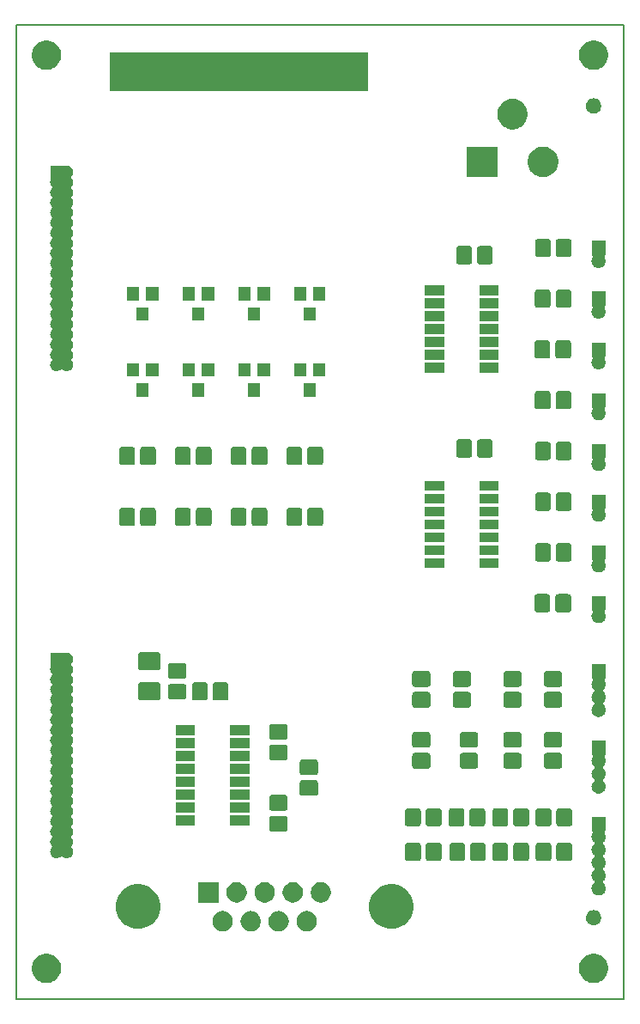
<source format=gbr>
G04 #@! TF.GenerationSoftware,KiCad,Pcbnew,5.0.1-33cea8e~68~ubuntu18.04.1*
G04 #@! TF.CreationDate,2018-11-14T12:35:47-05:00*
G04 #@! TF.ProjectId,PBC_TP_Final_JMena,5042435F54505F46696E616C5F4A4D65,1.0*
G04 #@! TF.SameCoordinates,Original*
G04 #@! TF.FileFunction,Soldermask,Bot*
G04 #@! TF.FilePolarity,Negative*
%FSLAX46Y46*%
G04 Gerber Fmt 4.6, Leading zero omitted, Abs format (unit mm)*
G04 Created by KiCad (PCBNEW 5.0.1-33cea8e~68~ubuntu18.04.1) date mié 14 nov 2018 12:35:47 -05*
%MOMM*%
%LPD*%
G01*
G04 APERTURE LIST*
%ADD10C,0.150000*%
%ADD11C,0.100000*%
G04 APERTURE END LIST*
D10*
X139000000Y-52000000D02*
X79000000Y-52000000D01*
X139000000Y-148000000D02*
X139000000Y-52000000D01*
X79000000Y-148000000D02*
X139000000Y-148000000D01*
X79000000Y-52000000D02*
X79000000Y-148000000D01*
D11*
G36*
X136422947Y-143605722D02*
X136686833Y-143715027D01*
X136924324Y-143873713D01*
X137126287Y-144075676D01*
X137284973Y-144313167D01*
X137394278Y-144577053D01*
X137450000Y-144857186D01*
X137450000Y-145142814D01*
X137394278Y-145422947D01*
X137284973Y-145686833D01*
X137126287Y-145924324D01*
X136924324Y-146126287D01*
X136686833Y-146284973D01*
X136422947Y-146394278D01*
X136142814Y-146450000D01*
X135857186Y-146450000D01*
X135577053Y-146394278D01*
X135313167Y-146284973D01*
X135075676Y-146126287D01*
X134873713Y-145924324D01*
X134715027Y-145686833D01*
X134605722Y-145422947D01*
X134550000Y-145142814D01*
X134550000Y-144857186D01*
X134605722Y-144577053D01*
X134715027Y-144313167D01*
X134873713Y-144075676D01*
X135075676Y-143873713D01*
X135313167Y-143715027D01*
X135577053Y-143605722D01*
X135857186Y-143550000D01*
X136142814Y-143550000D01*
X136422947Y-143605722D01*
X136422947Y-143605722D01*
G37*
G36*
X82422947Y-143605722D02*
X82686833Y-143715027D01*
X82924324Y-143873713D01*
X83126287Y-144075676D01*
X83284973Y-144313167D01*
X83394278Y-144577053D01*
X83450000Y-144857186D01*
X83450000Y-145142814D01*
X83394278Y-145422947D01*
X83284973Y-145686833D01*
X83126287Y-145924324D01*
X82924324Y-146126287D01*
X82686833Y-146284973D01*
X82422947Y-146394278D01*
X82142814Y-146450000D01*
X81857186Y-146450000D01*
X81577053Y-146394278D01*
X81313167Y-146284973D01*
X81075676Y-146126287D01*
X80873713Y-145924324D01*
X80715027Y-145686833D01*
X80605722Y-145422947D01*
X80550000Y-145142814D01*
X80550000Y-144857186D01*
X80605722Y-144577053D01*
X80715027Y-144313167D01*
X80873713Y-144075676D01*
X81075676Y-143873713D01*
X81313167Y-143715027D01*
X81577053Y-143605722D01*
X81857186Y-143550000D01*
X82142814Y-143550000D01*
X82422947Y-143605722D01*
X82422947Y-143605722D01*
G37*
G36*
X99560770Y-139355372D02*
X99676689Y-139378429D01*
X99858678Y-139453811D01*
X100022463Y-139563249D01*
X100161751Y-139702537D01*
X100271189Y-139866322D01*
X100346571Y-140048311D01*
X100369628Y-140164230D01*
X100385000Y-140241507D01*
X100385000Y-140438493D01*
X100369628Y-140515770D01*
X100346571Y-140631689D01*
X100271189Y-140813678D01*
X100161751Y-140977463D01*
X100022463Y-141116751D01*
X99858678Y-141226189D01*
X99676689Y-141301571D01*
X99560770Y-141324628D01*
X99483493Y-141340000D01*
X99286507Y-141340000D01*
X99209230Y-141324628D01*
X99093311Y-141301571D01*
X98911322Y-141226189D01*
X98747537Y-141116751D01*
X98608249Y-140977463D01*
X98498811Y-140813678D01*
X98423429Y-140631689D01*
X98400372Y-140515770D01*
X98385000Y-140438493D01*
X98385000Y-140241507D01*
X98400372Y-140164230D01*
X98423429Y-140048311D01*
X98498811Y-139866322D01*
X98608249Y-139702537D01*
X98747537Y-139563249D01*
X98911322Y-139453811D01*
X99093311Y-139378429D01*
X99209230Y-139355372D01*
X99286507Y-139340000D01*
X99483493Y-139340000D01*
X99560770Y-139355372D01*
X99560770Y-139355372D01*
G37*
G36*
X102330770Y-139355372D02*
X102446689Y-139378429D01*
X102628678Y-139453811D01*
X102792463Y-139563249D01*
X102931751Y-139702537D01*
X103041189Y-139866322D01*
X103116571Y-140048311D01*
X103139628Y-140164230D01*
X103155000Y-140241507D01*
X103155000Y-140438493D01*
X103139628Y-140515770D01*
X103116571Y-140631689D01*
X103041189Y-140813678D01*
X102931751Y-140977463D01*
X102792463Y-141116751D01*
X102628678Y-141226189D01*
X102446689Y-141301571D01*
X102330770Y-141324628D01*
X102253493Y-141340000D01*
X102056507Y-141340000D01*
X101979230Y-141324628D01*
X101863311Y-141301571D01*
X101681322Y-141226189D01*
X101517537Y-141116751D01*
X101378249Y-140977463D01*
X101268811Y-140813678D01*
X101193429Y-140631689D01*
X101170372Y-140515770D01*
X101155000Y-140438493D01*
X101155000Y-140241507D01*
X101170372Y-140164230D01*
X101193429Y-140048311D01*
X101268811Y-139866322D01*
X101378249Y-139702537D01*
X101517537Y-139563249D01*
X101681322Y-139453811D01*
X101863311Y-139378429D01*
X101979230Y-139355372D01*
X102056507Y-139340000D01*
X102253493Y-139340000D01*
X102330770Y-139355372D01*
X102330770Y-139355372D01*
G37*
G36*
X107870770Y-139355372D02*
X107986689Y-139378429D01*
X108168678Y-139453811D01*
X108332463Y-139563249D01*
X108471751Y-139702537D01*
X108581189Y-139866322D01*
X108656571Y-140048311D01*
X108679628Y-140164230D01*
X108695000Y-140241507D01*
X108695000Y-140438493D01*
X108679628Y-140515770D01*
X108656571Y-140631689D01*
X108581189Y-140813678D01*
X108471751Y-140977463D01*
X108332463Y-141116751D01*
X108168678Y-141226189D01*
X107986689Y-141301571D01*
X107870770Y-141324628D01*
X107793493Y-141340000D01*
X107596507Y-141340000D01*
X107519230Y-141324628D01*
X107403311Y-141301571D01*
X107221322Y-141226189D01*
X107057537Y-141116751D01*
X106918249Y-140977463D01*
X106808811Y-140813678D01*
X106733429Y-140631689D01*
X106710372Y-140515770D01*
X106695000Y-140438493D01*
X106695000Y-140241507D01*
X106710372Y-140164230D01*
X106733429Y-140048311D01*
X106808811Y-139866322D01*
X106918249Y-139702537D01*
X107057537Y-139563249D01*
X107221322Y-139453811D01*
X107403311Y-139378429D01*
X107519230Y-139355372D01*
X107596507Y-139340000D01*
X107793493Y-139340000D01*
X107870770Y-139355372D01*
X107870770Y-139355372D01*
G37*
G36*
X105100770Y-139355372D02*
X105216689Y-139378429D01*
X105398678Y-139453811D01*
X105562463Y-139563249D01*
X105701751Y-139702537D01*
X105811189Y-139866322D01*
X105886571Y-140048311D01*
X105909628Y-140164230D01*
X105925000Y-140241507D01*
X105925000Y-140438493D01*
X105909628Y-140515770D01*
X105886571Y-140631689D01*
X105811189Y-140813678D01*
X105701751Y-140977463D01*
X105562463Y-141116751D01*
X105398678Y-141226189D01*
X105216689Y-141301571D01*
X105100770Y-141324628D01*
X105023493Y-141340000D01*
X104826507Y-141340000D01*
X104749230Y-141324628D01*
X104633311Y-141301571D01*
X104451322Y-141226189D01*
X104287537Y-141116751D01*
X104148249Y-140977463D01*
X104038811Y-140813678D01*
X103963429Y-140631689D01*
X103940372Y-140515770D01*
X103925000Y-140438493D01*
X103925000Y-140241507D01*
X103940372Y-140164230D01*
X103963429Y-140048311D01*
X104038811Y-139866322D01*
X104148249Y-139702537D01*
X104287537Y-139563249D01*
X104451322Y-139453811D01*
X104633311Y-139378429D01*
X104749230Y-139355372D01*
X104826507Y-139340000D01*
X105023493Y-139340000D01*
X105100770Y-139355372D01*
X105100770Y-139355372D01*
G37*
G36*
X116681716Y-136804544D02*
X117082090Y-136970384D01*
X117442421Y-137211150D01*
X117748850Y-137517579D01*
X117989616Y-137877910D01*
X118155456Y-138278284D01*
X118240000Y-138703317D01*
X118240000Y-139136683D01*
X118155456Y-139561716D01*
X117989616Y-139962090D01*
X117748850Y-140322421D01*
X117442421Y-140628850D01*
X117082090Y-140869616D01*
X116681716Y-141035456D01*
X116256683Y-141120000D01*
X115823317Y-141120000D01*
X115398284Y-141035456D01*
X114997910Y-140869616D01*
X114637579Y-140628850D01*
X114331150Y-140322421D01*
X114090384Y-139962090D01*
X113924544Y-139561716D01*
X113840000Y-139136683D01*
X113840000Y-138703317D01*
X113924544Y-138278284D01*
X114090384Y-137877910D01*
X114331150Y-137517579D01*
X114637579Y-137211150D01*
X114997910Y-136970384D01*
X115398284Y-136804544D01*
X115823317Y-136720000D01*
X116256683Y-136720000D01*
X116681716Y-136804544D01*
X116681716Y-136804544D01*
G37*
G36*
X91681716Y-136804544D02*
X92082090Y-136970384D01*
X92442421Y-137211150D01*
X92748850Y-137517579D01*
X92989616Y-137877910D01*
X93155456Y-138278284D01*
X93240000Y-138703317D01*
X93240000Y-139136683D01*
X93155456Y-139561716D01*
X92989616Y-139962090D01*
X92748850Y-140322421D01*
X92442421Y-140628850D01*
X92082090Y-140869616D01*
X91681716Y-141035456D01*
X91256683Y-141120000D01*
X90823317Y-141120000D01*
X90398284Y-141035456D01*
X89997910Y-140869616D01*
X89637579Y-140628850D01*
X89331150Y-140322421D01*
X89090384Y-139962090D01*
X88924544Y-139561716D01*
X88840000Y-139136683D01*
X88840000Y-138703317D01*
X88924544Y-138278284D01*
X89090384Y-137877910D01*
X89331150Y-137517579D01*
X89637579Y-137211150D01*
X89997910Y-136970384D01*
X90398284Y-136804544D01*
X90823317Y-136720000D01*
X91256683Y-136720000D01*
X91681716Y-136804544D01*
X91681716Y-136804544D01*
G37*
G36*
X136146318Y-139264411D02*
X136218767Y-139278822D01*
X136275303Y-139302240D01*
X136355257Y-139335358D01*
X136478100Y-139417439D01*
X136582561Y-139521900D01*
X136664642Y-139644743D01*
X136688581Y-139702537D01*
X136721178Y-139781233D01*
X136750000Y-139926131D01*
X136750000Y-140073869D01*
X136721178Y-140218767D01*
X136711758Y-140241509D01*
X136664642Y-140355257D01*
X136582561Y-140478100D01*
X136478100Y-140582561D01*
X136355257Y-140664642D01*
X136275303Y-140697760D01*
X136218767Y-140721178D01*
X136146318Y-140735589D01*
X136073870Y-140750000D01*
X135926130Y-140750000D01*
X135853682Y-140735589D01*
X135781233Y-140721178D01*
X135724697Y-140697760D01*
X135644743Y-140664642D01*
X135521900Y-140582561D01*
X135417439Y-140478100D01*
X135335358Y-140355257D01*
X135288242Y-140241509D01*
X135278822Y-140218767D01*
X135250000Y-140073869D01*
X135250000Y-139926131D01*
X135278822Y-139781233D01*
X135311419Y-139702537D01*
X135335358Y-139644743D01*
X135417439Y-139521900D01*
X135521900Y-139417439D01*
X135644743Y-139335358D01*
X135724697Y-139302240D01*
X135781233Y-139278822D01*
X135853682Y-139264411D01*
X135926130Y-139250000D01*
X136073870Y-139250000D01*
X136146318Y-139264411D01*
X136146318Y-139264411D01*
G37*
G36*
X99000000Y-138500000D02*
X97000000Y-138500000D01*
X97000000Y-136500000D01*
X99000000Y-136500000D01*
X99000000Y-138500000D01*
X99000000Y-138500000D01*
G37*
G36*
X100944681Y-136515155D02*
X101061689Y-136538429D01*
X101243678Y-136613811D01*
X101407463Y-136723249D01*
X101546751Y-136862537D01*
X101656189Y-137026322D01*
X101731571Y-137208311D01*
X101737322Y-137237224D01*
X101763569Y-137369175D01*
X101770000Y-137401509D01*
X101770000Y-137598491D01*
X101731571Y-137791689D01*
X101656189Y-137973678D01*
X101546751Y-138137463D01*
X101407463Y-138276751D01*
X101243678Y-138386189D01*
X101061689Y-138461571D01*
X100945770Y-138484628D01*
X100868493Y-138500000D01*
X100671507Y-138500000D01*
X100594230Y-138484628D01*
X100478311Y-138461571D01*
X100296322Y-138386189D01*
X100132537Y-138276751D01*
X99993249Y-138137463D01*
X99883811Y-137973678D01*
X99808429Y-137791689D01*
X99770000Y-137598491D01*
X99770000Y-137401509D01*
X99776432Y-137369175D01*
X99802678Y-137237224D01*
X99808429Y-137208311D01*
X99883811Y-137026322D01*
X99993249Y-136862537D01*
X100132537Y-136723249D01*
X100296322Y-136613811D01*
X100478311Y-136538429D01*
X100595319Y-136515155D01*
X100671507Y-136500000D01*
X100868493Y-136500000D01*
X100944681Y-136515155D01*
X100944681Y-136515155D01*
G37*
G36*
X103714681Y-136515155D02*
X103831689Y-136538429D01*
X104013678Y-136613811D01*
X104177463Y-136723249D01*
X104316751Y-136862537D01*
X104426189Y-137026322D01*
X104501571Y-137208311D01*
X104507322Y-137237224D01*
X104533569Y-137369175D01*
X104540000Y-137401509D01*
X104540000Y-137598491D01*
X104501571Y-137791689D01*
X104426189Y-137973678D01*
X104316751Y-138137463D01*
X104177463Y-138276751D01*
X104013678Y-138386189D01*
X103831689Y-138461571D01*
X103715770Y-138484628D01*
X103638493Y-138500000D01*
X103441507Y-138500000D01*
X103364230Y-138484628D01*
X103248311Y-138461571D01*
X103066322Y-138386189D01*
X102902537Y-138276751D01*
X102763249Y-138137463D01*
X102653811Y-137973678D01*
X102578429Y-137791689D01*
X102540000Y-137598491D01*
X102540000Y-137401509D01*
X102546432Y-137369175D01*
X102572678Y-137237224D01*
X102578429Y-137208311D01*
X102653811Y-137026322D01*
X102763249Y-136862537D01*
X102902537Y-136723249D01*
X103066322Y-136613811D01*
X103248311Y-136538429D01*
X103365319Y-136515155D01*
X103441507Y-136500000D01*
X103638493Y-136500000D01*
X103714681Y-136515155D01*
X103714681Y-136515155D01*
G37*
G36*
X106484681Y-136515155D02*
X106601689Y-136538429D01*
X106783678Y-136613811D01*
X106947463Y-136723249D01*
X107086751Y-136862537D01*
X107196189Y-137026322D01*
X107271571Y-137208311D01*
X107277322Y-137237224D01*
X107303569Y-137369175D01*
X107310000Y-137401509D01*
X107310000Y-137598491D01*
X107271571Y-137791689D01*
X107196189Y-137973678D01*
X107086751Y-138137463D01*
X106947463Y-138276751D01*
X106783678Y-138386189D01*
X106601689Y-138461571D01*
X106485770Y-138484628D01*
X106408493Y-138500000D01*
X106211507Y-138500000D01*
X106134230Y-138484628D01*
X106018311Y-138461571D01*
X105836322Y-138386189D01*
X105672537Y-138276751D01*
X105533249Y-138137463D01*
X105423811Y-137973678D01*
X105348429Y-137791689D01*
X105310000Y-137598491D01*
X105310000Y-137401509D01*
X105316432Y-137369175D01*
X105342678Y-137237224D01*
X105348429Y-137208311D01*
X105423811Y-137026322D01*
X105533249Y-136862537D01*
X105672537Y-136723249D01*
X105836322Y-136613811D01*
X106018311Y-136538429D01*
X106135319Y-136515155D01*
X106211507Y-136500000D01*
X106408493Y-136500000D01*
X106484681Y-136515155D01*
X106484681Y-136515155D01*
G37*
G36*
X109254681Y-136515155D02*
X109371689Y-136538429D01*
X109553678Y-136613811D01*
X109717463Y-136723249D01*
X109856751Y-136862537D01*
X109966189Y-137026322D01*
X110041571Y-137208311D01*
X110047322Y-137237224D01*
X110073569Y-137369175D01*
X110080000Y-137401509D01*
X110080000Y-137598491D01*
X110041571Y-137791689D01*
X109966189Y-137973678D01*
X109856751Y-138137463D01*
X109717463Y-138276751D01*
X109553678Y-138386189D01*
X109371689Y-138461571D01*
X109255770Y-138484628D01*
X109178493Y-138500000D01*
X108981507Y-138500000D01*
X108904230Y-138484628D01*
X108788311Y-138461571D01*
X108606322Y-138386189D01*
X108442537Y-138276751D01*
X108303249Y-138137463D01*
X108193811Y-137973678D01*
X108118429Y-137791689D01*
X108080000Y-137598491D01*
X108080000Y-137401509D01*
X108086432Y-137369175D01*
X108112678Y-137237224D01*
X108118429Y-137208311D01*
X108193811Y-137026322D01*
X108303249Y-136862537D01*
X108442537Y-136723249D01*
X108606322Y-136613811D01*
X108788311Y-136538429D01*
X108905319Y-136515155D01*
X108981507Y-136500000D01*
X109178493Y-136500000D01*
X109254681Y-136515155D01*
X109254681Y-136515155D01*
G37*
G36*
X137200000Y-131450000D02*
X137197600Y-131450000D01*
X137173214Y-131452402D01*
X137149765Y-131459515D01*
X137128154Y-131471066D01*
X137109212Y-131486612D01*
X137093666Y-131505554D01*
X137082115Y-131527165D01*
X137075002Y-131550614D01*
X137072600Y-131575000D01*
X137075002Y-131599386D01*
X137087360Y-131633924D01*
X137149845Y-131750825D01*
X137189872Y-131882776D01*
X137203387Y-132020000D01*
X137189872Y-132157224D01*
X137149845Y-132289175D01*
X137084845Y-132410781D01*
X136997370Y-132517370D01*
X136947399Y-132558380D01*
X136930078Y-132575701D01*
X136916464Y-132596076D01*
X136907086Y-132618715D01*
X136902306Y-132642748D01*
X136902306Y-132667252D01*
X136907087Y-132691286D01*
X136916464Y-132713925D01*
X136930078Y-132734299D01*
X136947399Y-132751620D01*
X136997370Y-132792630D01*
X137084845Y-132899219D01*
X137149845Y-133020825D01*
X137189872Y-133152776D01*
X137203387Y-133290000D01*
X137189872Y-133427224D01*
X137149845Y-133559175D01*
X137084845Y-133680781D01*
X136997370Y-133787370D01*
X136947399Y-133828380D01*
X136930078Y-133845701D01*
X136916464Y-133866076D01*
X136907086Y-133888715D01*
X136902306Y-133912748D01*
X136902306Y-133937252D01*
X136907087Y-133961286D01*
X136916464Y-133983925D01*
X136930078Y-134004299D01*
X136947399Y-134021620D01*
X136997370Y-134062630D01*
X137084845Y-134169219D01*
X137149845Y-134290825D01*
X137189872Y-134422776D01*
X137203387Y-134560000D01*
X137189872Y-134697224D01*
X137149845Y-134829175D01*
X137084845Y-134950781D01*
X136997370Y-135057370D01*
X136947399Y-135098380D01*
X136930078Y-135115701D01*
X136916464Y-135136076D01*
X136907086Y-135158715D01*
X136902306Y-135182748D01*
X136902306Y-135207252D01*
X136907087Y-135231286D01*
X136916464Y-135253925D01*
X136930078Y-135274299D01*
X136947399Y-135291620D01*
X136997370Y-135332630D01*
X137084845Y-135439219D01*
X137149845Y-135560825D01*
X137189872Y-135692776D01*
X137203387Y-135830000D01*
X137189872Y-135967224D01*
X137149845Y-136099175D01*
X137084845Y-136220781D01*
X136997370Y-136327370D01*
X136947399Y-136368380D01*
X136930078Y-136385701D01*
X136916464Y-136406076D01*
X136907086Y-136428715D01*
X136902306Y-136452748D01*
X136902306Y-136477252D01*
X136907087Y-136501286D01*
X136916464Y-136523925D01*
X136930078Y-136544299D01*
X136947399Y-136561620D01*
X136997370Y-136602630D01*
X137084845Y-136709219D01*
X137149845Y-136830825D01*
X137189872Y-136962776D01*
X137203387Y-137100000D01*
X137189872Y-137237224D01*
X137149845Y-137369175D01*
X137084845Y-137490781D01*
X136997370Y-137597370D01*
X136890781Y-137684845D01*
X136769175Y-137749845D01*
X136637224Y-137789872D01*
X136534390Y-137800000D01*
X136465610Y-137800000D01*
X136362776Y-137789872D01*
X136230825Y-137749845D01*
X136109219Y-137684845D01*
X136002630Y-137597370D01*
X135915155Y-137490781D01*
X135850155Y-137369175D01*
X135810128Y-137237224D01*
X135796613Y-137100000D01*
X135810128Y-136962776D01*
X135850155Y-136830825D01*
X135915155Y-136709219D01*
X136002630Y-136602630D01*
X136052601Y-136561620D01*
X136069922Y-136544299D01*
X136083536Y-136523924D01*
X136092914Y-136501285D01*
X136097694Y-136477252D01*
X136097694Y-136452748D01*
X136092913Y-136428714D01*
X136083536Y-136406075D01*
X136069922Y-136385701D01*
X136052601Y-136368380D01*
X136002630Y-136327370D01*
X135915155Y-136220781D01*
X135850155Y-136099175D01*
X135810128Y-135967224D01*
X135796613Y-135830000D01*
X135810128Y-135692776D01*
X135850155Y-135560825D01*
X135915155Y-135439219D01*
X136002630Y-135332630D01*
X136052601Y-135291620D01*
X136069922Y-135274299D01*
X136083536Y-135253924D01*
X136092914Y-135231285D01*
X136097694Y-135207252D01*
X136097694Y-135182748D01*
X136092913Y-135158714D01*
X136083536Y-135136075D01*
X136069922Y-135115701D01*
X136052601Y-135098380D01*
X136002630Y-135057370D01*
X135915155Y-134950781D01*
X135850155Y-134829175D01*
X135810128Y-134697224D01*
X135796613Y-134560000D01*
X135810128Y-134422776D01*
X135850155Y-134290825D01*
X135915155Y-134169219D01*
X136002630Y-134062630D01*
X136052601Y-134021620D01*
X136069922Y-134004299D01*
X136083536Y-133983924D01*
X136092914Y-133961285D01*
X136097694Y-133937252D01*
X136097694Y-133912748D01*
X136092913Y-133888714D01*
X136083536Y-133866075D01*
X136069922Y-133845701D01*
X136052601Y-133828380D01*
X136002630Y-133787370D01*
X135915155Y-133680781D01*
X135850155Y-133559175D01*
X135810128Y-133427224D01*
X135796613Y-133290000D01*
X135810128Y-133152776D01*
X135850155Y-133020825D01*
X135915155Y-132899219D01*
X136002630Y-132792630D01*
X136052601Y-132751620D01*
X136069922Y-132734299D01*
X136083536Y-132713924D01*
X136092914Y-132691285D01*
X136097694Y-132667252D01*
X136097694Y-132642748D01*
X136092913Y-132618714D01*
X136083536Y-132596075D01*
X136069922Y-132575701D01*
X136052601Y-132558380D01*
X136002630Y-132517370D01*
X135915155Y-132410781D01*
X135850155Y-132289175D01*
X135810128Y-132157224D01*
X135796613Y-132020000D01*
X135810128Y-131882776D01*
X135850155Y-131750825D01*
X135912640Y-131633924D01*
X135922018Y-131611285D01*
X135926798Y-131587252D01*
X135926798Y-131562747D01*
X135922017Y-131538714D01*
X135912640Y-131516075D01*
X135899026Y-131495700D01*
X135881699Y-131478373D01*
X135861324Y-131464760D01*
X135838685Y-131455382D01*
X135802400Y-131450000D01*
X135800000Y-131450000D01*
X135800000Y-130050000D01*
X137200000Y-130050000D01*
X137200000Y-131450000D01*
X137200000Y-131450000D01*
G37*
G36*
X131610746Y-132629584D02*
X131660595Y-132644705D01*
X131706527Y-132669256D01*
X131746790Y-132702300D01*
X131779834Y-132742563D01*
X131804385Y-132788495D01*
X131819506Y-132838344D01*
X131825216Y-132896318D01*
X131825216Y-134151430D01*
X131819506Y-134209404D01*
X131804385Y-134259253D01*
X131779834Y-134305185D01*
X131746790Y-134345448D01*
X131706527Y-134378492D01*
X131660595Y-134403043D01*
X131610746Y-134418164D01*
X131552772Y-134423874D01*
X130547660Y-134423874D01*
X130489686Y-134418164D01*
X130439837Y-134403043D01*
X130393905Y-134378492D01*
X130353642Y-134345448D01*
X130320598Y-134305185D01*
X130296047Y-134259253D01*
X130280926Y-134209404D01*
X130275216Y-134151430D01*
X130275216Y-132896318D01*
X130280926Y-132838344D01*
X130296047Y-132788495D01*
X130320598Y-132742563D01*
X130353642Y-132702300D01*
X130393905Y-132669256D01*
X130439837Y-132644705D01*
X130489686Y-132629584D01*
X130547660Y-132623874D01*
X131552772Y-132623874D01*
X131610746Y-132629584D01*
X131610746Y-132629584D01*
G37*
G36*
X123110746Y-132629584D02*
X123160595Y-132644705D01*
X123206527Y-132669256D01*
X123246790Y-132702300D01*
X123279834Y-132742563D01*
X123304385Y-132788495D01*
X123319506Y-132838344D01*
X123325216Y-132896318D01*
X123325216Y-134151430D01*
X123319506Y-134209404D01*
X123304385Y-134259253D01*
X123279834Y-134305185D01*
X123246790Y-134345448D01*
X123206527Y-134378492D01*
X123160595Y-134403043D01*
X123110746Y-134418164D01*
X123052772Y-134423874D01*
X122047660Y-134423874D01*
X121989686Y-134418164D01*
X121939837Y-134403043D01*
X121893905Y-134378492D01*
X121853642Y-134345448D01*
X121820598Y-134305185D01*
X121796047Y-134259253D01*
X121780926Y-134209404D01*
X121775216Y-134151430D01*
X121775216Y-132896318D01*
X121780926Y-132838344D01*
X121796047Y-132788495D01*
X121820598Y-132742563D01*
X121853642Y-132702300D01*
X121893905Y-132669256D01*
X121939837Y-132644705D01*
X121989686Y-132629584D01*
X122047660Y-132623874D01*
X123052772Y-132623874D01*
X123110746Y-132629584D01*
X123110746Y-132629584D01*
G37*
G36*
X125160746Y-132629584D02*
X125210595Y-132644705D01*
X125256527Y-132669256D01*
X125296790Y-132702300D01*
X125329834Y-132742563D01*
X125354385Y-132788495D01*
X125369506Y-132838344D01*
X125375216Y-132896318D01*
X125375216Y-134151430D01*
X125369506Y-134209404D01*
X125354385Y-134259253D01*
X125329834Y-134305185D01*
X125296790Y-134345448D01*
X125256527Y-134378492D01*
X125210595Y-134403043D01*
X125160746Y-134418164D01*
X125102772Y-134423874D01*
X124097660Y-134423874D01*
X124039686Y-134418164D01*
X123989837Y-134403043D01*
X123943905Y-134378492D01*
X123903642Y-134345448D01*
X123870598Y-134305185D01*
X123846047Y-134259253D01*
X123830926Y-134209404D01*
X123825216Y-134151430D01*
X123825216Y-132896318D01*
X123830926Y-132838344D01*
X123846047Y-132788495D01*
X123870598Y-132742563D01*
X123903642Y-132702300D01*
X123943905Y-132669256D01*
X123989837Y-132644705D01*
X124039686Y-132629584D01*
X124097660Y-132623874D01*
X125102772Y-132623874D01*
X125160746Y-132629584D01*
X125160746Y-132629584D01*
G37*
G36*
X133660746Y-132629584D02*
X133710595Y-132644705D01*
X133756527Y-132669256D01*
X133796790Y-132702300D01*
X133829834Y-132742563D01*
X133854385Y-132788495D01*
X133869506Y-132838344D01*
X133875216Y-132896318D01*
X133875216Y-134151430D01*
X133869506Y-134209404D01*
X133854385Y-134259253D01*
X133829834Y-134305185D01*
X133796790Y-134345448D01*
X133756527Y-134378492D01*
X133710595Y-134403043D01*
X133660746Y-134418164D01*
X133602772Y-134423874D01*
X132597660Y-134423874D01*
X132539686Y-134418164D01*
X132489837Y-134403043D01*
X132443905Y-134378492D01*
X132403642Y-134345448D01*
X132370598Y-134305185D01*
X132346047Y-134259253D01*
X132330926Y-134209404D01*
X132325216Y-134151430D01*
X132325216Y-132896318D01*
X132330926Y-132838344D01*
X132346047Y-132788495D01*
X132370598Y-132742563D01*
X132403642Y-132702300D01*
X132443905Y-132669256D01*
X132489837Y-132644705D01*
X132539686Y-132629584D01*
X132597660Y-132623874D01*
X133602772Y-132623874D01*
X133660746Y-132629584D01*
X133660746Y-132629584D01*
G37*
G36*
X129410746Y-132629584D02*
X129460595Y-132644705D01*
X129506527Y-132669256D01*
X129546790Y-132702300D01*
X129579834Y-132742563D01*
X129604385Y-132788495D01*
X129619506Y-132838344D01*
X129625216Y-132896318D01*
X129625216Y-134151430D01*
X129619506Y-134209404D01*
X129604385Y-134259253D01*
X129579834Y-134305185D01*
X129546790Y-134345448D01*
X129506527Y-134378492D01*
X129460595Y-134403043D01*
X129410746Y-134418164D01*
X129352772Y-134423874D01*
X128347660Y-134423874D01*
X128289686Y-134418164D01*
X128239837Y-134403043D01*
X128193905Y-134378492D01*
X128153642Y-134345448D01*
X128120598Y-134305185D01*
X128096047Y-134259253D01*
X128080926Y-134209404D01*
X128075216Y-134151430D01*
X128075216Y-132896318D01*
X128080926Y-132838344D01*
X128096047Y-132788495D01*
X128120598Y-132742563D01*
X128153642Y-132702300D01*
X128193905Y-132669256D01*
X128239837Y-132644705D01*
X128289686Y-132629584D01*
X128347660Y-132623874D01*
X129352772Y-132623874D01*
X129410746Y-132629584D01*
X129410746Y-132629584D01*
G37*
G36*
X127360746Y-132629584D02*
X127410595Y-132644705D01*
X127456527Y-132669256D01*
X127496790Y-132702300D01*
X127529834Y-132742563D01*
X127554385Y-132788495D01*
X127569506Y-132838344D01*
X127575216Y-132896318D01*
X127575216Y-134151430D01*
X127569506Y-134209404D01*
X127554385Y-134259253D01*
X127529834Y-134305185D01*
X127496790Y-134345448D01*
X127456527Y-134378492D01*
X127410595Y-134403043D01*
X127360746Y-134418164D01*
X127302772Y-134423874D01*
X126297660Y-134423874D01*
X126239686Y-134418164D01*
X126189837Y-134403043D01*
X126143905Y-134378492D01*
X126103642Y-134345448D01*
X126070598Y-134305185D01*
X126046047Y-134259253D01*
X126030926Y-134209404D01*
X126025216Y-134151430D01*
X126025216Y-132896318D01*
X126030926Y-132838344D01*
X126046047Y-132788495D01*
X126070598Y-132742563D01*
X126103642Y-132702300D01*
X126143905Y-132669256D01*
X126189837Y-132644705D01*
X126239686Y-132629584D01*
X126297660Y-132623874D01*
X127302772Y-132623874D01*
X127360746Y-132629584D01*
X127360746Y-132629584D01*
G37*
G36*
X120785530Y-132605710D02*
X120835379Y-132620831D01*
X120881311Y-132645382D01*
X120921574Y-132678426D01*
X120954618Y-132718689D01*
X120979169Y-132764621D01*
X120994290Y-132814470D01*
X121000000Y-132872444D01*
X121000000Y-134127556D01*
X120994290Y-134185530D01*
X120979169Y-134235379D01*
X120954618Y-134281311D01*
X120921574Y-134321574D01*
X120881311Y-134354618D01*
X120835379Y-134379169D01*
X120785530Y-134394290D01*
X120727556Y-134400000D01*
X119722444Y-134400000D01*
X119664470Y-134394290D01*
X119614621Y-134379169D01*
X119568689Y-134354618D01*
X119528426Y-134321574D01*
X119495382Y-134281311D01*
X119470831Y-134235379D01*
X119455710Y-134185530D01*
X119450000Y-134127556D01*
X119450000Y-132872444D01*
X119455710Y-132814470D01*
X119470831Y-132764621D01*
X119495382Y-132718689D01*
X119528426Y-132678426D01*
X119568689Y-132645382D01*
X119614621Y-132620831D01*
X119664470Y-132605710D01*
X119722444Y-132600000D01*
X120727556Y-132600000D01*
X120785530Y-132605710D01*
X120785530Y-132605710D01*
G37*
G36*
X118735530Y-132605710D02*
X118785379Y-132620831D01*
X118831311Y-132645382D01*
X118871574Y-132678426D01*
X118904618Y-132718689D01*
X118929169Y-132764621D01*
X118944290Y-132814470D01*
X118950000Y-132872444D01*
X118950000Y-134127556D01*
X118944290Y-134185530D01*
X118929169Y-134235379D01*
X118904618Y-134281311D01*
X118871574Y-134321574D01*
X118831311Y-134354618D01*
X118785379Y-134379169D01*
X118735530Y-134394290D01*
X118677556Y-134400000D01*
X117672444Y-134400000D01*
X117614470Y-134394290D01*
X117564621Y-134379169D01*
X117518689Y-134354618D01*
X117478426Y-134321574D01*
X117445382Y-134281311D01*
X117420831Y-134235379D01*
X117405710Y-134185530D01*
X117400000Y-134127556D01*
X117400000Y-132872444D01*
X117405710Y-132814470D01*
X117420831Y-132764621D01*
X117445382Y-132718689D01*
X117478426Y-132678426D01*
X117518689Y-132645382D01*
X117564621Y-132620831D01*
X117614470Y-132605710D01*
X117672444Y-132600000D01*
X118677556Y-132600000D01*
X118735530Y-132605710D01*
X118735530Y-132605710D01*
G37*
G36*
X83661612Y-113880478D02*
X83680554Y-113896024D01*
X83702165Y-113907575D01*
X83725614Y-113914688D01*
X83750000Y-113917090D01*
X83774386Y-113914688D01*
X83786266Y-113911712D01*
X83877479Y-113884043D01*
X83969296Y-113875000D01*
X84030704Y-113875000D01*
X84122521Y-113884043D01*
X84240334Y-113919781D01*
X84348911Y-113977817D01*
X84444080Y-114055920D01*
X84522183Y-114151089D01*
X84580219Y-114259666D01*
X84615957Y-114377479D01*
X84628024Y-114500000D01*
X84615957Y-114622521D01*
X84580219Y-114740334D01*
X84522183Y-114848911D01*
X84463254Y-114920716D01*
X84449651Y-114941075D01*
X84440274Y-114963713D01*
X84435493Y-114987747D01*
X84435493Y-115012251D01*
X84440273Y-115036285D01*
X84449650Y-115058924D01*
X84463254Y-115079284D01*
X84522183Y-115151089D01*
X84580219Y-115259666D01*
X84615957Y-115377479D01*
X84628024Y-115500000D01*
X84615957Y-115622521D01*
X84580219Y-115740334D01*
X84522183Y-115848911D01*
X84463254Y-115920716D01*
X84449651Y-115941075D01*
X84440274Y-115963713D01*
X84435493Y-115987747D01*
X84435493Y-116012251D01*
X84440273Y-116036285D01*
X84449650Y-116058924D01*
X84463254Y-116079284D01*
X84522183Y-116151089D01*
X84580219Y-116259666D01*
X84615957Y-116377479D01*
X84628024Y-116500000D01*
X84615957Y-116622521D01*
X84580219Y-116740334D01*
X84522183Y-116848911D01*
X84463254Y-116920716D01*
X84449651Y-116941075D01*
X84440274Y-116963713D01*
X84435493Y-116987747D01*
X84435493Y-117012251D01*
X84440273Y-117036285D01*
X84449650Y-117058924D01*
X84463254Y-117079284D01*
X84522183Y-117151089D01*
X84580219Y-117259666D01*
X84615957Y-117377479D01*
X84628024Y-117500000D01*
X84615957Y-117622521D01*
X84580219Y-117740334D01*
X84522183Y-117848911D01*
X84463254Y-117920716D01*
X84449651Y-117941075D01*
X84440274Y-117963713D01*
X84435493Y-117987747D01*
X84435493Y-118012251D01*
X84440273Y-118036285D01*
X84449650Y-118058924D01*
X84463254Y-118079284D01*
X84522183Y-118151089D01*
X84580219Y-118259666D01*
X84615957Y-118377479D01*
X84628024Y-118500000D01*
X84615957Y-118622521D01*
X84580219Y-118740334D01*
X84522183Y-118848911D01*
X84463254Y-118920716D01*
X84449651Y-118941075D01*
X84440274Y-118963713D01*
X84435493Y-118987747D01*
X84435493Y-119012251D01*
X84440273Y-119036285D01*
X84449650Y-119058924D01*
X84463254Y-119079284D01*
X84522183Y-119151089D01*
X84580219Y-119259666D01*
X84615957Y-119377479D01*
X84628024Y-119500000D01*
X84615957Y-119622521D01*
X84580219Y-119740334D01*
X84522183Y-119848911D01*
X84463254Y-119920716D01*
X84449651Y-119941075D01*
X84440274Y-119963713D01*
X84435493Y-119987747D01*
X84435493Y-120012251D01*
X84440273Y-120036285D01*
X84449650Y-120058924D01*
X84463254Y-120079284D01*
X84522183Y-120151089D01*
X84580219Y-120259666D01*
X84615957Y-120377479D01*
X84628024Y-120500000D01*
X84615957Y-120622521D01*
X84580219Y-120740334D01*
X84522183Y-120848911D01*
X84463254Y-120920716D01*
X84449651Y-120941075D01*
X84440274Y-120963713D01*
X84435493Y-120987747D01*
X84435493Y-121012251D01*
X84440273Y-121036285D01*
X84449650Y-121058924D01*
X84463254Y-121079284D01*
X84522183Y-121151089D01*
X84580219Y-121259666D01*
X84615957Y-121377479D01*
X84628024Y-121500000D01*
X84615957Y-121622521D01*
X84580219Y-121740334D01*
X84522183Y-121848911D01*
X84463254Y-121920716D01*
X84449651Y-121941075D01*
X84440274Y-121963713D01*
X84435493Y-121987747D01*
X84435493Y-122012251D01*
X84440273Y-122036285D01*
X84449650Y-122058924D01*
X84463254Y-122079284D01*
X84522183Y-122151089D01*
X84580219Y-122259666D01*
X84615957Y-122377479D01*
X84628024Y-122500000D01*
X84615957Y-122622521D01*
X84580219Y-122740334D01*
X84522183Y-122848911D01*
X84463254Y-122920716D01*
X84449651Y-122941075D01*
X84440274Y-122963713D01*
X84435493Y-122987747D01*
X84435493Y-123012251D01*
X84440273Y-123036285D01*
X84449650Y-123058924D01*
X84463254Y-123079284D01*
X84522183Y-123151089D01*
X84580219Y-123259666D01*
X84615957Y-123377479D01*
X84628024Y-123500000D01*
X84615957Y-123622521D01*
X84580219Y-123740334D01*
X84522183Y-123848911D01*
X84463254Y-123920716D01*
X84449651Y-123941075D01*
X84440274Y-123963713D01*
X84435493Y-123987747D01*
X84435493Y-124012251D01*
X84440273Y-124036285D01*
X84449650Y-124058924D01*
X84463254Y-124079284D01*
X84522183Y-124151089D01*
X84580219Y-124259666D01*
X84615957Y-124377479D01*
X84628024Y-124500000D01*
X84615957Y-124622521D01*
X84580219Y-124740334D01*
X84522183Y-124848911D01*
X84463254Y-124920716D01*
X84449651Y-124941075D01*
X84440274Y-124963713D01*
X84435493Y-124987747D01*
X84435493Y-125012251D01*
X84440273Y-125036285D01*
X84449650Y-125058924D01*
X84463254Y-125079284D01*
X84522183Y-125151089D01*
X84580219Y-125259666D01*
X84615957Y-125377479D01*
X84628024Y-125500000D01*
X84615957Y-125622521D01*
X84580219Y-125740334D01*
X84522183Y-125848911D01*
X84463254Y-125920716D01*
X84449651Y-125941075D01*
X84440274Y-125963713D01*
X84435493Y-125987747D01*
X84435493Y-126012251D01*
X84440273Y-126036285D01*
X84449650Y-126058924D01*
X84463254Y-126079284D01*
X84522183Y-126151089D01*
X84580219Y-126259666D01*
X84615957Y-126377479D01*
X84628024Y-126500000D01*
X84615957Y-126622521D01*
X84580219Y-126740334D01*
X84522183Y-126848911D01*
X84463254Y-126920716D01*
X84449651Y-126941075D01*
X84440274Y-126963713D01*
X84435493Y-126987747D01*
X84435493Y-127012251D01*
X84440273Y-127036285D01*
X84449650Y-127058924D01*
X84463254Y-127079284D01*
X84522183Y-127151089D01*
X84580219Y-127259666D01*
X84615957Y-127377479D01*
X84628024Y-127500000D01*
X84615957Y-127622521D01*
X84580219Y-127740334D01*
X84522183Y-127848911D01*
X84463254Y-127920716D01*
X84449651Y-127941075D01*
X84440274Y-127963713D01*
X84435493Y-127987747D01*
X84435493Y-128012251D01*
X84440273Y-128036285D01*
X84449650Y-128058924D01*
X84463254Y-128079284D01*
X84522183Y-128151089D01*
X84580219Y-128259666D01*
X84615957Y-128377479D01*
X84628024Y-128500000D01*
X84615957Y-128622521D01*
X84580219Y-128740334D01*
X84522183Y-128848911D01*
X84463254Y-128920716D01*
X84449651Y-128941075D01*
X84440274Y-128963713D01*
X84435493Y-128987747D01*
X84435493Y-129012251D01*
X84440273Y-129036285D01*
X84449650Y-129058924D01*
X84463254Y-129079284D01*
X84522183Y-129151089D01*
X84580219Y-129259666D01*
X84615957Y-129377479D01*
X84628024Y-129500000D01*
X84615957Y-129622521D01*
X84580219Y-129740334D01*
X84522183Y-129848911D01*
X84463254Y-129920716D01*
X84449651Y-129941075D01*
X84440274Y-129963713D01*
X84435493Y-129987747D01*
X84435493Y-130012251D01*
X84440273Y-130036285D01*
X84449650Y-130058924D01*
X84463254Y-130079284D01*
X84522183Y-130151089D01*
X84580219Y-130259666D01*
X84615957Y-130377479D01*
X84628024Y-130500000D01*
X84615957Y-130622521D01*
X84580219Y-130740334D01*
X84522183Y-130848911D01*
X84463254Y-130920716D01*
X84449651Y-130941075D01*
X84440274Y-130963713D01*
X84435493Y-130987747D01*
X84435493Y-131012251D01*
X84440273Y-131036285D01*
X84449650Y-131058924D01*
X84463254Y-131079284D01*
X84522183Y-131151089D01*
X84580219Y-131259666D01*
X84615957Y-131377479D01*
X84628024Y-131500000D01*
X84615957Y-131622521D01*
X84580219Y-131740334D01*
X84522183Y-131848911D01*
X84463254Y-131920716D01*
X84449651Y-131941075D01*
X84440274Y-131963713D01*
X84435493Y-131987747D01*
X84435493Y-132012251D01*
X84440273Y-132036285D01*
X84449650Y-132058924D01*
X84463254Y-132079284D01*
X84522183Y-132151089D01*
X84580219Y-132259666D01*
X84615957Y-132377479D01*
X84628024Y-132500000D01*
X84615957Y-132622521D01*
X84580219Y-132740334D01*
X84522183Y-132848911D01*
X84463254Y-132920716D01*
X84449651Y-132941075D01*
X84440274Y-132963713D01*
X84435493Y-132987747D01*
X84435493Y-133012251D01*
X84440273Y-133036285D01*
X84449650Y-133058924D01*
X84463254Y-133079284D01*
X84522183Y-133151089D01*
X84580219Y-133259666D01*
X84615957Y-133377479D01*
X84628024Y-133500000D01*
X84615957Y-133622521D01*
X84580219Y-133740334D01*
X84522183Y-133848911D01*
X84444080Y-133944080D01*
X84348911Y-134022183D01*
X84240334Y-134080219D01*
X84122521Y-134115957D01*
X84030704Y-134125000D01*
X83969296Y-134125000D01*
X83877479Y-134115957D01*
X83759666Y-134080219D01*
X83651089Y-134022183D01*
X83579284Y-133963254D01*
X83558925Y-133949651D01*
X83536287Y-133940274D01*
X83512253Y-133935493D01*
X83487749Y-133935493D01*
X83463715Y-133940273D01*
X83441076Y-133949650D01*
X83420716Y-133963254D01*
X83348911Y-134022183D01*
X83240334Y-134080219D01*
X83122521Y-134115957D01*
X83030704Y-134125000D01*
X82969296Y-134125000D01*
X82877479Y-134115957D01*
X82759666Y-134080219D01*
X82651089Y-134022183D01*
X82555920Y-133944080D01*
X82477817Y-133848911D01*
X82419781Y-133740334D01*
X82384043Y-133622521D01*
X82371976Y-133500000D01*
X82384043Y-133377479D01*
X82419781Y-133259666D01*
X82477817Y-133151089D01*
X82536746Y-133079284D01*
X82550349Y-133058925D01*
X82559726Y-133036287D01*
X82564507Y-133012253D01*
X82564507Y-132987749D01*
X82559727Y-132963715D01*
X82550350Y-132941076D01*
X82536746Y-132920716D01*
X82477817Y-132848911D01*
X82419781Y-132740334D01*
X82384043Y-132622521D01*
X82371976Y-132500000D01*
X82384043Y-132377479D01*
X82419781Y-132259666D01*
X82477817Y-132151089D01*
X82536746Y-132079284D01*
X82550349Y-132058925D01*
X82559726Y-132036287D01*
X82564507Y-132012253D01*
X82564507Y-131987749D01*
X82559727Y-131963715D01*
X82550350Y-131941076D01*
X82536746Y-131920716D01*
X82477817Y-131848911D01*
X82419781Y-131740334D01*
X82384043Y-131622521D01*
X82371976Y-131500000D01*
X82384043Y-131377479D01*
X82419781Y-131259666D01*
X82477817Y-131151089D01*
X82536746Y-131079284D01*
X82550349Y-131058925D01*
X82559726Y-131036287D01*
X82564507Y-131012253D01*
X82564507Y-130987749D01*
X82559727Y-130963715D01*
X82550350Y-130941076D01*
X82536746Y-130920716D01*
X82477817Y-130848911D01*
X82419781Y-130740334D01*
X82384043Y-130622521D01*
X82371976Y-130500000D01*
X82384043Y-130377479D01*
X82419781Y-130259666D01*
X82477817Y-130151089D01*
X82536746Y-130079284D01*
X82550349Y-130058925D01*
X82559726Y-130036287D01*
X82564507Y-130012253D01*
X82564507Y-129987749D01*
X82559727Y-129963715D01*
X82550350Y-129941076D01*
X82536746Y-129920716D01*
X82477817Y-129848911D01*
X82419781Y-129740334D01*
X82384043Y-129622521D01*
X82371976Y-129500000D01*
X82384043Y-129377479D01*
X82419781Y-129259666D01*
X82477817Y-129151089D01*
X82536746Y-129079284D01*
X82550349Y-129058925D01*
X82559726Y-129036287D01*
X82564507Y-129012253D01*
X82564507Y-128987749D01*
X82559727Y-128963715D01*
X82550350Y-128941076D01*
X82536746Y-128920716D01*
X82477817Y-128848911D01*
X82419781Y-128740334D01*
X82384043Y-128622521D01*
X82371976Y-128500000D01*
X82384043Y-128377479D01*
X82419781Y-128259666D01*
X82477817Y-128151089D01*
X82536746Y-128079284D01*
X82550349Y-128058925D01*
X82559726Y-128036287D01*
X82564507Y-128012253D01*
X82564507Y-127987749D01*
X82559727Y-127963715D01*
X82550350Y-127941076D01*
X82536746Y-127920716D01*
X82477817Y-127848911D01*
X82419781Y-127740334D01*
X82384043Y-127622521D01*
X82371976Y-127500000D01*
X82384043Y-127377479D01*
X82419781Y-127259666D01*
X82477817Y-127151089D01*
X82536746Y-127079284D01*
X82550349Y-127058925D01*
X82559726Y-127036287D01*
X82564507Y-127012253D01*
X82564507Y-126987749D01*
X82559727Y-126963715D01*
X82550350Y-126941076D01*
X82536746Y-126920716D01*
X82477817Y-126848911D01*
X82419781Y-126740334D01*
X82384043Y-126622521D01*
X82371976Y-126500000D01*
X82384043Y-126377479D01*
X82419781Y-126259666D01*
X82477817Y-126151089D01*
X82536746Y-126079284D01*
X82550349Y-126058925D01*
X82559726Y-126036287D01*
X82564507Y-126012253D01*
X82564507Y-125987749D01*
X82559727Y-125963715D01*
X82550350Y-125941076D01*
X82536746Y-125920716D01*
X82477817Y-125848911D01*
X82419781Y-125740334D01*
X82384043Y-125622521D01*
X82371976Y-125500000D01*
X82384043Y-125377479D01*
X82419781Y-125259666D01*
X82477817Y-125151089D01*
X82536746Y-125079284D01*
X82550349Y-125058925D01*
X82559726Y-125036287D01*
X82564507Y-125012253D01*
X82564507Y-124987749D01*
X82559727Y-124963715D01*
X82550350Y-124941076D01*
X82536746Y-124920716D01*
X82477817Y-124848911D01*
X82419781Y-124740334D01*
X82384043Y-124622521D01*
X82371976Y-124500000D01*
X82384043Y-124377479D01*
X82419781Y-124259666D01*
X82477817Y-124151089D01*
X82536746Y-124079284D01*
X82550349Y-124058925D01*
X82559726Y-124036287D01*
X82564507Y-124012253D01*
X82564507Y-123987749D01*
X82559727Y-123963715D01*
X82550350Y-123941076D01*
X82536746Y-123920716D01*
X82477817Y-123848911D01*
X82419781Y-123740334D01*
X82384043Y-123622521D01*
X82371976Y-123500000D01*
X82384043Y-123377479D01*
X82419781Y-123259666D01*
X82477817Y-123151089D01*
X82536746Y-123079284D01*
X82550349Y-123058925D01*
X82559726Y-123036287D01*
X82564507Y-123012253D01*
X82564507Y-122987749D01*
X82559727Y-122963715D01*
X82550350Y-122941076D01*
X82536746Y-122920716D01*
X82477817Y-122848911D01*
X82419781Y-122740334D01*
X82384043Y-122622521D01*
X82371976Y-122500000D01*
X82384043Y-122377479D01*
X82419781Y-122259666D01*
X82477817Y-122151089D01*
X82536746Y-122079284D01*
X82550349Y-122058925D01*
X82559726Y-122036287D01*
X82564507Y-122012253D01*
X82564507Y-121987749D01*
X82559727Y-121963715D01*
X82550350Y-121941076D01*
X82536746Y-121920716D01*
X82477817Y-121848911D01*
X82419781Y-121740334D01*
X82384043Y-121622521D01*
X82371976Y-121500000D01*
X82384043Y-121377479D01*
X82419781Y-121259666D01*
X82477817Y-121151089D01*
X82536746Y-121079284D01*
X82550349Y-121058925D01*
X82559726Y-121036287D01*
X82564507Y-121012253D01*
X82564507Y-120987749D01*
X82559727Y-120963715D01*
X82550350Y-120941076D01*
X82536746Y-120920716D01*
X82477817Y-120848911D01*
X82419781Y-120740334D01*
X82384043Y-120622521D01*
X82371976Y-120500000D01*
X82384043Y-120377479D01*
X82419781Y-120259666D01*
X82477817Y-120151089D01*
X82536746Y-120079284D01*
X82550349Y-120058925D01*
X82559726Y-120036287D01*
X82564507Y-120012253D01*
X82564507Y-119987749D01*
X82559727Y-119963715D01*
X82550350Y-119941076D01*
X82536746Y-119920716D01*
X82477817Y-119848911D01*
X82419781Y-119740334D01*
X82384043Y-119622521D01*
X82371976Y-119500000D01*
X82384043Y-119377479D01*
X82419781Y-119259666D01*
X82477817Y-119151089D01*
X82536746Y-119079284D01*
X82550349Y-119058925D01*
X82559726Y-119036287D01*
X82564507Y-119012253D01*
X82564507Y-118987749D01*
X82559727Y-118963715D01*
X82550350Y-118941076D01*
X82536746Y-118920716D01*
X82477817Y-118848911D01*
X82419781Y-118740334D01*
X82384043Y-118622521D01*
X82371976Y-118500000D01*
X82384043Y-118377479D01*
X82419781Y-118259666D01*
X82477817Y-118151089D01*
X82536746Y-118079284D01*
X82550349Y-118058925D01*
X82559726Y-118036287D01*
X82564507Y-118012253D01*
X82564507Y-117987749D01*
X82559727Y-117963715D01*
X82550350Y-117941076D01*
X82536746Y-117920716D01*
X82477817Y-117848911D01*
X82419781Y-117740334D01*
X82384043Y-117622521D01*
X82371976Y-117500000D01*
X82384043Y-117377479D01*
X82419781Y-117259666D01*
X82477817Y-117151089D01*
X82536746Y-117079284D01*
X82550349Y-117058925D01*
X82559726Y-117036287D01*
X82564507Y-117012253D01*
X82564507Y-116987749D01*
X82559727Y-116963715D01*
X82550350Y-116941076D01*
X82536746Y-116920716D01*
X82477817Y-116848911D01*
X82419781Y-116740334D01*
X82384043Y-116622521D01*
X82371976Y-116500000D01*
X82384043Y-116377479D01*
X82419781Y-116259666D01*
X82477817Y-116151089D01*
X82536746Y-116079284D01*
X82550349Y-116058925D01*
X82559726Y-116036287D01*
X82564507Y-116012253D01*
X82564507Y-115987749D01*
X82559727Y-115963715D01*
X82550350Y-115941076D01*
X82536746Y-115920716D01*
X82477817Y-115848911D01*
X82419781Y-115740334D01*
X82384043Y-115622521D01*
X82371976Y-115500000D01*
X82384043Y-115377479D01*
X82411709Y-115286276D01*
X82416488Y-115262252D01*
X82416488Y-115237748D01*
X82411708Y-115213715D01*
X82402330Y-115191076D01*
X82388716Y-115170701D01*
X82375000Y-115156985D01*
X82375000Y-113875000D01*
X83657116Y-113875000D01*
X83661612Y-113880478D01*
X83661612Y-113880478D01*
G37*
G36*
X105585530Y-129955710D02*
X105635379Y-129970831D01*
X105681311Y-129995382D01*
X105721574Y-130028426D01*
X105754618Y-130068689D01*
X105779169Y-130114621D01*
X105794290Y-130164470D01*
X105800000Y-130222444D01*
X105800000Y-131227556D01*
X105794290Y-131285530D01*
X105779169Y-131335379D01*
X105754618Y-131381311D01*
X105721574Y-131421574D01*
X105681311Y-131454618D01*
X105635379Y-131479169D01*
X105585530Y-131494290D01*
X105527556Y-131500000D01*
X104272444Y-131500000D01*
X104214470Y-131494290D01*
X104164621Y-131479169D01*
X104118689Y-131454618D01*
X104078426Y-131421574D01*
X104045382Y-131381311D01*
X104020831Y-131335379D01*
X104005710Y-131285530D01*
X104000000Y-131227556D01*
X104000000Y-130222444D01*
X104005710Y-130164470D01*
X104020831Y-130114621D01*
X104045382Y-130068689D01*
X104078426Y-130028426D01*
X104118689Y-129995382D01*
X104164621Y-129970831D01*
X104214470Y-129955710D01*
X104272444Y-129950000D01*
X105527556Y-129950000D01*
X105585530Y-129955710D01*
X105585530Y-129955710D01*
G37*
G36*
X133660746Y-129205710D02*
X133710595Y-129220831D01*
X133756527Y-129245382D01*
X133796790Y-129278426D01*
X133829834Y-129318689D01*
X133854385Y-129364621D01*
X133869506Y-129414470D01*
X133875216Y-129472444D01*
X133875216Y-130727556D01*
X133869506Y-130785530D01*
X133854385Y-130835379D01*
X133829834Y-130881311D01*
X133796790Y-130921574D01*
X133756527Y-130954618D01*
X133710595Y-130979169D01*
X133660746Y-130994290D01*
X133602772Y-131000000D01*
X132597660Y-131000000D01*
X132539686Y-130994290D01*
X132489837Y-130979169D01*
X132443905Y-130954618D01*
X132403642Y-130921574D01*
X132370598Y-130881311D01*
X132346047Y-130835379D01*
X132330926Y-130785530D01*
X132325216Y-130727556D01*
X132325216Y-129472444D01*
X132330926Y-129414470D01*
X132346047Y-129364621D01*
X132370598Y-129318689D01*
X132403642Y-129278426D01*
X132443905Y-129245382D01*
X132489837Y-129220831D01*
X132539686Y-129205710D01*
X132597660Y-129200000D01*
X133602772Y-129200000D01*
X133660746Y-129205710D01*
X133660746Y-129205710D01*
G37*
G36*
X131610746Y-129205710D02*
X131660595Y-129220831D01*
X131706527Y-129245382D01*
X131746790Y-129278426D01*
X131779834Y-129318689D01*
X131804385Y-129364621D01*
X131819506Y-129414470D01*
X131825216Y-129472444D01*
X131825216Y-130727556D01*
X131819506Y-130785530D01*
X131804385Y-130835379D01*
X131779834Y-130881311D01*
X131746790Y-130921574D01*
X131706527Y-130954618D01*
X131660595Y-130979169D01*
X131610746Y-130994290D01*
X131552772Y-131000000D01*
X130547660Y-131000000D01*
X130489686Y-130994290D01*
X130439837Y-130979169D01*
X130393905Y-130954618D01*
X130353642Y-130921574D01*
X130320598Y-130881311D01*
X130296047Y-130835379D01*
X130280926Y-130785530D01*
X130275216Y-130727556D01*
X130275216Y-129472444D01*
X130280926Y-129414470D01*
X130296047Y-129364621D01*
X130320598Y-129318689D01*
X130353642Y-129278426D01*
X130393905Y-129245382D01*
X130439837Y-129220831D01*
X130489686Y-129205710D01*
X130547660Y-129200000D01*
X131552772Y-129200000D01*
X131610746Y-129205710D01*
X131610746Y-129205710D01*
G37*
G36*
X118735530Y-129205710D02*
X118785379Y-129220831D01*
X118831311Y-129245382D01*
X118871574Y-129278426D01*
X118904618Y-129318689D01*
X118929169Y-129364621D01*
X118944290Y-129414470D01*
X118950000Y-129472444D01*
X118950000Y-130727556D01*
X118944290Y-130785530D01*
X118929169Y-130835379D01*
X118904618Y-130881311D01*
X118871574Y-130921574D01*
X118831311Y-130954618D01*
X118785379Y-130979169D01*
X118735530Y-130994290D01*
X118677556Y-131000000D01*
X117672444Y-131000000D01*
X117614470Y-130994290D01*
X117564621Y-130979169D01*
X117518689Y-130954618D01*
X117478426Y-130921574D01*
X117445382Y-130881311D01*
X117420831Y-130835379D01*
X117405710Y-130785530D01*
X117400000Y-130727556D01*
X117400000Y-129472444D01*
X117405710Y-129414470D01*
X117420831Y-129364621D01*
X117445382Y-129318689D01*
X117478426Y-129278426D01*
X117518689Y-129245382D01*
X117564621Y-129220831D01*
X117614470Y-129205710D01*
X117672444Y-129200000D01*
X118677556Y-129200000D01*
X118735530Y-129205710D01*
X118735530Y-129205710D01*
G37*
G36*
X120785530Y-129205710D02*
X120835379Y-129220831D01*
X120881311Y-129245382D01*
X120921574Y-129278426D01*
X120954618Y-129318689D01*
X120979169Y-129364621D01*
X120994290Y-129414470D01*
X121000000Y-129472444D01*
X121000000Y-130727556D01*
X120994290Y-130785530D01*
X120979169Y-130835379D01*
X120954618Y-130881311D01*
X120921574Y-130921574D01*
X120881311Y-130954618D01*
X120835379Y-130979169D01*
X120785530Y-130994290D01*
X120727556Y-131000000D01*
X119722444Y-131000000D01*
X119664470Y-130994290D01*
X119614621Y-130979169D01*
X119568689Y-130954618D01*
X119528426Y-130921574D01*
X119495382Y-130881311D01*
X119470831Y-130835379D01*
X119455710Y-130785530D01*
X119450000Y-130727556D01*
X119450000Y-129472444D01*
X119455710Y-129414470D01*
X119470831Y-129364621D01*
X119495382Y-129318689D01*
X119528426Y-129278426D01*
X119568689Y-129245382D01*
X119614621Y-129220831D01*
X119664470Y-129205710D01*
X119722444Y-129200000D01*
X120727556Y-129200000D01*
X120785530Y-129205710D01*
X120785530Y-129205710D01*
G37*
G36*
X125085530Y-129205710D02*
X125135379Y-129220831D01*
X125181311Y-129245382D01*
X125221574Y-129278426D01*
X125254618Y-129318689D01*
X125279169Y-129364621D01*
X125294290Y-129414470D01*
X125300000Y-129472444D01*
X125300000Y-130727556D01*
X125294290Y-130785530D01*
X125279169Y-130835379D01*
X125254618Y-130881311D01*
X125221574Y-130921574D01*
X125181311Y-130954618D01*
X125135379Y-130979169D01*
X125085530Y-130994290D01*
X125027556Y-131000000D01*
X124022444Y-131000000D01*
X123964470Y-130994290D01*
X123914621Y-130979169D01*
X123868689Y-130954618D01*
X123828426Y-130921574D01*
X123795382Y-130881311D01*
X123770831Y-130835379D01*
X123755710Y-130785530D01*
X123750000Y-130727556D01*
X123750000Y-129472444D01*
X123755710Y-129414470D01*
X123770831Y-129364621D01*
X123795382Y-129318689D01*
X123828426Y-129278426D01*
X123868689Y-129245382D01*
X123914621Y-129220831D01*
X123964470Y-129205710D01*
X124022444Y-129200000D01*
X125027556Y-129200000D01*
X125085530Y-129205710D01*
X125085530Y-129205710D01*
G37*
G36*
X123035530Y-129205710D02*
X123085379Y-129220831D01*
X123131311Y-129245382D01*
X123171574Y-129278426D01*
X123204618Y-129318689D01*
X123229169Y-129364621D01*
X123244290Y-129414470D01*
X123250000Y-129472444D01*
X123250000Y-130727556D01*
X123244290Y-130785530D01*
X123229169Y-130835379D01*
X123204618Y-130881311D01*
X123171574Y-130921574D01*
X123131311Y-130954618D01*
X123085379Y-130979169D01*
X123035530Y-130994290D01*
X122977556Y-131000000D01*
X121972444Y-131000000D01*
X121914470Y-130994290D01*
X121864621Y-130979169D01*
X121818689Y-130954618D01*
X121778426Y-130921574D01*
X121745382Y-130881311D01*
X121720831Y-130835379D01*
X121705710Y-130785530D01*
X121700000Y-130727556D01*
X121700000Y-129472444D01*
X121705710Y-129414470D01*
X121720831Y-129364621D01*
X121745382Y-129318689D01*
X121778426Y-129278426D01*
X121818689Y-129245382D01*
X121864621Y-129220831D01*
X121914470Y-129205710D01*
X121972444Y-129200000D01*
X122977556Y-129200000D01*
X123035530Y-129205710D01*
X123035530Y-129205710D01*
G37*
G36*
X127360746Y-129205710D02*
X127410595Y-129220831D01*
X127456527Y-129245382D01*
X127496790Y-129278426D01*
X127529834Y-129318689D01*
X127554385Y-129364621D01*
X127569506Y-129414470D01*
X127575216Y-129472444D01*
X127575216Y-130727556D01*
X127569506Y-130785530D01*
X127554385Y-130835379D01*
X127529834Y-130881311D01*
X127496790Y-130921574D01*
X127456527Y-130954618D01*
X127410595Y-130979169D01*
X127360746Y-130994290D01*
X127302772Y-131000000D01*
X126297660Y-131000000D01*
X126239686Y-130994290D01*
X126189837Y-130979169D01*
X126143905Y-130954618D01*
X126103642Y-130921574D01*
X126070598Y-130881311D01*
X126046047Y-130835379D01*
X126030926Y-130785530D01*
X126025216Y-130727556D01*
X126025216Y-129472444D01*
X126030926Y-129414470D01*
X126046047Y-129364621D01*
X126070598Y-129318689D01*
X126103642Y-129278426D01*
X126143905Y-129245382D01*
X126189837Y-129220831D01*
X126239686Y-129205710D01*
X126297660Y-129200000D01*
X127302772Y-129200000D01*
X127360746Y-129205710D01*
X127360746Y-129205710D01*
G37*
G36*
X129410746Y-129205710D02*
X129460595Y-129220831D01*
X129506527Y-129245382D01*
X129546790Y-129278426D01*
X129579834Y-129318689D01*
X129604385Y-129364621D01*
X129619506Y-129414470D01*
X129625216Y-129472444D01*
X129625216Y-130727556D01*
X129619506Y-130785530D01*
X129604385Y-130835379D01*
X129579834Y-130881311D01*
X129546790Y-130921574D01*
X129506527Y-130954618D01*
X129460595Y-130979169D01*
X129410746Y-130994290D01*
X129352772Y-131000000D01*
X128347660Y-131000000D01*
X128289686Y-130994290D01*
X128239837Y-130979169D01*
X128193905Y-130954618D01*
X128153642Y-130921574D01*
X128120598Y-130881311D01*
X128096047Y-130835379D01*
X128080926Y-130785530D01*
X128075216Y-130727556D01*
X128075216Y-129472444D01*
X128080926Y-129414470D01*
X128096047Y-129364621D01*
X128120598Y-129318689D01*
X128153642Y-129278426D01*
X128193905Y-129245382D01*
X128239837Y-129220831D01*
X128289686Y-129205710D01*
X128347660Y-129200000D01*
X129352772Y-129200000D01*
X129410746Y-129205710D01*
X129410746Y-129205710D01*
G37*
G36*
X102050000Y-130895000D02*
X100150000Y-130895000D01*
X100150000Y-129895000D01*
X102050000Y-129895000D01*
X102050000Y-130895000D01*
X102050000Y-130895000D01*
G37*
G36*
X96650000Y-130895000D02*
X94750000Y-130895000D01*
X94750000Y-129895000D01*
X96650000Y-129895000D01*
X96650000Y-130895000D01*
X96650000Y-130895000D01*
G37*
G36*
X102050000Y-129625000D02*
X100150000Y-129625000D01*
X100150000Y-128625000D01*
X102050000Y-128625000D01*
X102050000Y-129625000D01*
X102050000Y-129625000D01*
G37*
G36*
X96650000Y-129625000D02*
X94750000Y-129625000D01*
X94750000Y-128625000D01*
X96650000Y-128625000D01*
X96650000Y-129625000D01*
X96650000Y-129625000D01*
G37*
G36*
X105585530Y-127905710D02*
X105635379Y-127920831D01*
X105681311Y-127945382D01*
X105721574Y-127978426D01*
X105754618Y-128018689D01*
X105779169Y-128064621D01*
X105794290Y-128114470D01*
X105800000Y-128172444D01*
X105800000Y-129177556D01*
X105794290Y-129235530D01*
X105779169Y-129285379D01*
X105754618Y-129331311D01*
X105721574Y-129371574D01*
X105681311Y-129404618D01*
X105635379Y-129429169D01*
X105585530Y-129444290D01*
X105527556Y-129450000D01*
X104272444Y-129450000D01*
X104214470Y-129444290D01*
X104164621Y-129429169D01*
X104118689Y-129404618D01*
X104078426Y-129371574D01*
X104045382Y-129331311D01*
X104020831Y-129285379D01*
X104005710Y-129235530D01*
X104000000Y-129177556D01*
X104000000Y-128172444D01*
X104005710Y-128114470D01*
X104020831Y-128064621D01*
X104045382Y-128018689D01*
X104078426Y-127978426D01*
X104118689Y-127945382D01*
X104164621Y-127920831D01*
X104214470Y-127905710D01*
X104272444Y-127900000D01*
X105527556Y-127900000D01*
X105585530Y-127905710D01*
X105585530Y-127905710D01*
G37*
G36*
X96650000Y-128355000D02*
X94750000Y-128355000D01*
X94750000Y-127355000D01*
X96650000Y-127355000D01*
X96650000Y-128355000D01*
X96650000Y-128355000D01*
G37*
G36*
X102050000Y-128355000D02*
X100150000Y-128355000D01*
X100150000Y-127355000D01*
X102050000Y-127355000D01*
X102050000Y-128355000D01*
X102050000Y-128355000D01*
G37*
G36*
X108585530Y-126455710D02*
X108635379Y-126470831D01*
X108681311Y-126495382D01*
X108721574Y-126528426D01*
X108754618Y-126568689D01*
X108779169Y-126614621D01*
X108794290Y-126664470D01*
X108800000Y-126722444D01*
X108800000Y-127727556D01*
X108794290Y-127785530D01*
X108779169Y-127835379D01*
X108754618Y-127881311D01*
X108721574Y-127921574D01*
X108681311Y-127954618D01*
X108635379Y-127979169D01*
X108585530Y-127994290D01*
X108527556Y-128000000D01*
X107272444Y-128000000D01*
X107214470Y-127994290D01*
X107164621Y-127979169D01*
X107118689Y-127954618D01*
X107078426Y-127921574D01*
X107045382Y-127881311D01*
X107020831Y-127835379D01*
X107005710Y-127785530D01*
X107000000Y-127727556D01*
X107000000Y-126722444D01*
X107005710Y-126664470D01*
X107020831Y-126614621D01*
X107045382Y-126568689D01*
X107078426Y-126528426D01*
X107118689Y-126495382D01*
X107164621Y-126470831D01*
X107214470Y-126455710D01*
X107272444Y-126450000D01*
X108527556Y-126450000D01*
X108585530Y-126455710D01*
X108585530Y-126455710D01*
G37*
G36*
X137200000Y-123950000D02*
X137197600Y-123950000D01*
X137173214Y-123952402D01*
X137149765Y-123959515D01*
X137128154Y-123971066D01*
X137109212Y-123986612D01*
X137093666Y-124005554D01*
X137082115Y-124027165D01*
X137075002Y-124050614D01*
X137072600Y-124075000D01*
X137075002Y-124099386D01*
X137087360Y-124133924D01*
X137149845Y-124250825D01*
X137189872Y-124382776D01*
X137203387Y-124520000D01*
X137189872Y-124657224D01*
X137149845Y-124789175D01*
X137084845Y-124910781D01*
X136997370Y-125017370D01*
X136947399Y-125058380D01*
X136930078Y-125075701D01*
X136916464Y-125096076D01*
X136907086Y-125118715D01*
X136902306Y-125142748D01*
X136902306Y-125167252D01*
X136907087Y-125191286D01*
X136916464Y-125213925D01*
X136930078Y-125234299D01*
X136947399Y-125251620D01*
X136997370Y-125292630D01*
X137084845Y-125399219D01*
X137149845Y-125520825D01*
X137189872Y-125652776D01*
X137203387Y-125790000D01*
X137189872Y-125927224D01*
X137149845Y-126059175D01*
X137084845Y-126180781D01*
X136997370Y-126287370D01*
X136947399Y-126328380D01*
X136930078Y-126345701D01*
X136916464Y-126366076D01*
X136907086Y-126388715D01*
X136902306Y-126412748D01*
X136902306Y-126437252D01*
X136907087Y-126461286D01*
X136916464Y-126483925D01*
X136930078Y-126504299D01*
X136947399Y-126521620D01*
X136997370Y-126562630D01*
X137084845Y-126669219D01*
X137149845Y-126790825D01*
X137189872Y-126922776D01*
X137203387Y-127060000D01*
X137189872Y-127197224D01*
X137149845Y-127329175D01*
X137084845Y-127450781D01*
X136997370Y-127557370D01*
X136890781Y-127644845D01*
X136769175Y-127709845D01*
X136637224Y-127749872D01*
X136534390Y-127760000D01*
X136465610Y-127760000D01*
X136362776Y-127749872D01*
X136230825Y-127709845D01*
X136109219Y-127644845D01*
X136002630Y-127557370D01*
X135915155Y-127450781D01*
X135850155Y-127329175D01*
X135810128Y-127197224D01*
X135796613Y-127060000D01*
X135810128Y-126922776D01*
X135850155Y-126790825D01*
X135915155Y-126669219D01*
X136002630Y-126562630D01*
X136052601Y-126521620D01*
X136069922Y-126504299D01*
X136083536Y-126483924D01*
X136092914Y-126461285D01*
X136097694Y-126437252D01*
X136097694Y-126412748D01*
X136092913Y-126388714D01*
X136083536Y-126366075D01*
X136069922Y-126345701D01*
X136052601Y-126328380D01*
X136002630Y-126287370D01*
X135915155Y-126180781D01*
X135850155Y-126059175D01*
X135810128Y-125927224D01*
X135796613Y-125790000D01*
X135810128Y-125652776D01*
X135850155Y-125520825D01*
X135915155Y-125399219D01*
X136002630Y-125292630D01*
X136052601Y-125251620D01*
X136069922Y-125234299D01*
X136083536Y-125213924D01*
X136092914Y-125191285D01*
X136097694Y-125167252D01*
X136097694Y-125142748D01*
X136092913Y-125118714D01*
X136083536Y-125096075D01*
X136069922Y-125075701D01*
X136052601Y-125058380D01*
X136002630Y-125017370D01*
X135915155Y-124910781D01*
X135850155Y-124789175D01*
X135810128Y-124657224D01*
X135796613Y-124520000D01*
X135810128Y-124382776D01*
X135850155Y-124250825D01*
X135912640Y-124133924D01*
X135922018Y-124111285D01*
X135926798Y-124087252D01*
X135926798Y-124062747D01*
X135922017Y-124038714D01*
X135912640Y-124016075D01*
X135899026Y-123995700D01*
X135881699Y-123978373D01*
X135861324Y-123964760D01*
X135838685Y-123955382D01*
X135802400Y-123950000D01*
X135800000Y-123950000D01*
X135800000Y-122550000D01*
X137200000Y-122550000D01*
X137200000Y-123950000D01*
X137200000Y-123950000D01*
G37*
G36*
X96650000Y-127085000D02*
X94750000Y-127085000D01*
X94750000Y-126085000D01*
X96650000Y-126085000D01*
X96650000Y-127085000D01*
X96650000Y-127085000D01*
G37*
G36*
X102050000Y-127085000D02*
X100150000Y-127085000D01*
X100150000Y-126085000D01*
X102050000Y-126085000D01*
X102050000Y-127085000D01*
X102050000Y-127085000D01*
G37*
G36*
X108585530Y-124405710D02*
X108635379Y-124420831D01*
X108681311Y-124445382D01*
X108721574Y-124478426D01*
X108754618Y-124518689D01*
X108779169Y-124564621D01*
X108794290Y-124614470D01*
X108800000Y-124672444D01*
X108800000Y-125677556D01*
X108794290Y-125735530D01*
X108779169Y-125785379D01*
X108754618Y-125831311D01*
X108721574Y-125871574D01*
X108681311Y-125904618D01*
X108635379Y-125929169D01*
X108585530Y-125944290D01*
X108527556Y-125950000D01*
X107272444Y-125950000D01*
X107214470Y-125944290D01*
X107164621Y-125929169D01*
X107118689Y-125904618D01*
X107078426Y-125871574D01*
X107045382Y-125831311D01*
X107020831Y-125785379D01*
X107005710Y-125735530D01*
X107000000Y-125677556D01*
X107000000Y-124672444D01*
X107005710Y-124614470D01*
X107020831Y-124564621D01*
X107045382Y-124518689D01*
X107078426Y-124478426D01*
X107118689Y-124445382D01*
X107164621Y-124420831D01*
X107214470Y-124405710D01*
X107272444Y-124400000D01*
X108527556Y-124400000D01*
X108585530Y-124405710D01*
X108585530Y-124405710D01*
G37*
G36*
X96650000Y-125815000D02*
X94750000Y-125815000D01*
X94750000Y-124815000D01*
X96650000Y-124815000D01*
X96650000Y-125815000D01*
X96650000Y-125815000D01*
G37*
G36*
X102050000Y-125815000D02*
X100150000Y-125815000D01*
X100150000Y-124815000D01*
X102050000Y-124815000D01*
X102050000Y-125815000D01*
X102050000Y-125815000D01*
G37*
G36*
X119685530Y-123755710D02*
X119735379Y-123770831D01*
X119781311Y-123795382D01*
X119821574Y-123828426D01*
X119854618Y-123868689D01*
X119879169Y-123914621D01*
X119894290Y-123964470D01*
X119900000Y-124022444D01*
X119900000Y-125027556D01*
X119894290Y-125085530D01*
X119879169Y-125135379D01*
X119854618Y-125181311D01*
X119821574Y-125221574D01*
X119781311Y-125254618D01*
X119735379Y-125279169D01*
X119685530Y-125294290D01*
X119627556Y-125300000D01*
X118372444Y-125300000D01*
X118314470Y-125294290D01*
X118264621Y-125279169D01*
X118218689Y-125254618D01*
X118178426Y-125221574D01*
X118145382Y-125181311D01*
X118120831Y-125135379D01*
X118105710Y-125085530D01*
X118100000Y-125027556D01*
X118100000Y-124022444D01*
X118105710Y-123964470D01*
X118120831Y-123914621D01*
X118145382Y-123868689D01*
X118178426Y-123828426D01*
X118218689Y-123795382D01*
X118264621Y-123770831D01*
X118314470Y-123755710D01*
X118372444Y-123750000D01*
X119627556Y-123750000D01*
X119685530Y-123755710D01*
X119685530Y-123755710D01*
G37*
G36*
X124385530Y-123755710D02*
X124435379Y-123770831D01*
X124481311Y-123795382D01*
X124521574Y-123828426D01*
X124554618Y-123868689D01*
X124579169Y-123914621D01*
X124594290Y-123964470D01*
X124600000Y-124022444D01*
X124600000Y-125027556D01*
X124594290Y-125085530D01*
X124579169Y-125135379D01*
X124554618Y-125181311D01*
X124521574Y-125221574D01*
X124481311Y-125254618D01*
X124435379Y-125279169D01*
X124385530Y-125294290D01*
X124327556Y-125300000D01*
X123072444Y-125300000D01*
X123014470Y-125294290D01*
X122964621Y-125279169D01*
X122918689Y-125254618D01*
X122878426Y-125221574D01*
X122845382Y-125181311D01*
X122820831Y-125135379D01*
X122805710Y-125085530D01*
X122800000Y-125027556D01*
X122800000Y-124022444D01*
X122805710Y-123964470D01*
X122820831Y-123914621D01*
X122845382Y-123868689D01*
X122878426Y-123828426D01*
X122918689Y-123795382D01*
X122964621Y-123770831D01*
X123014470Y-123755710D01*
X123072444Y-123750000D01*
X124327556Y-123750000D01*
X124385530Y-123755710D01*
X124385530Y-123755710D01*
G37*
G36*
X132685530Y-123755710D02*
X132735379Y-123770831D01*
X132781311Y-123795382D01*
X132821574Y-123828426D01*
X132854618Y-123868689D01*
X132879169Y-123914621D01*
X132894290Y-123964470D01*
X132900000Y-124022444D01*
X132900000Y-125027556D01*
X132894290Y-125085530D01*
X132879169Y-125135379D01*
X132854618Y-125181311D01*
X132821574Y-125221574D01*
X132781311Y-125254618D01*
X132735379Y-125279169D01*
X132685530Y-125294290D01*
X132627556Y-125300000D01*
X131372444Y-125300000D01*
X131314470Y-125294290D01*
X131264621Y-125279169D01*
X131218689Y-125254618D01*
X131178426Y-125221574D01*
X131145382Y-125181311D01*
X131120831Y-125135379D01*
X131105710Y-125085530D01*
X131100000Y-125027556D01*
X131100000Y-124022444D01*
X131105710Y-123964470D01*
X131120831Y-123914621D01*
X131145382Y-123868689D01*
X131178426Y-123828426D01*
X131218689Y-123795382D01*
X131264621Y-123770831D01*
X131314470Y-123755710D01*
X131372444Y-123750000D01*
X132627556Y-123750000D01*
X132685530Y-123755710D01*
X132685530Y-123755710D01*
G37*
G36*
X128685530Y-123755710D02*
X128735379Y-123770831D01*
X128781311Y-123795382D01*
X128821574Y-123828426D01*
X128854618Y-123868689D01*
X128879169Y-123914621D01*
X128894290Y-123964470D01*
X128900000Y-124022444D01*
X128900000Y-125027556D01*
X128894290Y-125085530D01*
X128879169Y-125135379D01*
X128854618Y-125181311D01*
X128821574Y-125221574D01*
X128781311Y-125254618D01*
X128735379Y-125279169D01*
X128685530Y-125294290D01*
X128627556Y-125300000D01*
X127372444Y-125300000D01*
X127314470Y-125294290D01*
X127264621Y-125279169D01*
X127218689Y-125254618D01*
X127178426Y-125221574D01*
X127145382Y-125181311D01*
X127120831Y-125135379D01*
X127105710Y-125085530D01*
X127100000Y-125027556D01*
X127100000Y-124022444D01*
X127105710Y-123964470D01*
X127120831Y-123914621D01*
X127145382Y-123868689D01*
X127178426Y-123828426D01*
X127218689Y-123795382D01*
X127264621Y-123770831D01*
X127314470Y-123755710D01*
X127372444Y-123750000D01*
X128627556Y-123750000D01*
X128685530Y-123755710D01*
X128685530Y-123755710D01*
G37*
G36*
X96650000Y-124545000D02*
X94750000Y-124545000D01*
X94750000Y-123545000D01*
X96650000Y-123545000D01*
X96650000Y-124545000D01*
X96650000Y-124545000D01*
G37*
G36*
X102050000Y-124545000D02*
X100150000Y-124545000D01*
X100150000Y-123545000D01*
X102050000Y-123545000D01*
X102050000Y-124545000D01*
X102050000Y-124545000D01*
G37*
G36*
X105585530Y-122955710D02*
X105635379Y-122970831D01*
X105681311Y-122995382D01*
X105721574Y-123028426D01*
X105754618Y-123068689D01*
X105779169Y-123114621D01*
X105794290Y-123164470D01*
X105800000Y-123222444D01*
X105800000Y-124227556D01*
X105794290Y-124285530D01*
X105779169Y-124335379D01*
X105754618Y-124381311D01*
X105721574Y-124421574D01*
X105681311Y-124454618D01*
X105635379Y-124479169D01*
X105585530Y-124494290D01*
X105527556Y-124500000D01*
X104272444Y-124500000D01*
X104214470Y-124494290D01*
X104164621Y-124479169D01*
X104118689Y-124454618D01*
X104078426Y-124421574D01*
X104045382Y-124381311D01*
X104020831Y-124335379D01*
X104005710Y-124285530D01*
X104000000Y-124227556D01*
X104000000Y-123222444D01*
X104005710Y-123164470D01*
X104020831Y-123114621D01*
X104045382Y-123068689D01*
X104078426Y-123028426D01*
X104118689Y-122995382D01*
X104164621Y-122970831D01*
X104214470Y-122955710D01*
X104272444Y-122950000D01*
X105527556Y-122950000D01*
X105585530Y-122955710D01*
X105585530Y-122955710D01*
G37*
G36*
X102050000Y-123275000D02*
X100150000Y-123275000D01*
X100150000Y-122275000D01*
X102050000Y-122275000D01*
X102050000Y-123275000D01*
X102050000Y-123275000D01*
G37*
G36*
X96650000Y-123275000D02*
X94750000Y-123275000D01*
X94750000Y-122275000D01*
X96650000Y-122275000D01*
X96650000Y-123275000D01*
X96650000Y-123275000D01*
G37*
G36*
X119685530Y-121705710D02*
X119735379Y-121720831D01*
X119781311Y-121745382D01*
X119821574Y-121778426D01*
X119854618Y-121818689D01*
X119879169Y-121864621D01*
X119894290Y-121914470D01*
X119900000Y-121972444D01*
X119900000Y-122977556D01*
X119894290Y-123035530D01*
X119879169Y-123085379D01*
X119854618Y-123131311D01*
X119821574Y-123171574D01*
X119781311Y-123204618D01*
X119735379Y-123229169D01*
X119685530Y-123244290D01*
X119627556Y-123250000D01*
X118372444Y-123250000D01*
X118314470Y-123244290D01*
X118264621Y-123229169D01*
X118218689Y-123204618D01*
X118178426Y-123171574D01*
X118145382Y-123131311D01*
X118120831Y-123085379D01*
X118105710Y-123035530D01*
X118100000Y-122977556D01*
X118100000Y-121972444D01*
X118105710Y-121914470D01*
X118120831Y-121864621D01*
X118145382Y-121818689D01*
X118178426Y-121778426D01*
X118218689Y-121745382D01*
X118264621Y-121720831D01*
X118314470Y-121705710D01*
X118372444Y-121700000D01*
X119627556Y-121700000D01*
X119685530Y-121705710D01*
X119685530Y-121705710D01*
G37*
G36*
X128685530Y-121705710D02*
X128735379Y-121720831D01*
X128781311Y-121745382D01*
X128821574Y-121778426D01*
X128854618Y-121818689D01*
X128879169Y-121864621D01*
X128894290Y-121914470D01*
X128900000Y-121972444D01*
X128900000Y-122977556D01*
X128894290Y-123035530D01*
X128879169Y-123085379D01*
X128854618Y-123131311D01*
X128821574Y-123171574D01*
X128781311Y-123204618D01*
X128735379Y-123229169D01*
X128685530Y-123244290D01*
X128627556Y-123250000D01*
X127372444Y-123250000D01*
X127314470Y-123244290D01*
X127264621Y-123229169D01*
X127218689Y-123204618D01*
X127178426Y-123171574D01*
X127145382Y-123131311D01*
X127120831Y-123085379D01*
X127105710Y-123035530D01*
X127100000Y-122977556D01*
X127100000Y-121972444D01*
X127105710Y-121914470D01*
X127120831Y-121864621D01*
X127145382Y-121818689D01*
X127178426Y-121778426D01*
X127218689Y-121745382D01*
X127264621Y-121720831D01*
X127314470Y-121705710D01*
X127372444Y-121700000D01*
X128627556Y-121700000D01*
X128685530Y-121705710D01*
X128685530Y-121705710D01*
G37*
G36*
X132685530Y-121705710D02*
X132735379Y-121720831D01*
X132781311Y-121745382D01*
X132821574Y-121778426D01*
X132854618Y-121818689D01*
X132879169Y-121864621D01*
X132894290Y-121914470D01*
X132900000Y-121972444D01*
X132900000Y-122977556D01*
X132894290Y-123035530D01*
X132879169Y-123085379D01*
X132854618Y-123131311D01*
X132821574Y-123171574D01*
X132781311Y-123204618D01*
X132735379Y-123229169D01*
X132685530Y-123244290D01*
X132627556Y-123250000D01*
X131372444Y-123250000D01*
X131314470Y-123244290D01*
X131264621Y-123229169D01*
X131218689Y-123204618D01*
X131178426Y-123171574D01*
X131145382Y-123131311D01*
X131120831Y-123085379D01*
X131105710Y-123035530D01*
X131100000Y-122977556D01*
X131100000Y-121972444D01*
X131105710Y-121914470D01*
X131120831Y-121864621D01*
X131145382Y-121818689D01*
X131178426Y-121778426D01*
X131218689Y-121745382D01*
X131264621Y-121720831D01*
X131314470Y-121705710D01*
X131372444Y-121700000D01*
X132627556Y-121700000D01*
X132685530Y-121705710D01*
X132685530Y-121705710D01*
G37*
G36*
X124385530Y-121705710D02*
X124435379Y-121720831D01*
X124481311Y-121745382D01*
X124521574Y-121778426D01*
X124554618Y-121818689D01*
X124579169Y-121864621D01*
X124594290Y-121914470D01*
X124600000Y-121972444D01*
X124600000Y-122977556D01*
X124594290Y-123035530D01*
X124579169Y-123085379D01*
X124554618Y-123131311D01*
X124521574Y-123171574D01*
X124481311Y-123204618D01*
X124435379Y-123229169D01*
X124385530Y-123244290D01*
X124327556Y-123250000D01*
X123072444Y-123250000D01*
X123014470Y-123244290D01*
X122964621Y-123229169D01*
X122918689Y-123204618D01*
X122878426Y-123171574D01*
X122845382Y-123131311D01*
X122820831Y-123085379D01*
X122805710Y-123035530D01*
X122800000Y-122977556D01*
X122800000Y-121972444D01*
X122805710Y-121914470D01*
X122820831Y-121864621D01*
X122845382Y-121818689D01*
X122878426Y-121778426D01*
X122918689Y-121745382D01*
X122964621Y-121720831D01*
X123014470Y-121705710D01*
X123072444Y-121700000D01*
X124327556Y-121700000D01*
X124385530Y-121705710D01*
X124385530Y-121705710D01*
G37*
G36*
X105585530Y-120905710D02*
X105635379Y-120920831D01*
X105681311Y-120945382D01*
X105721574Y-120978426D01*
X105754618Y-121018689D01*
X105779169Y-121064621D01*
X105794290Y-121114470D01*
X105800000Y-121172444D01*
X105800000Y-122177556D01*
X105794290Y-122235530D01*
X105779169Y-122285379D01*
X105754618Y-122331311D01*
X105721574Y-122371574D01*
X105681311Y-122404618D01*
X105635379Y-122429169D01*
X105585530Y-122444290D01*
X105527556Y-122450000D01*
X104272444Y-122450000D01*
X104214470Y-122444290D01*
X104164621Y-122429169D01*
X104118689Y-122404618D01*
X104078426Y-122371574D01*
X104045382Y-122331311D01*
X104020831Y-122285379D01*
X104005710Y-122235530D01*
X104000000Y-122177556D01*
X104000000Y-121172444D01*
X104005710Y-121114470D01*
X104020831Y-121064621D01*
X104045382Y-121018689D01*
X104078426Y-120978426D01*
X104118689Y-120945382D01*
X104164621Y-120920831D01*
X104214470Y-120905710D01*
X104272444Y-120900000D01*
X105527556Y-120900000D01*
X105585530Y-120905710D01*
X105585530Y-120905710D01*
G37*
G36*
X102050000Y-122005000D02*
X100150000Y-122005000D01*
X100150000Y-121005000D01*
X102050000Y-121005000D01*
X102050000Y-122005000D01*
X102050000Y-122005000D01*
G37*
G36*
X96650000Y-122005000D02*
X94750000Y-122005000D01*
X94750000Y-121005000D01*
X96650000Y-121005000D01*
X96650000Y-122005000D01*
X96650000Y-122005000D01*
G37*
G36*
X137200000Y-116410000D02*
X137197600Y-116410000D01*
X137173214Y-116412402D01*
X137149765Y-116419515D01*
X137128154Y-116431066D01*
X137109212Y-116446612D01*
X137093666Y-116465554D01*
X137082115Y-116487165D01*
X137075002Y-116510614D01*
X137072600Y-116535000D01*
X137075002Y-116559386D01*
X137087360Y-116593924D01*
X137149845Y-116710825D01*
X137189872Y-116842776D01*
X137203387Y-116980000D01*
X137189872Y-117117224D01*
X137149845Y-117249175D01*
X137084845Y-117370781D01*
X136997370Y-117477370D01*
X136947399Y-117518380D01*
X136930078Y-117535701D01*
X136916464Y-117556076D01*
X136907086Y-117578715D01*
X136902306Y-117602748D01*
X136902306Y-117627252D01*
X136907087Y-117651286D01*
X136916464Y-117673925D01*
X136930078Y-117694299D01*
X136947399Y-117711620D01*
X136997370Y-117752630D01*
X137084845Y-117859219D01*
X137149845Y-117980825D01*
X137189872Y-118112776D01*
X137203387Y-118250000D01*
X137189872Y-118387224D01*
X137149845Y-118519175D01*
X137084845Y-118640781D01*
X136997370Y-118747370D01*
X136947399Y-118788380D01*
X136930078Y-118805701D01*
X136916464Y-118826076D01*
X136907086Y-118848715D01*
X136902306Y-118872748D01*
X136902306Y-118897252D01*
X136907087Y-118921286D01*
X136916464Y-118943925D01*
X136930078Y-118964299D01*
X136947399Y-118981620D01*
X136997370Y-119022630D01*
X137084845Y-119129219D01*
X137149845Y-119250825D01*
X137189872Y-119382776D01*
X137203387Y-119520000D01*
X137189872Y-119657224D01*
X137149845Y-119789175D01*
X137084845Y-119910781D01*
X136997370Y-120017370D01*
X136890781Y-120104845D01*
X136769175Y-120169845D01*
X136637224Y-120209872D01*
X136534390Y-120220000D01*
X136465610Y-120220000D01*
X136362776Y-120209872D01*
X136230825Y-120169845D01*
X136109219Y-120104845D01*
X136002630Y-120017370D01*
X135915155Y-119910781D01*
X135850155Y-119789175D01*
X135810128Y-119657224D01*
X135796613Y-119520000D01*
X135810128Y-119382776D01*
X135850155Y-119250825D01*
X135915155Y-119129219D01*
X136002630Y-119022630D01*
X136052601Y-118981620D01*
X136069922Y-118964299D01*
X136083536Y-118943924D01*
X136092914Y-118921285D01*
X136097694Y-118897252D01*
X136097694Y-118872748D01*
X136092913Y-118848714D01*
X136083536Y-118826075D01*
X136069922Y-118805701D01*
X136052601Y-118788380D01*
X136002630Y-118747370D01*
X135915155Y-118640781D01*
X135850155Y-118519175D01*
X135810128Y-118387224D01*
X135796613Y-118250000D01*
X135810128Y-118112776D01*
X135850155Y-117980825D01*
X135915155Y-117859219D01*
X136002630Y-117752630D01*
X136052601Y-117711620D01*
X136069922Y-117694299D01*
X136083536Y-117673924D01*
X136092914Y-117651285D01*
X136097694Y-117627252D01*
X136097694Y-117602748D01*
X136092913Y-117578714D01*
X136083536Y-117556075D01*
X136069922Y-117535701D01*
X136052601Y-117518380D01*
X136002630Y-117477370D01*
X135915155Y-117370781D01*
X135850155Y-117249175D01*
X135810128Y-117117224D01*
X135796613Y-116980000D01*
X135810128Y-116842776D01*
X135850155Y-116710825D01*
X135912640Y-116593924D01*
X135922018Y-116571285D01*
X135926798Y-116547252D01*
X135926798Y-116522747D01*
X135922017Y-116498714D01*
X135912640Y-116476075D01*
X135899026Y-116455700D01*
X135881699Y-116438373D01*
X135861324Y-116424760D01*
X135838685Y-116415382D01*
X135802400Y-116410000D01*
X135800000Y-116410000D01*
X135800000Y-115010000D01*
X137200000Y-115010000D01*
X137200000Y-116410000D01*
X137200000Y-116410000D01*
G37*
G36*
X123685530Y-117755710D02*
X123735379Y-117770831D01*
X123781311Y-117795382D01*
X123821574Y-117828426D01*
X123854618Y-117868689D01*
X123879169Y-117914621D01*
X123894290Y-117964470D01*
X123900000Y-118022444D01*
X123900000Y-119027556D01*
X123894290Y-119085530D01*
X123879169Y-119135379D01*
X123854618Y-119181311D01*
X123821574Y-119221574D01*
X123781311Y-119254618D01*
X123735379Y-119279169D01*
X123685530Y-119294290D01*
X123627556Y-119300000D01*
X122372444Y-119300000D01*
X122314470Y-119294290D01*
X122264621Y-119279169D01*
X122218689Y-119254618D01*
X122178426Y-119221574D01*
X122145382Y-119181311D01*
X122120831Y-119135379D01*
X122105710Y-119085530D01*
X122100000Y-119027556D01*
X122100000Y-118022444D01*
X122105710Y-117964470D01*
X122120831Y-117914621D01*
X122145382Y-117868689D01*
X122178426Y-117828426D01*
X122218689Y-117795382D01*
X122264621Y-117770831D01*
X122314470Y-117755710D01*
X122372444Y-117750000D01*
X123627556Y-117750000D01*
X123685530Y-117755710D01*
X123685530Y-117755710D01*
G37*
G36*
X128685530Y-117755710D02*
X128735379Y-117770831D01*
X128781311Y-117795382D01*
X128821574Y-117828426D01*
X128854618Y-117868689D01*
X128879169Y-117914621D01*
X128894290Y-117964470D01*
X128900000Y-118022444D01*
X128900000Y-119027556D01*
X128894290Y-119085530D01*
X128879169Y-119135379D01*
X128854618Y-119181311D01*
X128821574Y-119221574D01*
X128781311Y-119254618D01*
X128735379Y-119279169D01*
X128685530Y-119294290D01*
X128627556Y-119300000D01*
X127372444Y-119300000D01*
X127314470Y-119294290D01*
X127264621Y-119279169D01*
X127218689Y-119254618D01*
X127178426Y-119221574D01*
X127145382Y-119181311D01*
X127120831Y-119135379D01*
X127105710Y-119085530D01*
X127100000Y-119027556D01*
X127100000Y-118022444D01*
X127105710Y-117964470D01*
X127120831Y-117914621D01*
X127145382Y-117868689D01*
X127178426Y-117828426D01*
X127218689Y-117795382D01*
X127264621Y-117770831D01*
X127314470Y-117755710D01*
X127372444Y-117750000D01*
X128627556Y-117750000D01*
X128685530Y-117755710D01*
X128685530Y-117755710D01*
G37*
G36*
X119685530Y-117755710D02*
X119735379Y-117770831D01*
X119781311Y-117795382D01*
X119821574Y-117828426D01*
X119854618Y-117868689D01*
X119879169Y-117914621D01*
X119894290Y-117964470D01*
X119900000Y-118022444D01*
X119900000Y-119027556D01*
X119894290Y-119085530D01*
X119879169Y-119135379D01*
X119854618Y-119181311D01*
X119821574Y-119221574D01*
X119781311Y-119254618D01*
X119735379Y-119279169D01*
X119685530Y-119294290D01*
X119627556Y-119300000D01*
X118372444Y-119300000D01*
X118314470Y-119294290D01*
X118264621Y-119279169D01*
X118218689Y-119254618D01*
X118178426Y-119221574D01*
X118145382Y-119181311D01*
X118120831Y-119135379D01*
X118105710Y-119085530D01*
X118100000Y-119027556D01*
X118100000Y-118022444D01*
X118105710Y-117964470D01*
X118120831Y-117914621D01*
X118145382Y-117868689D01*
X118178426Y-117828426D01*
X118218689Y-117795382D01*
X118264621Y-117770831D01*
X118314470Y-117755710D01*
X118372444Y-117750000D01*
X119627556Y-117750000D01*
X119685530Y-117755710D01*
X119685530Y-117755710D01*
G37*
G36*
X132685530Y-117755710D02*
X132735379Y-117770831D01*
X132781311Y-117795382D01*
X132821574Y-117828426D01*
X132854618Y-117868689D01*
X132879169Y-117914621D01*
X132894290Y-117964470D01*
X132900000Y-118022444D01*
X132900000Y-119027556D01*
X132894290Y-119085530D01*
X132879169Y-119135379D01*
X132854618Y-119181311D01*
X132821574Y-119221574D01*
X132781311Y-119254618D01*
X132735379Y-119279169D01*
X132685530Y-119294290D01*
X132627556Y-119300000D01*
X131372444Y-119300000D01*
X131314470Y-119294290D01*
X131264621Y-119279169D01*
X131218689Y-119254618D01*
X131178426Y-119221574D01*
X131145382Y-119181311D01*
X131120831Y-119135379D01*
X131105710Y-119085530D01*
X131100000Y-119027556D01*
X131100000Y-118022444D01*
X131105710Y-117964470D01*
X131120831Y-117914621D01*
X131145382Y-117868689D01*
X131178426Y-117828426D01*
X131218689Y-117795382D01*
X131264621Y-117770831D01*
X131314470Y-117755710D01*
X131372444Y-117750000D01*
X132627556Y-117750000D01*
X132685530Y-117755710D01*
X132685530Y-117755710D01*
G37*
G36*
X93032482Y-116780186D02*
X93077204Y-116793753D01*
X93118433Y-116815790D01*
X93154561Y-116845439D01*
X93184210Y-116881567D01*
X93206247Y-116922796D01*
X93219814Y-116967518D01*
X93225000Y-117020175D01*
X93225000Y-118354825D01*
X93219814Y-118407482D01*
X93206247Y-118452204D01*
X93184210Y-118493433D01*
X93154561Y-118529561D01*
X93118433Y-118559210D01*
X93077204Y-118581247D01*
X93032482Y-118594814D01*
X92979825Y-118600000D01*
X91320175Y-118600000D01*
X91267518Y-118594814D01*
X91222796Y-118581247D01*
X91181567Y-118559210D01*
X91145439Y-118529561D01*
X91115790Y-118493433D01*
X91093753Y-118452204D01*
X91080186Y-118407482D01*
X91075000Y-118354825D01*
X91075000Y-117020175D01*
X91080186Y-116967518D01*
X91093753Y-116922796D01*
X91115790Y-116881567D01*
X91145439Y-116845439D01*
X91181567Y-116815790D01*
X91222796Y-116793753D01*
X91267518Y-116780186D01*
X91320175Y-116775000D01*
X92979825Y-116775000D01*
X93032482Y-116780186D01*
X93032482Y-116780186D01*
G37*
G36*
X99735530Y-116805710D02*
X99785379Y-116820831D01*
X99831311Y-116845382D01*
X99871574Y-116878426D01*
X99904618Y-116918689D01*
X99929169Y-116964621D01*
X99944290Y-117014470D01*
X99950000Y-117072444D01*
X99950000Y-118327556D01*
X99944290Y-118385530D01*
X99929169Y-118435379D01*
X99904618Y-118481311D01*
X99871574Y-118521574D01*
X99831311Y-118554618D01*
X99785379Y-118579169D01*
X99735530Y-118594290D01*
X99677556Y-118600000D01*
X98672444Y-118600000D01*
X98614470Y-118594290D01*
X98564621Y-118579169D01*
X98518689Y-118554618D01*
X98478426Y-118521574D01*
X98445382Y-118481311D01*
X98420831Y-118435379D01*
X98405710Y-118385530D01*
X98400000Y-118327556D01*
X98400000Y-117072444D01*
X98405710Y-117014470D01*
X98420831Y-116964621D01*
X98445382Y-116918689D01*
X98478426Y-116878426D01*
X98518689Y-116845382D01*
X98564621Y-116820831D01*
X98614470Y-116805710D01*
X98672444Y-116800000D01*
X99677556Y-116800000D01*
X99735530Y-116805710D01*
X99735530Y-116805710D01*
G37*
G36*
X97685530Y-116805710D02*
X97735379Y-116820831D01*
X97781311Y-116845382D01*
X97821574Y-116878426D01*
X97854618Y-116918689D01*
X97879169Y-116964621D01*
X97894290Y-117014470D01*
X97900000Y-117072444D01*
X97900000Y-118327556D01*
X97894290Y-118385530D01*
X97879169Y-118435379D01*
X97854618Y-118481311D01*
X97821574Y-118521574D01*
X97781311Y-118554618D01*
X97735379Y-118579169D01*
X97685530Y-118594290D01*
X97627556Y-118600000D01*
X96622444Y-118600000D01*
X96564470Y-118594290D01*
X96514621Y-118579169D01*
X96468689Y-118554618D01*
X96428426Y-118521574D01*
X96395382Y-118481311D01*
X96370831Y-118435379D01*
X96355710Y-118385530D01*
X96350000Y-118327556D01*
X96350000Y-117072444D01*
X96355710Y-117014470D01*
X96370831Y-116964621D01*
X96395382Y-116918689D01*
X96428426Y-116878426D01*
X96468689Y-116845382D01*
X96514621Y-116820831D01*
X96564470Y-116805710D01*
X96622444Y-116800000D01*
X97627556Y-116800000D01*
X97685530Y-116805710D01*
X97685530Y-116805710D01*
G37*
G36*
X95585530Y-116955710D02*
X95635379Y-116970831D01*
X95681311Y-116995382D01*
X95721574Y-117028426D01*
X95754618Y-117068689D01*
X95779169Y-117114621D01*
X95794290Y-117164470D01*
X95800000Y-117222444D01*
X95800000Y-118227556D01*
X95794290Y-118285530D01*
X95779169Y-118335379D01*
X95754618Y-118381311D01*
X95721574Y-118421574D01*
X95681311Y-118454618D01*
X95635379Y-118479169D01*
X95585530Y-118494290D01*
X95527556Y-118500000D01*
X94272444Y-118500000D01*
X94214470Y-118494290D01*
X94164621Y-118479169D01*
X94118689Y-118454618D01*
X94078426Y-118421574D01*
X94045382Y-118381311D01*
X94020831Y-118335379D01*
X94005710Y-118285530D01*
X94000000Y-118227556D01*
X94000000Y-117222444D01*
X94005710Y-117164470D01*
X94020831Y-117114621D01*
X94045382Y-117068689D01*
X94078426Y-117028426D01*
X94118689Y-116995382D01*
X94164621Y-116970831D01*
X94214470Y-116955710D01*
X94272444Y-116950000D01*
X95527556Y-116950000D01*
X95585530Y-116955710D01*
X95585530Y-116955710D01*
G37*
G36*
X123685530Y-115705710D02*
X123735379Y-115720831D01*
X123781311Y-115745382D01*
X123821574Y-115778426D01*
X123854618Y-115818689D01*
X123879169Y-115864621D01*
X123894290Y-115914470D01*
X123900000Y-115972444D01*
X123900000Y-116977556D01*
X123894290Y-117035530D01*
X123879169Y-117085379D01*
X123854618Y-117131311D01*
X123821574Y-117171574D01*
X123781311Y-117204618D01*
X123735379Y-117229169D01*
X123685530Y-117244290D01*
X123627556Y-117250000D01*
X122372444Y-117250000D01*
X122314470Y-117244290D01*
X122264621Y-117229169D01*
X122218689Y-117204618D01*
X122178426Y-117171574D01*
X122145382Y-117131311D01*
X122120831Y-117085379D01*
X122105710Y-117035530D01*
X122100000Y-116977556D01*
X122100000Y-115972444D01*
X122105710Y-115914470D01*
X122120831Y-115864621D01*
X122145382Y-115818689D01*
X122178426Y-115778426D01*
X122218689Y-115745382D01*
X122264621Y-115720831D01*
X122314470Y-115705710D01*
X122372444Y-115700000D01*
X123627556Y-115700000D01*
X123685530Y-115705710D01*
X123685530Y-115705710D01*
G37*
G36*
X128685530Y-115705710D02*
X128735379Y-115720831D01*
X128781311Y-115745382D01*
X128821574Y-115778426D01*
X128854618Y-115818689D01*
X128879169Y-115864621D01*
X128894290Y-115914470D01*
X128900000Y-115972444D01*
X128900000Y-116977556D01*
X128894290Y-117035530D01*
X128879169Y-117085379D01*
X128854618Y-117131311D01*
X128821574Y-117171574D01*
X128781311Y-117204618D01*
X128735379Y-117229169D01*
X128685530Y-117244290D01*
X128627556Y-117250000D01*
X127372444Y-117250000D01*
X127314470Y-117244290D01*
X127264621Y-117229169D01*
X127218689Y-117204618D01*
X127178426Y-117171574D01*
X127145382Y-117131311D01*
X127120831Y-117085379D01*
X127105710Y-117035530D01*
X127100000Y-116977556D01*
X127100000Y-115972444D01*
X127105710Y-115914470D01*
X127120831Y-115864621D01*
X127145382Y-115818689D01*
X127178426Y-115778426D01*
X127218689Y-115745382D01*
X127264621Y-115720831D01*
X127314470Y-115705710D01*
X127372444Y-115700000D01*
X128627556Y-115700000D01*
X128685530Y-115705710D01*
X128685530Y-115705710D01*
G37*
G36*
X132685530Y-115705710D02*
X132735379Y-115720831D01*
X132781311Y-115745382D01*
X132821574Y-115778426D01*
X132854618Y-115818689D01*
X132879169Y-115864621D01*
X132894290Y-115914470D01*
X132900000Y-115972444D01*
X132900000Y-116977556D01*
X132894290Y-117035530D01*
X132879169Y-117085379D01*
X132854618Y-117131311D01*
X132821574Y-117171574D01*
X132781311Y-117204618D01*
X132735379Y-117229169D01*
X132685530Y-117244290D01*
X132627556Y-117250000D01*
X131372444Y-117250000D01*
X131314470Y-117244290D01*
X131264621Y-117229169D01*
X131218689Y-117204618D01*
X131178426Y-117171574D01*
X131145382Y-117131311D01*
X131120831Y-117085379D01*
X131105710Y-117035530D01*
X131100000Y-116977556D01*
X131100000Y-115972444D01*
X131105710Y-115914470D01*
X131120831Y-115864621D01*
X131145382Y-115818689D01*
X131178426Y-115778426D01*
X131218689Y-115745382D01*
X131264621Y-115720831D01*
X131314470Y-115705710D01*
X131372444Y-115700000D01*
X132627556Y-115700000D01*
X132685530Y-115705710D01*
X132685530Y-115705710D01*
G37*
G36*
X119685530Y-115705710D02*
X119735379Y-115720831D01*
X119781311Y-115745382D01*
X119821574Y-115778426D01*
X119854618Y-115818689D01*
X119879169Y-115864621D01*
X119894290Y-115914470D01*
X119900000Y-115972444D01*
X119900000Y-116977556D01*
X119894290Y-117035530D01*
X119879169Y-117085379D01*
X119854618Y-117131311D01*
X119821574Y-117171574D01*
X119781311Y-117204618D01*
X119735379Y-117229169D01*
X119685530Y-117244290D01*
X119627556Y-117250000D01*
X118372444Y-117250000D01*
X118314470Y-117244290D01*
X118264621Y-117229169D01*
X118218689Y-117204618D01*
X118178426Y-117171574D01*
X118145382Y-117131311D01*
X118120831Y-117085379D01*
X118105710Y-117035530D01*
X118100000Y-116977556D01*
X118100000Y-115972444D01*
X118105710Y-115914470D01*
X118120831Y-115864621D01*
X118145382Y-115818689D01*
X118178426Y-115778426D01*
X118218689Y-115745382D01*
X118264621Y-115720831D01*
X118314470Y-115705710D01*
X118372444Y-115700000D01*
X119627556Y-115700000D01*
X119685530Y-115705710D01*
X119685530Y-115705710D01*
G37*
G36*
X95585530Y-114905710D02*
X95635379Y-114920831D01*
X95681311Y-114945382D01*
X95721574Y-114978426D01*
X95754618Y-115018689D01*
X95779169Y-115064621D01*
X95794290Y-115114470D01*
X95800000Y-115172444D01*
X95800000Y-116177556D01*
X95794290Y-116235530D01*
X95779169Y-116285379D01*
X95754618Y-116331311D01*
X95721574Y-116371574D01*
X95681311Y-116404618D01*
X95635379Y-116429169D01*
X95585530Y-116444290D01*
X95527556Y-116450000D01*
X94272444Y-116450000D01*
X94214470Y-116444290D01*
X94164621Y-116429169D01*
X94118689Y-116404618D01*
X94078426Y-116371574D01*
X94045382Y-116331311D01*
X94020831Y-116285379D01*
X94005710Y-116235530D01*
X94000000Y-116177556D01*
X94000000Y-115172444D01*
X94005710Y-115114470D01*
X94020831Y-115064621D01*
X94045382Y-115018689D01*
X94078426Y-114978426D01*
X94118689Y-114945382D01*
X94164621Y-114920831D01*
X94214470Y-114905710D01*
X94272444Y-114900000D01*
X95527556Y-114900000D01*
X95585530Y-114905710D01*
X95585530Y-114905710D01*
G37*
G36*
X93032482Y-113805186D02*
X93077204Y-113818753D01*
X93118433Y-113840790D01*
X93154561Y-113870439D01*
X93184210Y-113906567D01*
X93206247Y-113947796D01*
X93219814Y-113992518D01*
X93225000Y-114045175D01*
X93225000Y-115379825D01*
X93219814Y-115432482D01*
X93206247Y-115477204D01*
X93184210Y-115518433D01*
X93154561Y-115554561D01*
X93118433Y-115584210D01*
X93077204Y-115606247D01*
X93032482Y-115619814D01*
X92979825Y-115625000D01*
X91320175Y-115625000D01*
X91267518Y-115619814D01*
X91222796Y-115606247D01*
X91181567Y-115584210D01*
X91145439Y-115554561D01*
X91115790Y-115518433D01*
X91093753Y-115477204D01*
X91080186Y-115432482D01*
X91075000Y-115379825D01*
X91075000Y-114045175D01*
X91080186Y-113992518D01*
X91093753Y-113947796D01*
X91115790Y-113906567D01*
X91145439Y-113870439D01*
X91181567Y-113840790D01*
X91222796Y-113818753D01*
X91267518Y-113805186D01*
X91320175Y-113800000D01*
X92979825Y-113800000D01*
X93032482Y-113805186D01*
X93032482Y-113805186D01*
G37*
G36*
X137200000Y-109700000D02*
X137197600Y-109700000D01*
X137173214Y-109702402D01*
X137149765Y-109709515D01*
X137128154Y-109721066D01*
X137109212Y-109736612D01*
X137093666Y-109755554D01*
X137082115Y-109777165D01*
X137075002Y-109800614D01*
X137072600Y-109825000D01*
X137075002Y-109849386D01*
X137087360Y-109883924D01*
X137149845Y-110000825D01*
X137189872Y-110132776D01*
X137203387Y-110270000D01*
X137189872Y-110407224D01*
X137149845Y-110539175D01*
X137084845Y-110660781D01*
X136997370Y-110767370D01*
X136890781Y-110854845D01*
X136769175Y-110919845D01*
X136637224Y-110959872D01*
X136534390Y-110970000D01*
X136465610Y-110970000D01*
X136362776Y-110959872D01*
X136230825Y-110919845D01*
X136109219Y-110854845D01*
X136002630Y-110767370D01*
X135915155Y-110660781D01*
X135850155Y-110539175D01*
X135810128Y-110407224D01*
X135796613Y-110270000D01*
X135810128Y-110132776D01*
X135850155Y-110000825D01*
X135912640Y-109883924D01*
X135922018Y-109861285D01*
X135926798Y-109837252D01*
X135926798Y-109812747D01*
X135922017Y-109788714D01*
X135912640Y-109766075D01*
X135899026Y-109745700D01*
X135881699Y-109728373D01*
X135861324Y-109714760D01*
X135838685Y-109705382D01*
X135802400Y-109700000D01*
X135800000Y-109700000D01*
X135800000Y-108300000D01*
X137200000Y-108300000D01*
X137200000Y-109700000D01*
X137200000Y-109700000D01*
G37*
G36*
X131510530Y-108105710D02*
X131560379Y-108120831D01*
X131606311Y-108145382D01*
X131646574Y-108178426D01*
X131679618Y-108218689D01*
X131704169Y-108264621D01*
X131719290Y-108314470D01*
X131725000Y-108372444D01*
X131725000Y-109627556D01*
X131719290Y-109685530D01*
X131704169Y-109735379D01*
X131679618Y-109781311D01*
X131646574Y-109821574D01*
X131606311Y-109854618D01*
X131560379Y-109879169D01*
X131510530Y-109894290D01*
X131452556Y-109900000D01*
X130447444Y-109900000D01*
X130389470Y-109894290D01*
X130339621Y-109879169D01*
X130293689Y-109854618D01*
X130253426Y-109821574D01*
X130220382Y-109781311D01*
X130195831Y-109735379D01*
X130180710Y-109685530D01*
X130175000Y-109627556D01*
X130175000Y-108372444D01*
X130180710Y-108314470D01*
X130195831Y-108264621D01*
X130220382Y-108218689D01*
X130253426Y-108178426D01*
X130293689Y-108145382D01*
X130339621Y-108120831D01*
X130389470Y-108105710D01*
X130447444Y-108100000D01*
X131452556Y-108100000D01*
X131510530Y-108105710D01*
X131510530Y-108105710D01*
G37*
G36*
X133560530Y-108105710D02*
X133610379Y-108120831D01*
X133656311Y-108145382D01*
X133696574Y-108178426D01*
X133729618Y-108218689D01*
X133754169Y-108264621D01*
X133769290Y-108314470D01*
X133775000Y-108372444D01*
X133775000Y-109627556D01*
X133769290Y-109685530D01*
X133754169Y-109735379D01*
X133729618Y-109781311D01*
X133696574Y-109821574D01*
X133656311Y-109854618D01*
X133610379Y-109879169D01*
X133560530Y-109894290D01*
X133502556Y-109900000D01*
X132497444Y-109900000D01*
X132439470Y-109894290D01*
X132389621Y-109879169D01*
X132343689Y-109854618D01*
X132303426Y-109821574D01*
X132270382Y-109781311D01*
X132245831Y-109735379D01*
X132230710Y-109685530D01*
X132225000Y-109627556D01*
X132225000Y-108372444D01*
X132230710Y-108314470D01*
X132245831Y-108264621D01*
X132270382Y-108218689D01*
X132303426Y-108178426D01*
X132343689Y-108145382D01*
X132389621Y-108120831D01*
X132439470Y-108105710D01*
X132497444Y-108100000D01*
X133502556Y-108100000D01*
X133560530Y-108105710D01*
X133560530Y-108105710D01*
G37*
G36*
X137200000Y-104700000D02*
X137197600Y-104700000D01*
X137173214Y-104702402D01*
X137149765Y-104709515D01*
X137128154Y-104721066D01*
X137109212Y-104736612D01*
X137093666Y-104755554D01*
X137082115Y-104777165D01*
X137075002Y-104800614D01*
X137072600Y-104825000D01*
X137075002Y-104849386D01*
X137087360Y-104883924D01*
X137149845Y-105000825D01*
X137189872Y-105132776D01*
X137203387Y-105270000D01*
X137189872Y-105407224D01*
X137149845Y-105539175D01*
X137084845Y-105660781D01*
X136997370Y-105767370D01*
X136890781Y-105854845D01*
X136769175Y-105919845D01*
X136637224Y-105959872D01*
X136534390Y-105970000D01*
X136465610Y-105970000D01*
X136362776Y-105959872D01*
X136230825Y-105919845D01*
X136109219Y-105854845D01*
X136002630Y-105767370D01*
X135915155Y-105660781D01*
X135850155Y-105539175D01*
X135810128Y-105407224D01*
X135796613Y-105270000D01*
X135810128Y-105132776D01*
X135850155Y-105000825D01*
X135912640Y-104883924D01*
X135922018Y-104861285D01*
X135926798Y-104837252D01*
X135926798Y-104812747D01*
X135922017Y-104788714D01*
X135912640Y-104766075D01*
X135899026Y-104745700D01*
X135881699Y-104728373D01*
X135861324Y-104714760D01*
X135838685Y-104705382D01*
X135802400Y-104700000D01*
X135800000Y-104700000D01*
X135800000Y-103300000D01*
X137200000Y-103300000D01*
X137200000Y-104700000D01*
X137200000Y-104700000D01*
G37*
G36*
X126650000Y-105560000D02*
X124750000Y-105560000D01*
X124750000Y-104560000D01*
X126650000Y-104560000D01*
X126650000Y-105560000D01*
X126650000Y-105560000D01*
G37*
G36*
X121250000Y-105560000D02*
X119350000Y-105560000D01*
X119350000Y-104560000D01*
X121250000Y-104560000D01*
X121250000Y-105560000D01*
X121250000Y-105560000D01*
G37*
G36*
X133610530Y-103105710D02*
X133660379Y-103120831D01*
X133706311Y-103145382D01*
X133746574Y-103178426D01*
X133779618Y-103218689D01*
X133804169Y-103264621D01*
X133819290Y-103314470D01*
X133825000Y-103372444D01*
X133825000Y-104627556D01*
X133819290Y-104685530D01*
X133804169Y-104735379D01*
X133779618Y-104781311D01*
X133746574Y-104821574D01*
X133706311Y-104854618D01*
X133660379Y-104879169D01*
X133610530Y-104894290D01*
X133552556Y-104900000D01*
X132547444Y-104900000D01*
X132489470Y-104894290D01*
X132439621Y-104879169D01*
X132393689Y-104854618D01*
X132353426Y-104821574D01*
X132320382Y-104781311D01*
X132295831Y-104735379D01*
X132280710Y-104685530D01*
X132275000Y-104627556D01*
X132275000Y-103372444D01*
X132280710Y-103314470D01*
X132295831Y-103264621D01*
X132320382Y-103218689D01*
X132353426Y-103178426D01*
X132393689Y-103145382D01*
X132439621Y-103120831D01*
X132489470Y-103105710D01*
X132547444Y-103100000D01*
X133552556Y-103100000D01*
X133610530Y-103105710D01*
X133610530Y-103105710D01*
G37*
G36*
X131560530Y-103105710D02*
X131610379Y-103120831D01*
X131656311Y-103145382D01*
X131696574Y-103178426D01*
X131729618Y-103218689D01*
X131754169Y-103264621D01*
X131769290Y-103314470D01*
X131775000Y-103372444D01*
X131775000Y-104627556D01*
X131769290Y-104685530D01*
X131754169Y-104735379D01*
X131729618Y-104781311D01*
X131696574Y-104821574D01*
X131656311Y-104854618D01*
X131610379Y-104879169D01*
X131560530Y-104894290D01*
X131502556Y-104900000D01*
X130497444Y-104900000D01*
X130439470Y-104894290D01*
X130389621Y-104879169D01*
X130343689Y-104854618D01*
X130303426Y-104821574D01*
X130270382Y-104781311D01*
X130245831Y-104735379D01*
X130230710Y-104685530D01*
X130225000Y-104627556D01*
X130225000Y-103372444D01*
X130230710Y-103314470D01*
X130245831Y-103264621D01*
X130270382Y-103218689D01*
X130303426Y-103178426D01*
X130343689Y-103145382D01*
X130389621Y-103120831D01*
X130439470Y-103105710D01*
X130497444Y-103100000D01*
X131502556Y-103100000D01*
X131560530Y-103105710D01*
X131560530Y-103105710D01*
G37*
G36*
X121250000Y-104290000D02*
X119350000Y-104290000D01*
X119350000Y-103290000D01*
X121250000Y-103290000D01*
X121250000Y-104290000D01*
X121250000Y-104290000D01*
G37*
G36*
X126650000Y-104290000D02*
X124750000Y-104290000D01*
X124750000Y-103290000D01*
X126650000Y-103290000D01*
X126650000Y-104290000D01*
X126650000Y-104290000D01*
G37*
G36*
X126650000Y-103020000D02*
X124750000Y-103020000D01*
X124750000Y-102020000D01*
X126650000Y-102020000D01*
X126650000Y-103020000D01*
X126650000Y-103020000D01*
G37*
G36*
X121250000Y-103020000D02*
X119350000Y-103020000D01*
X119350000Y-102020000D01*
X121250000Y-102020000D01*
X121250000Y-103020000D01*
X121250000Y-103020000D01*
G37*
G36*
X121250000Y-101750000D02*
X119350000Y-101750000D01*
X119350000Y-100750000D01*
X121250000Y-100750000D01*
X121250000Y-101750000D01*
X121250000Y-101750000D01*
G37*
G36*
X126650000Y-101750000D02*
X124750000Y-101750000D01*
X124750000Y-100750000D01*
X126650000Y-100750000D01*
X126650000Y-101750000D01*
X126650000Y-101750000D01*
G37*
G36*
X109085530Y-99605710D02*
X109135379Y-99620831D01*
X109181311Y-99645382D01*
X109221574Y-99678426D01*
X109254618Y-99718689D01*
X109279169Y-99764621D01*
X109294290Y-99814470D01*
X109300000Y-99872444D01*
X109300000Y-101127556D01*
X109294290Y-101185530D01*
X109279169Y-101235379D01*
X109254618Y-101281311D01*
X109221574Y-101321574D01*
X109181311Y-101354618D01*
X109135379Y-101379169D01*
X109085530Y-101394290D01*
X109027556Y-101400000D01*
X108022444Y-101400000D01*
X107964470Y-101394290D01*
X107914621Y-101379169D01*
X107868689Y-101354618D01*
X107828426Y-101321574D01*
X107795382Y-101281311D01*
X107770831Y-101235379D01*
X107755710Y-101185530D01*
X107750000Y-101127556D01*
X107750000Y-99872444D01*
X107755710Y-99814470D01*
X107770831Y-99764621D01*
X107795382Y-99718689D01*
X107828426Y-99678426D01*
X107868689Y-99645382D01*
X107914621Y-99620831D01*
X107964470Y-99605710D01*
X108022444Y-99600000D01*
X109027556Y-99600000D01*
X109085530Y-99605710D01*
X109085530Y-99605710D01*
G37*
G36*
X90535530Y-99605710D02*
X90585379Y-99620831D01*
X90631311Y-99645382D01*
X90671574Y-99678426D01*
X90704618Y-99718689D01*
X90729169Y-99764621D01*
X90744290Y-99814470D01*
X90750000Y-99872444D01*
X90750000Y-101127556D01*
X90744290Y-101185530D01*
X90729169Y-101235379D01*
X90704618Y-101281311D01*
X90671574Y-101321574D01*
X90631311Y-101354618D01*
X90585379Y-101379169D01*
X90535530Y-101394290D01*
X90477556Y-101400000D01*
X89472444Y-101400000D01*
X89414470Y-101394290D01*
X89364621Y-101379169D01*
X89318689Y-101354618D01*
X89278426Y-101321574D01*
X89245382Y-101281311D01*
X89220831Y-101235379D01*
X89205710Y-101185530D01*
X89200000Y-101127556D01*
X89200000Y-99872444D01*
X89205710Y-99814470D01*
X89220831Y-99764621D01*
X89245382Y-99718689D01*
X89278426Y-99678426D01*
X89318689Y-99645382D01*
X89364621Y-99620831D01*
X89414470Y-99605710D01*
X89472444Y-99600000D01*
X90477556Y-99600000D01*
X90535530Y-99605710D01*
X90535530Y-99605710D01*
G37*
G36*
X98085530Y-99605710D02*
X98135379Y-99620831D01*
X98181311Y-99645382D01*
X98221574Y-99678426D01*
X98254618Y-99718689D01*
X98279169Y-99764621D01*
X98294290Y-99814470D01*
X98300000Y-99872444D01*
X98300000Y-101127556D01*
X98294290Y-101185530D01*
X98279169Y-101235379D01*
X98254618Y-101281311D01*
X98221574Y-101321574D01*
X98181311Y-101354618D01*
X98135379Y-101379169D01*
X98085530Y-101394290D01*
X98027556Y-101400000D01*
X97022444Y-101400000D01*
X96964470Y-101394290D01*
X96914621Y-101379169D01*
X96868689Y-101354618D01*
X96828426Y-101321574D01*
X96795382Y-101281311D01*
X96770831Y-101235379D01*
X96755710Y-101185530D01*
X96750000Y-101127556D01*
X96750000Y-99872444D01*
X96755710Y-99814470D01*
X96770831Y-99764621D01*
X96795382Y-99718689D01*
X96828426Y-99678426D01*
X96868689Y-99645382D01*
X96914621Y-99620831D01*
X96964470Y-99605710D01*
X97022444Y-99600000D01*
X98027556Y-99600000D01*
X98085530Y-99605710D01*
X98085530Y-99605710D01*
G37*
G36*
X101535530Y-99605710D02*
X101585379Y-99620831D01*
X101631311Y-99645382D01*
X101671574Y-99678426D01*
X101704618Y-99718689D01*
X101729169Y-99764621D01*
X101744290Y-99814470D01*
X101750000Y-99872444D01*
X101750000Y-101127556D01*
X101744290Y-101185530D01*
X101729169Y-101235379D01*
X101704618Y-101281311D01*
X101671574Y-101321574D01*
X101631311Y-101354618D01*
X101585379Y-101379169D01*
X101535530Y-101394290D01*
X101477556Y-101400000D01*
X100472444Y-101400000D01*
X100414470Y-101394290D01*
X100364621Y-101379169D01*
X100318689Y-101354618D01*
X100278426Y-101321574D01*
X100245382Y-101281311D01*
X100220831Y-101235379D01*
X100205710Y-101185530D01*
X100200000Y-101127556D01*
X100200000Y-99872444D01*
X100205710Y-99814470D01*
X100220831Y-99764621D01*
X100245382Y-99718689D01*
X100278426Y-99678426D01*
X100318689Y-99645382D01*
X100364621Y-99620831D01*
X100414470Y-99605710D01*
X100472444Y-99600000D01*
X101477556Y-99600000D01*
X101535530Y-99605710D01*
X101535530Y-99605710D01*
G37*
G36*
X92585530Y-99605710D02*
X92635379Y-99620831D01*
X92681311Y-99645382D01*
X92721574Y-99678426D01*
X92754618Y-99718689D01*
X92779169Y-99764621D01*
X92794290Y-99814470D01*
X92800000Y-99872444D01*
X92800000Y-101127556D01*
X92794290Y-101185530D01*
X92779169Y-101235379D01*
X92754618Y-101281311D01*
X92721574Y-101321574D01*
X92681311Y-101354618D01*
X92635379Y-101379169D01*
X92585530Y-101394290D01*
X92527556Y-101400000D01*
X91522444Y-101400000D01*
X91464470Y-101394290D01*
X91414621Y-101379169D01*
X91368689Y-101354618D01*
X91328426Y-101321574D01*
X91295382Y-101281311D01*
X91270831Y-101235379D01*
X91255710Y-101185530D01*
X91250000Y-101127556D01*
X91250000Y-99872444D01*
X91255710Y-99814470D01*
X91270831Y-99764621D01*
X91295382Y-99718689D01*
X91328426Y-99678426D01*
X91368689Y-99645382D01*
X91414621Y-99620831D01*
X91464470Y-99605710D01*
X91522444Y-99600000D01*
X92527556Y-99600000D01*
X92585530Y-99605710D01*
X92585530Y-99605710D01*
G37*
G36*
X107035530Y-99605710D02*
X107085379Y-99620831D01*
X107131311Y-99645382D01*
X107171574Y-99678426D01*
X107204618Y-99718689D01*
X107229169Y-99764621D01*
X107244290Y-99814470D01*
X107250000Y-99872444D01*
X107250000Y-101127556D01*
X107244290Y-101185530D01*
X107229169Y-101235379D01*
X107204618Y-101281311D01*
X107171574Y-101321574D01*
X107131311Y-101354618D01*
X107085379Y-101379169D01*
X107035530Y-101394290D01*
X106977556Y-101400000D01*
X105972444Y-101400000D01*
X105914470Y-101394290D01*
X105864621Y-101379169D01*
X105818689Y-101354618D01*
X105778426Y-101321574D01*
X105745382Y-101281311D01*
X105720831Y-101235379D01*
X105705710Y-101185530D01*
X105700000Y-101127556D01*
X105700000Y-99872444D01*
X105705710Y-99814470D01*
X105720831Y-99764621D01*
X105745382Y-99718689D01*
X105778426Y-99678426D01*
X105818689Y-99645382D01*
X105864621Y-99620831D01*
X105914470Y-99605710D01*
X105972444Y-99600000D01*
X106977556Y-99600000D01*
X107035530Y-99605710D01*
X107035530Y-99605710D01*
G37*
G36*
X96035530Y-99605710D02*
X96085379Y-99620831D01*
X96131311Y-99645382D01*
X96171574Y-99678426D01*
X96204618Y-99718689D01*
X96229169Y-99764621D01*
X96244290Y-99814470D01*
X96250000Y-99872444D01*
X96250000Y-101127556D01*
X96244290Y-101185530D01*
X96229169Y-101235379D01*
X96204618Y-101281311D01*
X96171574Y-101321574D01*
X96131311Y-101354618D01*
X96085379Y-101379169D01*
X96035530Y-101394290D01*
X95977556Y-101400000D01*
X94972444Y-101400000D01*
X94914470Y-101394290D01*
X94864621Y-101379169D01*
X94818689Y-101354618D01*
X94778426Y-101321574D01*
X94745382Y-101281311D01*
X94720831Y-101235379D01*
X94705710Y-101185530D01*
X94700000Y-101127556D01*
X94700000Y-99872444D01*
X94705710Y-99814470D01*
X94720831Y-99764621D01*
X94745382Y-99718689D01*
X94778426Y-99678426D01*
X94818689Y-99645382D01*
X94864621Y-99620831D01*
X94914470Y-99605710D01*
X94972444Y-99600000D01*
X95977556Y-99600000D01*
X96035530Y-99605710D01*
X96035530Y-99605710D01*
G37*
G36*
X103585530Y-99605710D02*
X103635379Y-99620831D01*
X103681311Y-99645382D01*
X103721574Y-99678426D01*
X103754618Y-99718689D01*
X103779169Y-99764621D01*
X103794290Y-99814470D01*
X103800000Y-99872444D01*
X103800000Y-101127556D01*
X103794290Y-101185530D01*
X103779169Y-101235379D01*
X103754618Y-101281311D01*
X103721574Y-101321574D01*
X103681311Y-101354618D01*
X103635379Y-101379169D01*
X103585530Y-101394290D01*
X103527556Y-101400000D01*
X102522444Y-101400000D01*
X102464470Y-101394290D01*
X102414621Y-101379169D01*
X102368689Y-101354618D01*
X102328426Y-101321574D01*
X102295382Y-101281311D01*
X102270831Y-101235379D01*
X102255710Y-101185530D01*
X102250000Y-101127556D01*
X102250000Y-99872444D01*
X102255710Y-99814470D01*
X102270831Y-99764621D01*
X102295382Y-99718689D01*
X102328426Y-99678426D01*
X102368689Y-99645382D01*
X102414621Y-99620831D01*
X102464470Y-99605710D01*
X102522444Y-99600000D01*
X103527556Y-99600000D01*
X103585530Y-99605710D01*
X103585530Y-99605710D01*
G37*
G36*
X137200000Y-99700000D02*
X137197600Y-99700000D01*
X137173214Y-99702402D01*
X137149765Y-99709515D01*
X137128154Y-99721066D01*
X137109212Y-99736612D01*
X137093666Y-99755554D01*
X137082115Y-99777165D01*
X137075002Y-99800614D01*
X137072600Y-99825000D01*
X137075002Y-99849386D01*
X137087360Y-99883924D01*
X137149845Y-100000825D01*
X137189872Y-100132776D01*
X137203387Y-100270000D01*
X137189872Y-100407224D01*
X137149845Y-100539175D01*
X137084845Y-100660781D01*
X136997370Y-100767370D01*
X136890781Y-100854845D01*
X136769175Y-100919845D01*
X136637224Y-100959872D01*
X136534390Y-100970000D01*
X136465610Y-100970000D01*
X136362776Y-100959872D01*
X136230825Y-100919845D01*
X136109219Y-100854845D01*
X136002630Y-100767370D01*
X135915155Y-100660781D01*
X135850155Y-100539175D01*
X135810128Y-100407224D01*
X135796613Y-100270000D01*
X135810128Y-100132776D01*
X135850155Y-100000825D01*
X135912640Y-99883924D01*
X135922018Y-99861285D01*
X135926798Y-99837252D01*
X135926798Y-99812747D01*
X135922017Y-99788714D01*
X135912640Y-99766075D01*
X135899026Y-99745700D01*
X135881699Y-99728373D01*
X135861324Y-99714760D01*
X135838685Y-99705382D01*
X135802400Y-99700000D01*
X135800000Y-99700000D01*
X135800000Y-98300000D01*
X137200000Y-98300000D01*
X137200000Y-99700000D01*
X137200000Y-99700000D01*
G37*
G36*
X121250000Y-100480000D02*
X119350000Y-100480000D01*
X119350000Y-99480000D01*
X121250000Y-99480000D01*
X121250000Y-100480000D01*
X121250000Y-100480000D01*
G37*
G36*
X126650000Y-100480000D02*
X124750000Y-100480000D01*
X124750000Y-99480000D01*
X126650000Y-99480000D01*
X126650000Y-100480000D01*
X126650000Y-100480000D01*
G37*
G36*
X133610530Y-98105710D02*
X133660379Y-98120831D01*
X133706311Y-98145382D01*
X133746574Y-98178426D01*
X133779618Y-98218689D01*
X133804169Y-98264621D01*
X133819290Y-98314470D01*
X133825000Y-98372444D01*
X133825000Y-99627556D01*
X133819290Y-99685530D01*
X133804169Y-99735379D01*
X133779618Y-99781311D01*
X133746574Y-99821574D01*
X133706311Y-99854618D01*
X133660379Y-99879169D01*
X133610530Y-99894290D01*
X133552556Y-99900000D01*
X132547444Y-99900000D01*
X132489470Y-99894290D01*
X132439621Y-99879169D01*
X132393689Y-99854618D01*
X132353426Y-99821574D01*
X132320382Y-99781311D01*
X132295831Y-99735379D01*
X132280710Y-99685530D01*
X132275000Y-99627556D01*
X132275000Y-98372444D01*
X132280710Y-98314470D01*
X132295831Y-98264621D01*
X132320382Y-98218689D01*
X132353426Y-98178426D01*
X132393689Y-98145382D01*
X132439621Y-98120831D01*
X132489470Y-98105710D01*
X132547444Y-98100000D01*
X133552556Y-98100000D01*
X133610530Y-98105710D01*
X133610530Y-98105710D01*
G37*
G36*
X131560530Y-98105710D02*
X131610379Y-98120831D01*
X131656311Y-98145382D01*
X131696574Y-98178426D01*
X131729618Y-98218689D01*
X131754169Y-98264621D01*
X131769290Y-98314470D01*
X131775000Y-98372444D01*
X131775000Y-99627556D01*
X131769290Y-99685530D01*
X131754169Y-99735379D01*
X131729618Y-99781311D01*
X131696574Y-99821574D01*
X131656311Y-99854618D01*
X131610379Y-99879169D01*
X131560530Y-99894290D01*
X131502556Y-99900000D01*
X130497444Y-99900000D01*
X130439470Y-99894290D01*
X130389621Y-99879169D01*
X130343689Y-99854618D01*
X130303426Y-99821574D01*
X130270382Y-99781311D01*
X130245831Y-99735379D01*
X130230710Y-99685530D01*
X130225000Y-99627556D01*
X130225000Y-98372444D01*
X130230710Y-98314470D01*
X130245831Y-98264621D01*
X130270382Y-98218689D01*
X130303426Y-98178426D01*
X130343689Y-98145382D01*
X130389621Y-98120831D01*
X130439470Y-98105710D01*
X130497444Y-98100000D01*
X131502556Y-98100000D01*
X131560530Y-98105710D01*
X131560530Y-98105710D01*
G37*
G36*
X121250000Y-99210000D02*
X119350000Y-99210000D01*
X119350000Y-98210000D01*
X121250000Y-98210000D01*
X121250000Y-99210000D01*
X121250000Y-99210000D01*
G37*
G36*
X126650000Y-99210000D02*
X124750000Y-99210000D01*
X124750000Y-98210000D01*
X126650000Y-98210000D01*
X126650000Y-99210000D01*
X126650000Y-99210000D01*
G37*
G36*
X121250000Y-97940000D02*
X119350000Y-97940000D01*
X119350000Y-96940000D01*
X121250000Y-96940000D01*
X121250000Y-97940000D01*
X121250000Y-97940000D01*
G37*
G36*
X126650000Y-97940000D02*
X124750000Y-97940000D01*
X124750000Y-96940000D01*
X126650000Y-96940000D01*
X126650000Y-97940000D01*
X126650000Y-97940000D01*
G37*
G36*
X137200000Y-94700000D02*
X137197600Y-94700000D01*
X137173214Y-94702402D01*
X137149765Y-94709515D01*
X137128154Y-94721066D01*
X137109212Y-94736612D01*
X137093666Y-94755554D01*
X137082115Y-94777165D01*
X137075002Y-94800614D01*
X137072600Y-94825000D01*
X137075002Y-94849386D01*
X137087360Y-94883924D01*
X137149845Y-95000825D01*
X137189872Y-95132776D01*
X137203387Y-95270000D01*
X137189872Y-95407224D01*
X137149845Y-95539175D01*
X137084845Y-95660781D01*
X136997370Y-95767370D01*
X136890781Y-95854845D01*
X136769175Y-95919845D01*
X136637224Y-95959872D01*
X136534390Y-95970000D01*
X136465610Y-95970000D01*
X136362776Y-95959872D01*
X136230825Y-95919845D01*
X136109219Y-95854845D01*
X136002630Y-95767370D01*
X135915155Y-95660781D01*
X135850155Y-95539175D01*
X135810128Y-95407224D01*
X135796613Y-95270000D01*
X135810128Y-95132776D01*
X135850155Y-95000825D01*
X135912640Y-94883924D01*
X135922018Y-94861285D01*
X135926798Y-94837252D01*
X135926798Y-94812747D01*
X135922017Y-94788714D01*
X135912640Y-94766075D01*
X135899026Y-94745700D01*
X135881699Y-94728373D01*
X135861324Y-94714760D01*
X135838685Y-94705382D01*
X135802400Y-94700000D01*
X135800000Y-94700000D01*
X135800000Y-93300000D01*
X137200000Y-93300000D01*
X137200000Y-94700000D01*
X137200000Y-94700000D01*
G37*
G36*
X90535530Y-93605710D02*
X90585379Y-93620831D01*
X90631311Y-93645382D01*
X90671574Y-93678426D01*
X90704618Y-93718689D01*
X90729169Y-93764621D01*
X90744290Y-93814470D01*
X90750000Y-93872444D01*
X90750000Y-95127556D01*
X90744290Y-95185530D01*
X90729169Y-95235379D01*
X90704618Y-95281311D01*
X90671574Y-95321574D01*
X90631311Y-95354618D01*
X90585379Y-95379169D01*
X90535530Y-95394290D01*
X90477556Y-95400000D01*
X89472444Y-95400000D01*
X89414470Y-95394290D01*
X89364621Y-95379169D01*
X89318689Y-95354618D01*
X89278426Y-95321574D01*
X89245382Y-95281311D01*
X89220831Y-95235379D01*
X89205710Y-95185530D01*
X89200000Y-95127556D01*
X89200000Y-93872444D01*
X89205710Y-93814470D01*
X89220831Y-93764621D01*
X89245382Y-93718689D01*
X89278426Y-93678426D01*
X89318689Y-93645382D01*
X89364621Y-93620831D01*
X89414470Y-93605710D01*
X89472444Y-93600000D01*
X90477556Y-93600000D01*
X90535530Y-93605710D01*
X90535530Y-93605710D01*
G37*
G36*
X96035530Y-93605710D02*
X96085379Y-93620831D01*
X96131311Y-93645382D01*
X96171574Y-93678426D01*
X96204618Y-93718689D01*
X96229169Y-93764621D01*
X96244290Y-93814470D01*
X96250000Y-93872444D01*
X96250000Y-95127556D01*
X96244290Y-95185530D01*
X96229169Y-95235379D01*
X96204618Y-95281311D01*
X96171574Y-95321574D01*
X96131311Y-95354618D01*
X96085379Y-95379169D01*
X96035530Y-95394290D01*
X95977556Y-95400000D01*
X94972444Y-95400000D01*
X94914470Y-95394290D01*
X94864621Y-95379169D01*
X94818689Y-95354618D01*
X94778426Y-95321574D01*
X94745382Y-95281311D01*
X94720831Y-95235379D01*
X94705710Y-95185530D01*
X94700000Y-95127556D01*
X94700000Y-93872444D01*
X94705710Y-93814470D01*
X94720831Y-93764621D01*
X94745382Y-93718689D01*
X94778426Y-93678426D01*
X94818689Y-93645382D01*
X94864621Y-93620831D01*
X94914470Y-93605710D01*
X94972444Y-93600000D01*
X95977556Y-93600000D01*
X96035530Y-93605710D01*
X96035530Y-93605710D01*
G37*
G36*
X98085530Y-93605710D02*
X98135379Y-93620831D01*
X98181311Y-93645382D01*
X98221574Y-93678426D01*
X98254618Y-93718689D01*
X98279169Y-93764621D01*
X98294290Y-93814470D01*
X98300000Y-93872444D01*
X98300000Y-95127556D01*
X98294290Y-95185530D01*
X98279169Y-95235379D01*
X98254618Y-95281311D01*
X98221574Y-95321574D01*
X98181311Y-95354618D01*
X98135379Y-95379169D01*
X98085530Y-95394290D01*
X98027556Y-95400000D01*
X97022444Y-95400000D01*
X96964470Y-95394290D01*
X96914621Y-95379169D01*
X96868689Y-95354618D01*
X96828426Y-95321574D01*
X96795382Y-95281311D01*
X96770831Y-95235379D01*
X96755710Y-95185530D01*
X96750000Y-95127556D01*
X96750000Y-93872444D01*
X96755710Y-93814470D01*
X96770831Y-93764621D01*
X96795382Y-93718689D01*
X96828426Y-93678426D01*
X96868689Y-93645382D01*
X96914621Y-93620831D01*
X96964470Y-93605710D01*
X97022444Y-93600000D01*
X98027556Y-93600000D01*
X98085530Y-93605710D01*
X98085530Y-93605710D01*
G37*
G36*
X103585530Y-93605710D02*
X103635379Y-93620831D01*
X103681311Y-93645382D01*
X103721574Y-93678426D01*
X103754618Y-93718689D01*
X103779169Y-93764621D01*
X103794290Y-93814470D01*
X103800000Y-93872444D01*
X103800000Y-95127556D01*
X103794290Y-95185530D01*
X103779169Y-95235379D01*
X103754618Y-95281311D01*
X103721574Y-95321574D01*
X103681311Y-95354618D01*
X103635379Y-95379169D01*
X103585530Y-95394290D01*
X103527556Y-95400000D01*
X102522444Y-95400000D01*
X102464470Y-95394290D01*
X102414621Y-95379169D01*
X102368689Y-95354618D01*
X102328426Y-95321574D01*
X102295382Y-95281311D01*
X102270831Y-95235379D01*
X102255710Y-95185530D01*
X102250000Y-95127556D01*
X102250000Y-93872444D01*
X102255710Y-93814470D01*
X102270831Y-93764621D01*
X102295382Y-93718689D01*
X102328426Y-93678426D01*
X102368689Y-93645382D01*
X102414621Y-93620831D01*
X102464470Y-93605710D01*
X102522444Y-93600000D01*
X103527556Y-93600000D01*
X103585530Y-93605710D01*
X103585530Y-93605710D01*
G37*
G36*
X107035530Y-93605710D02*
X107085379Y-93620831D01*
X107131311Y-93645382D01*
X107171574Y-93678426D01*
X107204618Y-93718689D01*
X107229169Y-93764621D01*
X107244290Y-93814470D01*
X107250000Y-93872444D01*
X107250000Y-95127556D01*
X107244290Y-95185530D01*
X107229169Y-95235379D01*
X107204618Y-95281311D01*
X107171574Y-95321574D01*
X107131311Y-95354618D01*
X107085379Y-95379169D01*
X107035530Y-95394290D01*
X106977556Y-95400000D01*
X105972444Y-95400000D01*
X105914470Y-95394290D01*
X105864621Y-95379169D01*
X105818689Y-95354618D01*
X105778426Y-95321574D01*
X105745382Y-95281311D01*
X105720831Y-95235379D01*
X105705710Y-95185530D01*
X105700000Y-95127556D01*
X105700000Y-93872444D01*
X105705710Y-93814470D01*
X105720831Y-93764621D01*
X105745382Y-93718689D01*
X105778426Y-93678426D01*
X105818689Y-93645382D01*
X105864621Y-93620831D01*
X105914470Y-93605710D01*
X105972444Y-93600000D01*
X106977556Y-93600000D01*
X107035530Y-93605710D01*
X107035530Y-93605710D01*
G37*
G36*
X109085530Y-93605710D02*
X109135379Y-93620831D01*
X109181311Y-93645382D01*
X109221574Y-93678426D01*
X109254618Y-93718689D01*
X109279169Y-93764621D01*
X109294290Y-93814470D01*
X109300000Y-93872444D01*
X109300000Y-95127556D01*
X109294290Y-95185530D01*
X109279169Y-95235379D01*
X109254618Y-95281311D01*
X109221574Y-95321574D01*
X109181311Y-95354618D01*
X109135379Y-95379169D01*
X109085530Y-95394290D01*
X109027556Y-95400000D01*
X108022444Y-95400000D01*
X107964470Y-95394290D01*
X107914621Y-95379169D01*
X107868689Y-95354618D01*
X107828426Y-95321574D01*
X107795382Y-95281311D01*
X107770831Y-95235379D01*
X107755710Y-95185530D01*
X107750000Y-95127556D01*
X107750000Y-93872444D01*
X107755710Y-93814470D01*
X107770831Y-93764621D01*
X107795382Y-93718689D01*
X107828426Y-93678426D01*
X107868689Y-93645382D01*
X107914621Y-93620831D01*
X107964470Y-93605710D01*
X108022444Y-93600000D01*
X109027556Y-93600000D01*
X109085530Y-93605710D01*
X109085530Y-93605710D01*
G37*
G36*
X92585530Y-93605710D02*
X92635379Y-93620831D01*
X92681311Y-93645382D01*
X92721574Y-93678426D01*
X92754618Y-93718689D01*
X92779169Y-93764621D01*
X92794290Y-93814470D01*
X92800000Y-93872444D01*
X92800000Y-95127556D01*
X92794290Y-95185530D01*
X92779169Y-95235379D01*
X92754618Y-95281311D01*
X92721574Y-95321574D01*
X92681311Y-95354618D01*
X92635379Y-95379169D01*
X92585530Y-95394290D01*
X92527556Y-95400000D01*
X91522444Y-95400000D01*
X91464470Y-95394290D01*
X91414621Y-95379169D01*
X91368689Y-95354618D01*
X91328426Y-95321574D01*
X91295382Y-95281311D01*
X91270831Y-95235379D01*
X91255710Y-95185530D01*
X91250000Y-95127556D01*
X91250000Y-93872444D01*
X91255710Y-93814470D01*
X91270831Y-93764621D01*
X91295382Y-93718689D01*
X91328426Y-93678426D01*
X91368689Y-93645382D01*
X91414621Y-93620831D01*
X91464470Y-93605710D01*
X91522444Y-93600000D01*
X92527556Y-93600000D01*
X92585530Y-93605710D01*
X92585530Y-93605710D01*
G37*
G36*
X101535530Y-93605710D02*
X101585379Y-93620831D01*
X101631311Y-93645382D01*
X101671574Y-93678426D01*
X101704618Y-93718689D01*
X101729169Y-93764621D01*
X101744290Y-93814470D01*
X101750000Y-93872444D01*
X101750000Y-95127556D01*
X101744290Y-95185530D01*
X101729169Y-95235379D01*
X101704618Y-95281311D01*
X101671574Y-95321574D01*
X101631311Y-95354618D01*
X101585379Y-95379169D01*
X101535530Y-95394290D01*
X101477556Y-95400000D01*
X100472444Y-95400000D01*
X100414470Y-95394290D01*
X100364621Y-95379169D01*
X100318689Y-95354618D01*
X100278426Y-95321574D01*
X100245382Y-95281311D01*
X100220831Y-95235379D01*
X100205710Y-95185530D01*
X100200000Y-95127556D01*
X100200000Y-93872444D01*
X100205710Y-93814470D01*
X100220831Y-93764621D01*
X100245382Y-93718689D01*
X100278426Y-93678426D01*
X100318689Y-93645382D01*
X100364621Y-93620831D01*
X100414470Y-93605710D01*
X100472444Y-93600000D01*
X101477556Y-93600000D01*
X101535530Y-93605710D01*
X101535530Y-93605710D01*
G37*
G36*
X133610530Y-93105710D02*
X133660379Y-93120831D01*
X133706311Y-93145382D01*
X133746574Y-93178426D01*
X133779618Y-93218689D01*
X133804169Y-93264621D01*
X133819290Y-93314470D01*
X133825000Y-93372444D01*
X133825000Y-94627556D01*
X133819290Y-94685530D01*
X133804169Y-94735379D01*
X133779618Y-94781311D01*
X133746574Y-94821574D01*
X133706311Y-94854618D01*
X133660379Y-94879169D01*
X133610530Y-94894290D01*
X133552556Y-94900000D01*
X132547444Y-94900000D01*
X132489470Y-94894290D01*
X132439621Y-94879169D01*
X132393689Y-94854618D01*
X132353426Y-94821574D01*
X132320382Y-94781311D01*
X132295831Y-94735379D01*
X132280710Y-94685530D01*
X132275000Y-94627556D01*
X132275000Y-93372444D01*
X132280710Y-93314470D01*
X132295831Y-93264621D01*
X132320382Y-93218689D01*
X132353426Y-93178426D01*
X132393689Y-93145382D01*
X132439621Y-93120831D01*
X132489470Y-93105710D01*
X132547444Y-93100000D01*
X133552556Y-93100000D01*
X133610530Y-93105710D01*
X133610530Y-93105710D01*
G37*
G36*
X131560530Y-93105710D02*
X131610379Y-93120831D01*
X131656311Y-93145382D01*
X131696574Y-93178426D01*
X131729618Y-93218689D01*
X131754169Y-93264621D01*
X131769290Y-93314470D01*
X131775000Y-93372444D01*
X131775000Y-94627556D01*
X131769290Y-94685530D01*
X131754169Y-94735379D01*
X131729618Y-94781311D01*
X131696574Y-94821574D01*
X131656311Y-94854618D01*
X131610379Y-94879169D01*
X131560530Y-94894290D01*
X131502556Y-94900000D01*
X130497444Y-94900000D01*
X130439470Y-94894290D01*
X130389621Y-94879169D01*
X130343689Y-94854618D01*
X130303426Y-94821574D01*
X130270382Y-94781311D01*
X130245831Y-94735379D01*
X130230710Y-94685530D01*
X130225000Y-94627556D01*
X130225000Y-93372444D01*
X130230710Y-93314470D01*
X130245831Y-93264621D01*
X130270382Y-93218689D01*
X130303426Y-93178426D01*
X130343689Y-93145382D01*
X130389621Y-93120831D01*
X130439470Y-93105710D01*
X130497444Y-93100000D01*
X131502556Y-93100000D01*
X131560530Y-93105710D01*
X131560530Y-93105710D01*
G37*
G36*
X123785530Y-92855710D02*
X123835379Y-92870831D01*
X123881311Y-92895382D01*
X123921574Y-92928426D01*
X123954618Y-92968689D01*
X123979169Y-93014621D01*
X123994290Y-93064470D01*
X124000000Y-93122444D01*
X124000000Y-94377556D01*
X123994290Y-94435530D01*
X123979169Y-94485379D01*
X123954618Y-94531311D01*
X123921574Y-94571574D01*
X123881311Y-94604618D01*
X123835379Y-94629169D01*
X123785530Y-94644290D01*
X123727556Y-94650000D01*
X122722444Y-94650000D01*
X122664470Y-94644290D01*
X122614621Y-94629169D01*
X122568689Y-94604618D01*
X122528426Y-94571574D01*
X122495382Y-94531311D01*
X122470831Y-94485379D01*
X122455710Y-94435530D01*
X122450000Y-94377556D01*
X122450000Y-93122444D01*
X122455710Y-93064470D01*
X122470831Y-93014621D01*
X122495382Y-92968689D01*
X122528426Y-92928426D01*
X122568689Y-92895382D01*
X122614621Y-92870831D01*
X122664470Y-92855710D01*
X122722444Y-92850000D01*
X123727556Y-92850000D01*
X123785530Y-92855710D01*
X123785530Y-92855710D01*
G37*
G36*
X125835530Y-92855710D02*
X125885379Y-92870831D01*
X125931311Y-92895382D01*
X125971574Y-92928426D01*
X126004618Y-92968689D01*
X126029169Y-93014621D01*
X126044290Y-93064470D01*
X126050000Y-93122444D01*
X126050000Y-94377556D01*
X126044290Y-94435530D01*
X126029169Y-94485379D01*
X126004618Y-94531311D01*
X125971574Y-94571574D01*
X125931311Y-94604618D01*
X125885379Y-94629169D01*
X125835530Y-94644290D01*
X125777556Y-94650000D01*
X124772444Y-94650000D01*
X124714470Y-94644290D01*
X124664621Y-94629169D01*
X124618689Y-94604618D01*
X124578426Y-94571574D01*
X124545382Y-94531311D01*
X124520831Y-94485379D01*
X124505710Y-94435530D01*
X124500000Y-94377556D01*
X124500000Y-93122444D01*
X124505710Y-93064470D01*
X124520831Y-93014621D01*
X124545382Y-92968689D01*
X124578426Y-92928426D01*
X124618689Y-92895382D01*
X124664621Y-92870831D01*
X124714470Y-92855710D01*
X124772444Y-92850000D01*
X125777556Y-92850000D01*
X125835530Y-92855710D01*
X125835530Y-92855710D01*
G37*
G36*
X137200000Y-89700000D02*
X137197600Y-89700000D01*
X137173214Y-89702402D01*
X137149765Y-89709515D01*
X137128154Y-89721066D01*
X137109212Y-89736612D01*
X137093666Y-89755554D01*
X137082115Y-89777165D01*
X137075002Y-89800614D01*
X137072600Y-89825000D01*
X137075002Y-89849386D01*
X137087360Y-89883924D01*
X137149845Y-90000825D01*
X137189872Y-90132776D01*
X137203387Y-90270000D01*
X137189872Y-90407224D01*
X137149845Y-90539175D01*
X137084845Y-90660781D01*
X136997370Y-90767370D01*
X136890781Y-90854845D01*
X136769175Y-90919845D01*
X136637224Y-90959872D01*
X136534390Y-90970000D01*
X136465610Y-90970000D01*
X136362776Y-90959872D01*
X136230825Y-90919845D01*
X136109219Y-90854845D01*
X136002630Y-90767370D01*
X135915155Y-90660781D01*
X135850155Y-90539175D01*
X135810128Y-90407224D01*
X135796613Y-90270000D01*
X135810128Y-90132776D01*
X135850155Y-90000825D01*
X135912640Y-89883924D01*
X135922018Y-89861285D01*
X135926798Y-89837252D01*
X135926798Y-89812747D01*
X135922017Y-89788714D01*
X135912640Y-89766075D01*
X135899026Y-89745700D01*
X135881699Y-89728373D01*
X135861324Y-89714760D01*
X135838685Y-89705382D01*
X135802400Y-89700000D01*
X135800000Y-89700000D01*
X135800000Y-88300000D01*
X137200000Y-88300000D01*
X137200000Y-89700000D01*
X137200000Y-89700000D01*
G37*
G36*
X131535530Y-88105710D02*
X131585379Y-88120831D01*
X131631311Y-88145382D01*
X131671574Y-88178426D01*
X131704618Y-88218689D01*
X131729169Y-88264621D01*
X131744290Y-88314470D01*
X131750000Y-88372444D01*
X131750000Y-89627556D01*
X131744290Y-89685530D01*
X131729169Y-89735379D01*
X131704618Y-89781311D01*
X131671574Y-89821574D01*
X131631311Y-89854618D01*
X131585379Y-89879169D01*
X131535530Y-89894290D01*
X131477556Y-89900000D01*
X130472444Y-89900000D01*
X130414470Y-89894290D01*
X130364621Y-89879169D01*
X130318689Y-89854618D01*
X130278426Y-89821574D01*
X130245382Y-89781311D01*
X130220831Y-89735379D01*
X130205710Y-89685530D01*
X130200000Y-89627556D01*
X130200000Y-88372444D01*
X130205710Y-88314470D01*
X130220831Y-88264621D01*
X130245382Y-88218689D01*
X130278426Y-88178426D01*
X130318689Y-88145382D01*
X130364621Y-88120831D01*
X130414470Y-88105710D01*
X130472444Y-88100000D01*
X131477556Y-88100000D01*
X131535530Y-88105710D01*
X131535530Y-88105710D01*
G37*
G36*
X133585530Y-88105710D02*
X133635379Y-88120831D01*
X133681311Y-88145382D01*
X133721574Y-88178426D01*
X133754618Y-88218689D01*
X133779169Y-88264621D01*
X133794290Y-88314470D01*
X133800000Y-88372444D01*
X133800000Y-89627556D01*
X133794290Y-89685530D01*
X133779169Y-89735379D01*
X133754618Y-89781311D01*
X133721574Y-89821574D01*
X133681311Y-89854618D01*
X133635379Y-89879169D01*
X133585530Y-89894290D01*
X133527556Y-89900000D01*
X132522444Y-89900000D01*
X132464470Y-89894290D01*
X132414621Y-89879169D01*
X132368689Y-89854618D01*
X132328426Y-89821574D01*
X132295382Y-89781311D01*
X132270831Y-89735379D01*
X132255710Y-89685530D01*
X132250000Y-89627556D01*
X132250000Y-88372444D01*
X132255710Y-88314470D01*
X132270831Y-88264621D01*
X132295382Y-88218689D01*
X132328426Y-88178426D01*
X132368689Y-88145382D01*
X132414621Y-88120831D01*
X132464470Y-88105710D01*
X132522444Y-88100000D01*
X133527556Y-88100000D01*
X133585530Y-88105710D01*
X133585530Y-88105710D01*
G37*
G36*
X97600000Y-88650000D02*
X96400000Y-88650000D01*
X96400000Y-87350000D01*
X97600000Y-87350000D01*
X97600000Y-88650000D01*
X97600000Y-88650000D01*
G37*
G36*
X108600000Y-88650000D02*
X107400000Y-88650000D01*
X107400000Y-87350000D01*
X108600000Y-87350000D01*
X108600000Y-88650000D01*
X108600000Y-88650000D01*
G37*
G36*
X103100000Y-88650000D02*
X101900000Y-88650000D01*
X101900000Y-87350000D01*
X103100000Y-87350000D01*
X103100000Y-88650000D01*
X103100000Y-88650000D01*
G37*
G36*
X92100000Y-88650000D02*
X90900000Y-88650000D01*
X90900000Y-87350000D01*
X92100000Y-87350000D01*
X92100000Y-88650000D01*
X92100000Y-88650000D01*
G37*
G36*
X96650000Y-86650000D02*
X95450000Y-86650000D01*
X95450000Y-85350000D01*
X96650000Y-85350000D01*
X96650000Y-86650000D01*
X96650000Y-86650000D01*
G37*
G36*
X98550000Y-86650000D02*
X97350000Y-86650000D01*
X97350000Y-85350000D01*
X98550000Y-85350000D01*
X98550000Y-86650000D01*
X98550000Y-86650000D01*
G37*
G36*
X93050000Y-86650000D02*
X91850000Y-86650000D01*
X91850000Y-85350000D01*
X93050000Y-85350000D01*
X93050000Y-86650000D01*
X93050000Y-86650000D01*
G37*
G36*
X102150000Y-86650000D02*
X100950000Y-86650000D01*
X100950000Y-85350000D01*
X102150000Y-85350000D01*
X102150000Y-86650000D01*
X102150000Y-86650000D01*
G37*
G36*
X91150000Y-86650000D02*
X89950000Y-86650000D01*
X89950000Y-85350000D01*
X91150000Y-85350000D01*
X91150000Y-86650000D01*
X91150000Y-86650000D01*
G37*
G36*
X104050000Y-86650000D02*
X102850000Y-86650000D01*
X102850000Y-85350000D01*
X104050000Y-85350000D01*
X104050000Y-86650000D01*
X104050000Y-86650000D01*
G37*
G36*
X107650000Y-86650000D02*
X106450000Y-86650000D01*
X106450000Y-85350000D01*
X107650000Y-85350000D01*
X107650000Y-86650000D01*
X107650000Y-86650000D01*
G37*
G36*
X109550000Y-86650000D02*
X108350000Y-86650000D01*
X108350000Y-85350000D01*
X109550000Y-85350000D01*
X109550000Y-86650000D01*
X109550000Y-86650000D01*
G37*
G36*
X121250000Y-86310000D02*
X119350000Y-86310000D01*
X119350000Y-85310000D01*
X121250000Y-85310000D01*
X121250000Y-86310000D01*
X121250000Y-86310000D01*
G37*
G36*
X126650000Y-86310000D02*
X124750000Y-86310000D01*
X124750000Y-85310000D01*
X126650000Y-85310000D01*
X126650000Y-86310000D01*
X126650000Y-86310000D01*
G37*
G36*
X83661612Y-65880478D02*
X83680554Y-65896024D01*
X83702165Y-65907575D01*
X83725614Y-65914688D01*
X83750000Y-65917090D01*
X83774386Y-65914688D01*
X83786266Y-65911712D01*
X83877479Y-65884043D01*
X83969296Y-65875000D01*
X84030704Y-65875000D01*
X84122521Y-65884043D01*
X84240334Y-65919781D01*
X84348911Y-65977817D01*
X84444080Y-66055920D01*
X84522183Y-66151089D01*
X84580219Y-66259666D01*
X84615957Y-66377479D01*
X84628024Y-66500000D01*
X84615957Y-66622521D01*
X84580219Y-66740334D01*
X84522183Y-66848911D01*
X84463254Y-66920716D01*
X84449651Y-66941075D01*
X84440274Y-66963713D01*
X84435493Y-66987747D01*
X84435493Y-67012251D01*
X84440273Y-67036285D01*
X84449650Y-67058924D01*
X84463254Y-67079284D01*
X84522183Y-67151089D01*
X84580219Y-67259666D01*
X84615957Y-67377479D01*
X84628024Y-67500000D01*
X84615957Y-67622521D01*
X84580219Y-67740334D01*
X84522183Y-67848911D01*
X84463254Y-67920716D01*
X84449651Y-67941075D01*
X84440274Y-67963713D01*
X84435493Y-67987747D01*
X84435493Y-68012251D01*
X84440273Y-68036285D01*
X84449650Y-68058924D01*
X84463254Y-68079284D01*
X84522183Y-68151089D01*
X84580219Y-68259666D01*
X84615957Y-68377479D01*
X84628024Y-68500000D01*
X84615957Y-68622521D01*
X84580219Y-68740334D01*
X84522183Y-68848911D01*
X84463254Y-68920716D01*
X84449651Y-68941075D01*
X84440274Y-68963713D01*
X84435493Y-68987747D01*
X84435493Y-69012251D01*
X84440273Y-69036285D01*
X84449650Y-69058924D01*
X84463254Y-69079284D01*
X84522183Y-69151089D01*
X84580219Y-69259666D01*
X84615957Y-69377479D01*
X84628024Y-69500000D01*
X84615957Y-69622521D01*
X84580219Y-69740334D01*
X84522183Y-69848911D01*
X84463254Y-69920716D01*
X84449651Y-69941075D01*
X84440274Y-69963713D01*
X84435493Y-69987747D01*
X84435493Y-70012251D01*
X84440273Y-70036285D01*
X84449650Y-70058924D01*
X84463254Y-70079284D01*
X84522183Y-70151089D01*
X84580219Y-70259666D01*
X84615957Y-70377479D01*
X84628024Y-70500000D01*
X84615957Y-70622521D01*
X84580219Y-70740334D01*
X84522183Y-70848911D01*
X84463254Y-70920716D01*
X84449651Y-70941075D01*
X84440274Y-70963713D01*
X84435493Y-70987747D01*
X84435493Y-71012251D01*
X84440273Y-71036285D01*
X84449650Y-71058924D01*
X84463254Y-71079284D01*
X84522183Y-71151089D01*
X84580219Y-71259666D01*
X84615957Y-71377479D01*
X84628024Y-71500000D01*
X84615957Y-71622521D01*
X84580219Y-71740334D01*
X84522183Y-71848911D01*
X84463254Y-71920716D01*
X84449651Y-71941075D01*
X84440274Y-71963713D01*
X84435493Y-71987747D01*
X84435493Y-72012251D01*
X84440273Y-72036285D01*
X84449650Y-72058924D01*
X84463254Y-72079284D01*
X84522183Y-72151089D01*
X84580219Y-72259666D01*
X84615957Y-72377479D01*
X84628024Y-72500000D01*
X84615957Y-72622521D01*
X84580219Y-72740334D01*
X84522183Y-72848911D01*
X84463254Y-72920716D01*
X84449651Y-72941075D01*
X84440274Y-72963713D01*
X84435493Y-72987747D01*
X84435493Y-73012251D01*
X84440273Y-73036285D01*
X84449650Y-73058924D01*
X84463254Y-73079284D01*
X84522183Y-73151089D01*
X84580219Y-73259666D01*
X84615957Y-73377479D01*
X84628024Y-73500000D01*
X84615957Y-73622521D01*
X84580219Y-73740334D01*
X84522183Y-73848911D01*
X84463254Y-73920716D01*
X84449651Y-73941075D01*
X84440274Y-73963713D01*
X84435493Y-73987747D01*
X84435493Y-74012251D01*
X84440273Y-74036285D01*
X84449650Y-74058924D01*
X84463254Y-74079284D01*
X84522183Y-74151089D01*
X84580219Y-74259666D01*
X84615957Y-74377479D01*
X84628024Y-74500000D01*
X84615957Y-74622521D01*
X84580219Y-74740334D01*
X84522183Y-74848911D01*
X84463254Y-74920716D01*
X84449651Y-74941075D01*
X84440274Y-74963713D01*
X84435493Y-74987747D01*
X84435493Y-75012251D01*
X84440273Y-75036285D01*
X84449650Y-75058924D01*
X84463254Y-75079284D01*
X84522183Y-75151089D01*
X84580219Y-75259666D01*
X84615957Y-75377479D01*
X84628024Y-75500000D01*
X84615957Y-75622521D01*
X84580219Y-75740334D01*
X84522183Y-75848911D01*
X84463254Y-75920716D01*
X84449651Y-75941075D01*
X84440274Y-75963713D01*
X84435493Y-75987747D01*
X84435493Y-76012251D01*
X84440273Y-76036285D01*
X84449650Y-76058924D01*
X84463254Y-76079284D01*
X84522183Y-76151089D01*
X84580219Y-76259666D01*
X84615957Y-76377479D01*
X84628024Y-76500000D01*
X84615957Y-76622521D01*
X84580219Y-76740334D01*
X84522183Y-76848911D01*
X84463254Y-76920716D01*
X84449651Y-76941075D01*
X84440274Y-76963713D01*
X84435493Y-76987747D01*
X84435493Y-77012251D01*
X84440273Y-77036285D01*
X84449650Y-77058924D01*
X84463254Y-77079284D01*
X84522183Y-77151089D01*
X84580219Y-77259666D01*
X84615957Y-77377479D01*
X84628024Y-77500000D01*
X84615957Y-77622521D01*
X84580219Y-77740334D01*
X84522183Y-77848911D01*
X84463254Y-77920716D01*
X84449651Y-77941075D01*
X84440274Y-77963713D01*
X84435493Y-77987747D01*
X84435493Y-78012251D01*
X84440273Y-78036285D01*
X84449650Y-78058924D01*
X84463254Y-78079284D01*
X84522183Y-78151089D01*
X84580219Y-78259666D01*
X84615957Y-78377479D01*
X84628024Y-78500000D01*
X84615957Y-78622521D01*
X84580219Y-78740334D01*
X84522183Y-78848911D01*
X84463254Y-78920716D01*
X84449651Y-78941075D01*
X84440274Y-78963713D01*
X84435493Y-78987747D01*
X84435493Y-79012251D01*
X84440273Y-79036285D01*
X84449650Y-79058924D01*
X84463254Y-79079284D01*
X84522183Y-79151089D01*
X84580219Y-79259666D01*
X84615957Y-79377479D01*
X84628024Y-79500000D01*
X84615957Y-79622521D01*
X84580219Y-79740334D01*
X84522183Y-79848911D01*
X84463254Y-79920716D01*
X84449651Y-79941075D01*
X84440274Y-79963713D01*
X84435493Y-79987747D01*
X84435493Y-80012251D01*
X84440273Y-80036285D01*
X84449650Y-80058924D01*
X84463254Y-80079284D01*
X84522183Y-80151089D01*
X84580219Y-80259666D01*
X84615957Y-80377479D01*
X84628024Y-80500000D01*
X84615957Y-80622521D01*
X84580219Y-80740334D01*
X84522183Y-80848911D01*
X84463254Y-80920716D01*
X84449651Y-80941075D01*
X84440274Y-80963713D01*
X84435493Y-80987747D01*
X84435493Y-81012251D01*
X84440273Y-81036285D01*
X84449650Y-81058924D01*
X84463254Y-81079284D01*
X84522183Y-81151089D01*
X84580219Y-81259666D01*
X84615957Y-81377479D01*
X84628024Y-81500000D01*
X84615957Y-81622521D01*
X84580219Y-81740334D01*
X84522183Y-81848911D01*
X84463254Y-81920716D01*
X84449651Y-81941075D01*
X84440274Y-81963713D01*
X84435493Y-81987747D01*
X84435493Y-82012251D01*
X84440273Y-82036285D01*
X84449650Y-82058924D01*
X84463254Y-82079284D01*
X84522183Y-82151089D01*
X84580219Y-82259666D01*
X84615957Y-82377479D01*
X84628024Y-82500000D01*
X84615957Y-82622521D01*
X84580219Y-82740334D01*
X84522183Y-82848911D01*
X84463254Y-82920716D01*
X84449651Y-82941075D01*
X84440274Y-82963713D01*
X84435493Y-82987747D01*
X84435493Y-83012251D01*
X84440273Y-83036285D01*
X84449650Y-83058924D01*
X84463254Y-83079284D01*
X84522183Y-83151089D01*
X84580219Y-83259666D01*
X84615957Y-83377479D01*
X84628024Y-83500000D01*
X84615957Y-83622521D01*
X84580219Y-83740334D01*
X84522183Y-83848911D01*
X84463254Y-83920716D01*
X84449651Y-83941075D01*
X84440274Y-83963713D01*
X84435493Y-83987747D01*
X84435493Y-84012251D01*
X84440273Y-84036285D01*
X84449650Y-84058924D01*
X84463254Y-84079284D01*
X84522183Y-84151089D01*
X84580219Y-84259666D01*
X84615957Y-84377479D01*
X84628024Y-84500000D01*
X84615957Y-84622521D01*
X84580219Y-84740334D01*
X84522183Y-84848911D01*
X84463254Y-84920716D01*
X84449651Y-84941075D01*
X84440274Y-84963713D01*
X84435493Y-84987747D01*
X84435493Y-85012251D01*
X84440273Y-85036285D01*
X84449650Y-85058924D01*
X84463254Y-85079284D01*
X84522183Y-85151089D01*
X84580219Y-85259666D01*
X84615957Y-85377479D01*
X84628024Y-85500000D01*
X84615957Y-85622521D01*
X84580219Y-85740334D01*
X84522183Y-85848911D01*
X84444080Y-85944080D01*
X84348911Y-86022183D01*
X84240334Y-86080219D01*
X84122521Y-86115957D01*
X84030704Y-86125000D01*
X83969296Y-86125000D01*
X83877479Y-86115957D01*
X83759666Y-86080219D01*
X83651089Y-86022183D01*
X83579284Y-85963254D01*
X83558925Y-85949651D01*
X83536287Y-85940274D01*
X83512253Y-85935493D01*
X83487749Y-85935493D01*
X83463715Y-85940273D01*
X83441076Y-85949650D01*
X83420716Y-85963254D01*
X83348911Y-86022183D01*
X83240334Y-86080219D01*
X83122521Y-86115957D01*
X83030704Y-86125000D01*
X82969296Y-86125000D01*
X82877479Y-86115957D01*
X82759666Y-86080219D01*
X82651089Y-86022183D01*
X82555920Y-85944080D01*
X82477817Y-85848911D01*
X82419781Y-85740334D01*
X82384043Y-85622521D01*
X82371976Y-85500000D01*
X82384043Y-85377479D01*
X82419781Y-85259666D01*
X82477817Y-85151089D01*
X82536746Y-85079284D01*
X82550349Y-85058925D01*
X82559726Y-85036287D01*
X82564507Y-85012253D01*
X82564507Y-84987749D01*
X82559727Y-84963715D01*
X82550350Y-84941076D01*
X82536746Y-84920716D01*
X82477817Y-84848911D01*
X82419781Y-84740334D01*
X82384043Y-84622521D01*
X82371976Y-84500000D01*
X82384043Y-84377479D01*
X82419781Y-84259666D01*
X82477817Y-84151089D01*
X82536746Y-84079284D01*
X82550349Y-84058925D01*
X82559726Y-84036287D01*
X82564507Y-84012253D01*
X82564507Y-83987749D01*
X82559727Y-83963715D01*
X82550350Y-83941076D01*
X82536746Y-83920716D01*
X82477817Y-83848911D01*
X82419781Y-83740334D01*
X82384043Y-83622521D01*
X82371976Y-83500000D01*
X82384043Y-83377479D01*
X82419781Y-83259666D01*
X82477817Y-83151089D01*
X82536746Y-83079284D01*
X82550349Y-83058925D01*
X82559726Y-83036287D01*
X82564507Y-83012253D01*
X82564507Y-82987749D01*
X82559727Y-82963715D01*
X82550350Y-82941076D01*
X82536746Y-82920716D01*
X82477817Y-82848911D01*
X82419781Y-82740334D01*
X82384043Y-82622521D01*
X82371976Y-82500000D01*
X82384043Y-82377479D01*
X82419781Y-82259666D01*
X82477817Y-82151089D01*
X82536746Y-82079284D01*
X82550349Y-82058925D01*
X82559726Y-82036287D01*
X82564507Y-82012253D01*
X82564507Y-81987749D01*
X82559727Y-81963715D01*
X82550350Y-81941076D01*
X82536746Y-81920716D01*
X82477817Y-81848911D01*
X82419781Y-81740334D01*
X82384043Y-81622521D01*
X82371976Y-81500000D01*
X82384043Y-81377479D01*
X82419781Y-81259666D01*
X82477817Y-81151089D01*
X82536746Y-81079284D01*
X82550349Y-81058925D01*
X82559726Y-81036287D01*
X82564507Y-81012253D01*
X82564507Y-80987749D01*
X82559727Y-80963715D01*
X82550350Y-80941076D01*
X82536746Y-80920716D01*
X82477817Y-80848911D01*
X82419781Y-80740334D01*
X82384043Y-80622521D01*
X82371976Y-80500000D01*
X82384043Y-80377479D01*
X82419781Y-80259666D01*
X82477817Y-80151089D01*
X82536746Y-80079284D01*
X82550349Y-80058925D01*
X82559726Y-80036287D01*
X82564507Y-80012253D01*
X82564507Y-79987749D01*
X82559727Y-79963715D01*
X82550350Y-79941076D01*
X82536746Y-79920716D01*
X82477817Y-79848911D01*
X82419781Y-79740334D01*
X82384043Y-79622521D01*
X82371976Y-79500000D01*
X82384043Y-79377479D01*
X82419781Y-79259666D01*
X82477817Y-79151089D01*
X82536746Y-79079284D01*
X82550349Y-79058925D01*
X82559726Y-79036287D01*
X82564507Y-79012253D01*
X82564507Y-78987749D01*
X82559727Y-78963715D01*
X82550350Y-78941076D01*
X82536746Y-78920716D01*
X82477817Y-78848911D01*
X82419781Y-78740334D01*
X82384043Y-78622521D01*
X82371976Y-78500000D01*
X82384043Y-78377479D01*
X82419781Y-78259666D01*
X82477817Y-78151089D01*
X82536746Y-78079284D01*
X82550349Y-78058925D01*
X82559726Y-78036287D01*
X82564507Y-78012253D01*
X82564507Y-77987749D01*
X82559727Y-77963715D01*
X82550350Y-77941076D01*
X82536746Y-77920716D01*
X82477817Y-77848911D01*
X82419781Y-77740334D01*
X82384043Y-77622521D01*
X82371976Y-77500000D01*
X82384043Y-77377479D01*
X82419781Y-77259666D01*
X82477817Y-77151089D01*
X82536746Y-77079284D01*
X82550349Y-77058925D01*
X82559726Y-77036287D01*
X82564507Y-77012253D01*
X82564507Y-76987749D01*
X82559727Y-76963715D01*
X82550350Y-76941076D01*
X82536746Y-76920716D01*
X82477817Y-76848911D01*
X82419781Y-76740334D01*
X82384043Y-76622521D01*
X82371976Y-76500000D01*
X82384043Y-76377479D01*
X82419781Y-76259666D01*
X82477817Y-76151089D01*
X82536746Y-76079284D01*
X82550349Y-76058925D01*
X82559726Y-76036287D01*
X82564507Y-76012253D01*
X82564507Y-75987749D01*
X82559727Y-75963715D01*
X82550350Y-75941076D01*
X82536746Y-75920716D01*
X82477817Y-75848911D01*
X82419781Y-75740334D01*
X82384043Y-75622521D01*
X82371976Y-75500000D01*
X82384043Y-75377479D01*
X82419781Y-75259666D01*
X82477817Y-75151089D01*
X82536746Y-75079284D01*
X82550349Y-75058925D01*
X82559726Y-75036287D01*
X82564507Y-75012253D01*
X82564507Y-74987749D01*
X82559727Y-74963715D01*
X82550350Y-74941076D01*
X82536746Y-74920716D01*
X82477817Y-74848911D01*
X82419781Y-74740334D01*
X82384043Y-74622521D01*
X82371976Y-74500000D01*
X82384043Y-74377479D01*
X82419781Y-74259666D01*
X82477817Y-74151089D01*
X82536746Y-74079284D01*
X82550349Y-74058925D01*
X82559726Y-74036287D01*
X82564507Y-74012253D01*
X82564507Y-73987749D01*
X82559727Y-73963715D01*
X82550350Y-73941076D01*
X82536746Y-73920716D01*
X82477817Y-73848911D01*
X82419781Y-73740334D01*
X82384043Y-73622521D01*
X82371976Y-73500000D01*
X82384043Y-73377479D01*
X82419781Y-73259666D01*
X82477817Y-73151089D01*
X82536746Y-73079284D01*
X82550349Y-73058925D01*
X82559726Y-73036287D01*
X82564507Y-73012253D01*
X82564507Y-72987749D01*
X82559727Y-72963715D01*
X82550350Y-72941076D01*
X82536746Y-72920716D01*
X82477817Y-72848911D01*
X82419781Y-72740334D01*
X82384043Y-72622521D01*
X82371976Y-72500000D01*
X82384043Y-72377479D01*
X82419781Y-72259666D01*
X82477817Y-72151089D01*
X82536746Y-72079284D01*
X82550349Y-72058925D01*
X82559726Y-72036287D01*
X82564507Y-72012253D01*
X82564507Y-71987749D01*
X82559727Y-71963715D01*
X82550350Y-71941076D01*
X82536746Y-71920716D01*
X82477817Y-71848911D01*
X82419781Y-71740334D01*
X82384043Y-71622521D01*
X82371976Y-71500000D01*
X82384043Y-71377479D01*
X82419781Y-71259666D01*
X82477817Y-71151089D01*
X82536746Y-71079284D01*
X82550349Y-71058925D01*
X82559726Y-71036287D01*
X82564507Y-71012253D01*
X82564507Y-70987749D01*
X82559727Y-70963715D01*
X82550350Y-70941076D01*
X82536746Y-70920716D01*
X82477817Y-70848911D01*
X82419781Y-70740334D01*
X82384043Y-70622521D01*
X82371976Y-70500000D01*
X82384043Y-70377479D01*
X82419781Y-70259666D01*
X82477817Y-70151089D01*
X82536746Y-70079284D01*
X82550349Y-70058925D01*
X82559726Y-70036287D01*
X82564507Y-70012253D01*
X82564507Y-69987749D01*
X82559727Y-69963715D01*
X82550350Y-69941076D01*
X82536746Y-69920716D01*
X82477817Y-69848911D01*
X82419781Y-69740334D01*
X82384043Y-69622521D01*
X82371976Y-69500000D01*
X82384043Y-69377479D01*
X82419781Y-69259666D01*
X82477817Y-69151089D01*
X82536746Y-69079284D01*
X82550349Y-69058925D01*
X82559726Y-69036287D01*
X82564507Y-69012253D01*
X82564507Y-68987749D01*
X82559727Y-68963715D01*
X82550350Y-68941076D01*
X82536746Y-68920716D01*
X82477817Y-68848911D01*
X82419781Y-68740334D01*
X82384043Y-68622521D01*
X82371976Y-68500000D01*
X82384043Y-68377479D01*
X82419781Y-68259666D01*
X82477817Y-68151089D01*
X82536746Y-68079284D01*
X82550349Y-68058925D01*
X82559726Y-68036287D01*
X82564507Y-68012253D01*
X82564507Y-67987749D01*
X82559727Y-67963715D01*
X82550350Y-67941076D01*
X82536746Y-67920716D01*
X82477817Y-67848911D01*
X82419781Y-67740334D01*
X82384043Y-67622521D01*
X82371976Y-67500000D01*
X82384043Y-67377479D01*
X82411709Y-67286276D01*
X82416488Y-67262252D01*
X82416488Y-67237748D01*
X82411708Y-67213715D01*
X82402330Y-67191076D01*
X82388716Y-67170701D01*
X82375000Y-67156985D01*
X82375000Y-65875000D01*
X83657116Y-65875000D01*
X83661612Y-65880478D01*
X83661612Y-65880478D01*
G37*
G36*
X137200000Y-84700000D02*
X137197600Y-84700000D01*
X137173214Y-84702402D01*
X137149765Y-84709515D01*
X137128154Y-84721066D01*
X137109212Y-84736612D01*
X137093666Y-84755554D01*
X137082115Y-84777165D01*
X137075002Y-84800614D01*
X137072600Y-84825000D01*
X137075002Y-84849386D01*
X137087360Y-84883924D01*
X137092492Y-84893525D01*
X137149845Y-85000825D01*
X137189872Y-85132776D01*
X137203387Y-85270000D01*
X137189872Y-85407224D01*
X137149845Y-85539175D01*
X137084845Y-85660781D01*
X136997370Y-85767370D01*
X136890781Y-85854845D01*
X136769175Y-85919845D01*
X136637224Y-85959872D01*
X136534390Y-85970000D01*
X136465610Y-85970000D01*
X136362776Y-85959872D01*
X136230825Y-85919845D01*
X136109219Y-85854845D01*
X136002630Y-85767370D01*
X135915155Y-85660781D01*
X135850155Y-85539175D01*
X135810128Y-85407224D01*
X135796613Y-85270000D01*
X135810128Y-85132776D01*
X135850155Y-85000825D01*
X135907508Y-84893525D01*
X135912640Y-84883924D01*
X135922018Y-84861285D01*
X135926798Y-84837252D01*
X135926798Y-84812747D01*
X135922017Y-84788714D01*
X135912640Y-84766075D01*
X135899026Y-84745700D01*
X135881699Y-84728373D01*
X135861324Y-84714760D01*
X135838685Y-84705382D01*
X135802400Y-84700000D01*
X135800000Y-84700000D01*
X135800000Y-83300000D01*
X137200000Y-83300000D01*
X137200000Y-84700000D01*
X137200000Y-84700000D01*
G37*
G36*
X126650000Y-85040000D02*
X124750000Y-85040000D01*
X124750000Y-84040000D01*
X126650000Y-84040000D01*
X126650000Y-85040000D01*
X126650000Y-85040000D01*
G37*
G36*
X121250000Y-85040000D02*
X119350000Y-85040000D01*
X119350000Y-84040000D01*
X121250000Y-84040000D01*
X121250000Y-85040000D01*
X121250000Y-85040000D01*
G37*
G36*
X133560530Y-83105710D02*
X133610379Y-83120831D01*
X133656311Y-83145382D01*
X133696574Y-83178426D01*
X133729618Y-83218689D01*
X133754169Y-83264621D01*
X133769290Y-83314470D01*
X133775000Y-83372444D01*
X133775000Y-84627556D01*
X133769290Y-84685530D01*
X133754169Y-84735379D01*
X133729618Y-84781311D01*
X133696574Y-84821574D01*
X133656311Y-84854618D01*
X133610379Y-84879169D01*
X133560530Y-84894290D01*
X133502556Y-84900000D01*
X132497444Y-84900000D01*
X132439470Y-84894290D01*
X132389621Y-84879169D01*
X132343689Y-84854618D01*
X132303426Y-84821574D01*
X132270382Y-84781311D01*
X132245831Y-84735379D01*
X132230710Y-84685530D01*
X132225000Y-84627556D01*
X132225000Y-83372444D01*
X132230710Y-83314470D01*
X132245831Y-83264621D01*
X132270382Y-83218689D01*
X132303426Y-83178426D01*
X132343689Y-83145382D01*
X132389621Y-83120831D01*
X132439470Y-83105710D01*
X132497444Y-83100000D01*
X133502556Y-83100000D01*
X133560530Y-83105710D01*
X133560530Y-83105710D01*
G37*
G36*
X131510530Y-83105710D02*
X131560379Y-83120831D01*
X131606311Y-83145382D01*
X131646574Y-83178426D01*
X131679618Y-83218689D01*
X131704169Y-83264621D01*
X131719290Y-83314470D01*
X131725000Y-83372444D01*
X131725000Y-84627556D01*
X131719290Y-84685530D01*
X131704169Y-84735379D01*
X131679618Y-84781311D01*
X131646574Y-84821574D01*
X131606311Y-84854618D01*
X131560379Y-84879169D01*
X131510530Y-84894290D01*
X131452556Y-84900000D01*
X130447444Y-84900000D01*
X130389470Y-84894290D01*
X130339621Y-84879169D01*
X130293689Y-84854618D01*
X130253426Y-84821574D01*
X130220382Y-84781311D01*
X130195831Y-84735379D01*
X130180710Y-84685530D01*
X130175000Y-84627556D01*
X130175000Y-83372444D01*
X130180710Y-83314470D01*
X130195831Y-83264621D01*
X130220382Y-83218689D01*
X130253426Y-83178426D01*
X130293689Y-83145382D01*
X130339621Y-83120831D01*
X130389470Y-83105710D01*
X130447444Y-83100000D01*
X131452556Y-83100000D01*
X131510530Y-83105710D01*
X131510530Y-83105710D01*
G37*
G36*
X126650000Y-83770000D02*
X124750000Y-83770000D01*
X124750000Y-82770000D01*
X126650000Y-82770000D01*
X126650000Y-83770000D01*
X126650000Y-83770000D01*
G37*
G36*
X121250000Y-83770000D02*
X119350000Y-83770000D01*
X119350000Y-82770000D01*
X121250000Y-82770000D01*
X121250000Y-83770000D01*
X121250000Y-83770000D01*
G37*
G36*
X126650000Y-82500000D02*
X124750000Y-82500000D01*
X124750000Y-81500000D01*
X126650000Y-81500000D01*
X126650000Y-82500000D01*
X126650000Y-82500000D01*
G37*
G36*
X121250000Y-82500000D02*
X119350000Y-82500000D01*
X119350000Y-81500000D01*
X121250000Y-81500000D01*
X121250000Y-82500000D01*
X121250000Y-82500000D01*
G37*
G36*
X121250000Y-81230000D02*
X119350000Y-81230000D01*
X119350000Y-80230000D01*
X121250000Y-80230000D01*
X121250000Y-81230000D01*
X121250000Y-81230000D01*
G37*
G36*
X126650000Y-81230000D02*
X124750000Y-81230000D01*
X124750000Y-80230000D01*
X126650000Y-80230000D01*
X126650000Y-81230000D01*
X126650000Y-81230000D01*
G37*
G36*
X108600000Y-81150000D02*
X107400000Y-81150000D01*
X107400000Y-79850000D01*
X108600000Y-79850000D01*
X108600000Y-81150000D01*
X108600000Y-81150000D01*
G37*
G36*
X103100000Y-81150000D02*
X101900000Y-81150000D01*
X101900000Y-79850000D01*
X103100000Y-79850000D01*
X103100000Y-81150000D01*
X103100000Y-81150000D01*
G37*
G36*
X97600000Y-81150000D02*
X96400000Y-81150000D01*
X96400000Y-79850000D01*
X97600000Y-79850000D01*
X97600000Y-81150000D01*
X97600000Y-81150000D01*
G37*
G36*
X92100000Y-81150000D02*
X90900000Y-81150000D01*
X90900000Y-79850000D01*
X92100000Y-79850000D01*
X92100000Y-81150000D01*
X92100000Y-81150000D01*
G37*
G36*
X137200000Y-79700000D02*
X137197600Y-79700000D01*
X137173214Y-79702402D01*
X137149765Y-79709515D01*
X137128154Y-79721066D01*
X137109212Y-79736612D01*
X137093666Y-79755554D01*
X137082115Y-79777165D01*
X137075002Y-79800614D01*
X137072600Y-79825000D01*
X137075002Y-79849386D01*
X137087360Y-79883924D01*
X137092492Y-79893525D01*
X137149845Y-80000825D01*
X137189872Y-80132776D01*
X137203387Y-80270000D01*
X137189872Y-80407224D01*
X137149845Y-80539175D01*
X137084845Y-80660781D01*
X136997370Y-80767370D01*
X136890781Y-80854845D01*
X136769175Y-80919845D01*
X136637224Y-80959872D01*
X136534390Y-80970000D01*
X136465610Y-80970000D01*
X136362776Y-80959872D01*
X136230825Y-80919845D01*
X136109219Y-80854845D01*
X136002630Y-80767370D01*
X135915155Y-80660781D01*
X135850155Y-80539175D01*
X135810128Y-80407224D01*
X135796613Y-80270000D01*
X135810128Y-80132776D01*
X135850155Y-80000825D01*
X135907508Y-79893525D01*
X135912640Y-79883924D01*
X135922018Y-79861285D01*
X135926798Y-79837252D01*
X135926798Y-79812747D01*
X135922017Y-79788714D01*
X135912640Y-79766075D01*
X135899026Y-79745700D01*
X135881699Y-79728373D01*
X135861324Y-79714760D01*
X135838685Y-79705382D01*
X135802400Y-79700000D01*
X135800000Y-79700000D01*
X135800000Y-78300000D01*
X137200000Y-78300000D01*
X137200000Y-79700000D01*
X137200000Y-79700000D01*
G37*
G36*
X121250000Y-79960000D02*
X119350000Y-79960000D01*
X119350000Y-78960000D01*
X121250000Y-78960000D01*
X121250000Y-79960000D01*
X121250000Y-79960000D01*
G37*
G36*
X126650000Y-79960000D02*
X124750000Y-79960000D01*
X124750000Y-78960000D01*
X126650000Y-78960000D01*
X126650000Y-79960000D01*
X126650000Y-79960000D01*
G37*
G36*
X131535530Y-78105710D02*
X131585379Y-78120831D01*
X131631311Y-78145382D01*
X131671574Y-78178426D01*
X131704618Y-78218689D01*
X131729169Y-78264621D01*
X131744290Y-78314470D01*
X131750000Y-78372444D01*
X131750000Y-79627556D01*
X131744290Y-79685530D01*
X131729169Y-79735379D01*
X131704618Y-79781311D01*
X131671574Y-79821574D01*
X131631311Y-79854618D01*
X131585379Y-79879169D01*
X131535530Y-79894290D01*
X131477556Y-79900000D01*
X130472444Y-79900000D01*
X130414470Y-79894290D01*
X130364621Y-79879169D01*
X130318689Y-79854618D01*
X130278426Y-79821574D01*
X130245382Y-79781311D01*
X130220831Y-79735379D01*
X130205710Y-79685530D01*
X130200000Y-79627556D01*
X130200000Y-78372444D01*
X130205710Y-78314470D01*
X130220831Y-78264621D01*
X130245382Y-78218689D01*
X130278426Y-78178426D01*
X130318689Y-78145382D01*
X130364621Y-78120831D01*
X130414470Y-78105710D01*
X130472444Y-78100000D01*
X131477556Y-78100000D01*
X131535530Y-78105710D01*
X131535530Y-78105710D01*
G37*
G36*
X133585530Y-78105710D02*
X133635379Y-78120831D01*
X133681311Y-78145382D01*
X133721574Y-78178426D01*
X133754618Y-78218689D01*
X133779169Y-78264621D01*
X133794290Y-78314470D01*
X133800000Y-78372444D01*
X133800000Y-79627556D01*
X133794290Y-79685530D01*
X133779169Y-79735379D01*
X133754618Y-79781311D01*
X133721574Y-79821574D01*
X133681311Y-79854618D01*
X133635379Y-79879169D01*
X133585530Y-79894290D01*
X133527556Y-79900000D01*
X132522444Y-79900000D01*
X132464470Y-79894290D01*
X132414621Y-79879169D01*
X132368689Y-79854618D01*
X132328426Y-79821574D01*
X132295382Y-79781311D01*
X132270831Y-79735379D01*
X132255710Y-79685530D01*
X132250000Y-79627556D01*
X132250000Y-78372444D01*
X132255710Y-78314470D01*
X132270831Y-78264621D01*
X132295382Y-78218689D01*
X132328426Y-78178426D01*
X132368689Y-78145382D01*
X132414621Y-78120831D01*
X132464470Y-78105710D01*
X132522444Y-78100000D01*
X133527556Y-78100000D01*
X133585530Y-78105710D01*
X133585530Y-78105710D01*
G37*
G36*
X109550000Y-79150000D02*
X108350000Y-79150000D01*
X108350000Y-77850000D01*
X109550000Y-77850000D01*
X109550000Y-79150000D01*
X109550000Y-79150000D01*
G37*
G36*
X107650000Y-79150000D02*
X106450000Y-79150000D01*
X106450000Y-77850000D01*
X107650000Y-77850000D01*
X107650000Y-79150000D01*
X107650000Y-79150000D01*
G37*
G36*
X102150000Y-79150000D02*
X100950000Y-79150000D01*
X100950000Y-77850000D01*
X102150000Y-77850000D01*
X102150000Y-79150000D01*
X102150000Y-79150000D01*
G37*
G36*
X98550000Y-79150000D02*
X97350000Y-79150000D01*
X97350000Y-77850000D01*
X98550000Y-77850000D01*
X98550000Y-79150000D01*
X98550000Y-79150000D01*
G37*
G36*
X96650000Y-79150000D02*
X95450000Y-79150000D01*
X95450000Y-77850000D01*
X96650000Y-77850000D01*
X96650000Y-79150000D01*
X96650000Y-79150000D01*
G37*
G36*
X91150000Y-79150000D02*
X89950000Y-79150000D01*
X89950000Y-77850000D01*
X91150000Y-77850000D01*
X91150000Y-79150000D01*
X91150000Y-79150000D01*
G37*
G36*
X93050000Y-79150000D02*
X91850000Y-79150000D01*
X91850000Y-77850000D01*
X93050000Y-77850000D01*
X93050000Y-79150000D01*
X93050000Y-79150000D01*
G37*
G36*
X104050000Y-79150000D02*
X102850000Y-79150000D01*
X102850000Y-77850000D01*
X104050000Y-77850000D01*
X104050000Y-79150000D01*
X104050000Y-79150000D01*
G37*
G36*
X121250000Y-78690000D02*
X119350000Y-78690000D01*
X119350000Y-77690000D01*
X121250000Y-77690000D01*
X121250000Y-78690000D01*
X121250000Y-78690000D01*
G37*
G36*
X126650000Y-78690000D02*
X124750000Y-78690000D01*
X124750000Y-77690000D01*
X126650000Y-77690000D01*
X126650000Y-78690000D01*
X126650000Y-78690000D01*
G37*
G36*
X137200000Y-74700000D02*
X137197600Y-74700000D01*
X137173214Y-74702402D01*
X137149765Y-74709515D01*
X137128154Y-74721066D01*
X137109212Y-74736612D01*
X137093666Y-74755554D01*
X137082115Y-74777165D01*
X137075002Y-74800614D01*
X137072600Y-74825000D01*
X137075002Y-74849386D01*
X137087360Y-74883924D01*
X137092492Y-74893525D01*
X137149845Y-75000825D01*
X137189872Y-75132776D01*
X137203387Y-75270000D01*
X137189872Y-75407224D01*
X137149845Y-75539175D01*
X137084845Y-75660781D01*
X136997370Y-75767370D01*
X136890781Y-75854845D01*
X136769175Y-75919845D01*
X136637224Y-75959872D01*
X136534390Y-75970000D01*
X136465610Y-75970000D01*
X136362776Y-75959872D01*
X136230825Y-75919845D01*
X136109219Y-75854845D01*
X136002630Y-75767370D01*
X135915155Y-75660781D01*
X135850155Y-75539175D01*
X135810128Y-75407224D01*
X135796613Y-75270000D01*
X135810128Y-75132776D01*
X135850155Y-75000825D01*
X135907508Y-74893525D01*
X135912640Y-74883924D01*
X135922018Y-74861285D01*
X135926798Y-74837252D01*
X135926798Y-74812747D01*
X135922017Y-74788714D01*
X135912640Y-74766075D01*
X135899026Y-74745700D01*
X135881699Y-74728373D01*
X135861324Y-74714760D01*
X135838685Y-74705382D01*
X135802400Y-74700000D01*
X135800000Y-74700000D01*
X135800000Y-73300000D01*
X137200000Y-73300000D01*
X137200000Y-74700000D01*
X137200000Y-74700000D01*
G37*
G36*
X125835530Y-73805710D02*
X125885379Y-73820831D01*
X125931311Y-73845382D01*
X125971574Y-73878426D01*
X126004618Y-73918689D01*
X126029169Y-73964621D01*
X126044290Y-74014470D01*
X126050000Y-74072444D01*
X126050000Y-75327556D01*
X126044290Y-75385530D01*
X126029169Y-75435379D01*
X126004618Y-75481311D01*
X125971574Y-75521574D01*
X125931311Y-75554618D01*
X125885379Y-75579169D01*
X125835530Y-75594290D01*
X125777556Y-75600000D01*
X124772444Y-75600000D01*
X124714470Y-75594290D01*
X124664621Y-75579169D01*
X124618689Y-75554618D01*
X124578426Y-75521574D01*
X124545382Y-75481311D01*
X124520831Y-75435379D01*
X124505710Y-75385530D01*
X124500000Y-75327556D01*
X124500000Y-74072444D01*
X124505710Y-74014470D01*
X124520831Y-73964621D01*
X124545382Y-73918689D01*
X124578426Y-73878426D01*
X124618689Y-73845382D01*
X124664621Y-73820831D01*
X124714470Y-73805710D01*
X124772444Y-73800000D01*
X125777556Y-73800000D01*
X125835530Y-73805710D01*
X125835530Y-73805710D01*
G37*
G36*
X123785530Y-73805710D02*
X123835379Y-73820831D01*
X123881311Y-73845382D01*
X123921574Y-73878426D01*
X123954618Y-73918689D01*
X123979169Y-73964621D01*
X123994290Y-74014470D01*
X124000000Y-74072444D01*
X124000000Y-75327556D01*
X123994290Y-75385530D01*
X123979169Y-75435379D01*
X123954618Y-75481311D01*
X123921574Y-75521574D01*
X123881311Y-75554618D01*
X123835379Y-75579169D01*
X123785530Y-75594290D01*
X123727556Y-75600000D01*
X122722444Y-75600000D01*
X122664470Y-75594290D01*
X122614621Y-75579169D01*
X122568689Y-75554618D01*
X122528426Y-75521574D01*
X122495382Y-75481311D01*
X122470831Y-75435379D01*
X122455710Y-75385530D01*
X122450000Y-75327556D01*
X122450000Y-74072444D01*
X122455710Y-74014470D01*
X122470831Y-73964621D01*
X122495382Y-73918689D01*
X122528426Y-73878426D01*
X122568689Y-73845382D01*
X122614621Y-73820831D01*
X122664470Y-73805710D01*
X122722444Y-73800000D01*
X123727556Y-73800000D01*
X123785530Y-73805710D01*
X123785530Y-73805710D01*
G37*
G36*
X133610530Y-73105710D02*
X133660379Y-73120831D01*
X133706311Y-73145382D01*
X133746574Y-73178426D01*
X133779618Y-73218689D01*
X133804169Y-73264621D01*
X133819290Y-73314470D01*
X133825000Y-73372444D01*
X133825000Y-74627556D01*
X133819290Y-74685530D01*
X133804169Y-74735379D01*
X133779618Y-74781311D01*
X133746574Y-74821574D01*
X133706311Y-74854618D01*
X133660379Y-74879169D01*
X133610530Y-74894290D01*
X133552556Y-74900000D01*
X132547444Y-74900000D01*
X132489470Y-74894290D01*
X132439621Y-74879169D01*
X132393689Y-74854618D01*
X132353426Y-74821574D01*
X132320382Y-74781311D01*
X132295831Y-74735379D01*
X132280710Y-74685530D01*
X132275000Y-74627556D01*
X132275000Y-73372444D01*
X132280710Y-73314470D01*
X132295831Y-73264621D01*
X132320382Y-73218689D01*
X132353426Y-73178426D01*
X132393689Y-73145382D01*
X132439621Y-73120831D01*
X132489470Y-73105710D01*
X132547444Y-73100000D01*
X133552556Y-73100000D01*
X133610530Y-73105710D01*
X133610530Y-73105710D01*
G37*
G36*
X131560530Y-73105710D02*
X131610379Y-73120831D01*
X131656311Y-73145382D01*
X131696574Y-73178426D01*
X131729618Y-73218689D01*
X131754169Y-73264621D01*
X131769290Y-73314470D01*
X131775000Y-73372444D01*
X131775000Y-74627556D01*
X131769290Y-74685530D01*
X131754169Y-74735379D01*
X131729618Y-74781311D01*
X131696574Y-74821574D01*
X131656311Y-74854618D01*
X131610379Y-74879169D01*
X131560530Y-74894290D01*
X131502556Y-74900000D01*
X130497444Y-74900000D01*
X130439470Y-74894290D01*
X130389621Y-74879169D01*
X130343689Y-74854618D01*
X130303426Y-74821574D01*
X130270382Y-74781311D01*
X130245831Y-74735379D01*
X130230710Y-74685530D01*
X130225000Y-74627556D01*
X130225000Y-73372444D01*
X130230710Y-73314470D01*
X130245831Y-73264621D01*
X130270382Y-73218689D01*
X130303426Y-73178426D01*
X130343689Y-73145382D01*
X130389621Y-73120831D01*
X130439470Y-73105710D01*
X130497444Y-73100000D01*
X131502556Y-73100000D01*
X131560530Y-73105710D01*
X131560530Y-73105710D01*
G37*
G36*
X126500000Y-67000000D02*
X123500000Y-67000000D01*
X123500000Y-64000000D01*
X126500000Y-64000000D01*
X126500000Y-67000000D01*
X126500000Y-67000000D01*
G37*
G36*
X131340935Y-64038429D02*
X131437534Y-64057644D01*
X131710517Y-64170717D01*
X131952920Y-64332687D01*
X131956197Y-64334876D01*
X132165124Y-64543803D01*
X132165126Y-64543806D01*
X132329283Y-64789483D01*
X132442356Y-65062466D01*
X132500000Y-65352263D01*
X132500000Y-65647737D01*
X132442356Y-65937534D01*
X132329283Y-66210517D01*
X132217723Y-66377477D01*
X132165124Y-66456197D01*
X131956197Y-66665124D01*
X131956194Y-66665126D01*
X131710517Y-66829283D01*
X131710516Y-66829284D01*
X131710515Y-66829284D01*
X131663131Y-66848911D01*
X131437534Y-66942356D01*
X131340935Y-66961571D01*
X131147739Y-67000000D01*
X130852261Y-67000000D01*
X130659065Y-66961571D01*
X130562466Y-66942356D01*
X130336869Y-66848911D01*
X130289485Y-66829284D01*
X130289484Y-66829284D01*
X130289483Y-66829283D01*
X130043806Y-66665126D01*
X130043803Y-66665124D01*
X129834876Y-66456197D01*
X129782277Y-66377477D01*
X129670717Y-66210517D01*
X129557644Y-65937534D01*
X129500000Y-65647737D01*
X129500000Y-65352263D01*
X129557644Y-65062466D01*
X129670717Y-64789483D01*
X129834874Y-64543806D01*
X129834876Y-64543803D01*
X130043803Y-64334876D01*
X130047080Y-64332687D01*
X130289483Y-64170717D01*
X130562466Y-64057644D01*
X130659065Y-64038429D01*
X130852261Y-64000000D01*
X131147739Y-64000000D01*
X131340935Y-64038429D01*
X131340935Y-64038429D01*
G37*
G36*
X128325494Y-59335358D02*
X128437534Y-59357644D01*
X128710517Y-59470717D01*
X128787117Y-59521900D01*
X128956197Y-59634876D01*
X129165124Y-59843803D01*
X129165126Y-59843806D01*
X129318851Y-60073870D01*
X129329284Y-60089485D01*
X129442356Y-60362467D01*
X129500000Y-60652261D01*
X129500000Y-60947739D01*
X129442356Y-61237533D01*
X129329284Y-61510515D01*
X129165124Y-61756197D01*
X128956197Y-61965124D01*
X128956194Y-61965126D01*
X128710517Y-62129283D01*
X128437534Y-62242356D01*
X128340935Y-62261571D01*
X128147739Y-62300000D01*
X127852261Y-62300000D01*
X127659065Y-62261571D01*
X127562466Y-62242356D01*
X127289483Y-62129283D01*
X127043806Y-61965126D01*
X127043803Y-61965124D01*
X126834876Y-61756197D01*
X126670716Y-61510515D01*
X126557644Y-61237533D01*
X126500000Y-60947739D01*
X126500000Y-60652261D01*
X126557644Y-60362467D01*
X126670716Y-60089485D01*
X126681150Y-60073870D01*
X126834874Y-59843806D01*
X126834876Y-59843803D01*
X127043803Y-59634876D01*
X127212883Y-59521900D01*
X127289483Y-59470717D01*
X127562466Y-59357644D01*
X127674506Y-59335358D01*
X127852261Y-59300000D01*
X128147739Y-59300000D01*
X128325494Y-59335358D01*
X128325494Y-59335358D01*
G37*
G36*
X136146318Y-59264411D02*
X136218767Y-59278822D01*
X136269895Y-59300000D01*
X136355257Y-59335358D01*
X136478100Y-59417439D01*
X136582561Y-59521900D01*
X136664642Y-59644743D01*
X136721178Y-59781234D01*
X136750000Y-59926130D01*
X136750000Y-60073870D01*
X136721178Y-60218766D01*
X136664642Y-60355257D01*
X136582561Y-60478100D01*
X136478100Y-60582561D01*
X136355257Y-60664642D01*
X136275303Y-60697760D01*
X136218767Y-60721178D01*
X136146318Y-60735589D01*
X136073870Y-60750000D01*
X135926130Y-60750000D01*
X135853682Y-60735589D01*
X135781233Y-60721178D01*
X135724697Y-60697760D01*
X135644743Y-60664642D01*
X135521900Y-60582561D01*
X135417439Y-60478100D01*
X135335358Y-60355257D01*
X135278822Y-60218766D01*
X135250000Y-60073870D01*
X135250000Y-59926130D01*
X135278822Y-59781234D01*
X135335358Y-59644743D01*
X135417439Y-59521900D01*
X135521900Y-59417439D01*
X135644743Y-59335358D01*
X135730105Y-59300000D01*
X135781233Y-59278822D01*
X135853682Y-59264411D01*
X135926130Y-59250000D01*
X136073870Y-59250000D01*
X136146318Y-59264411D01*
X136146318Y-59264411D01*
G37*
G36*
X113750000Y-58500000D02*
X88250000Y-58500000D01*
X88250000Y-54750000D01*
X113750000Y-54750000D01*
X113750000Y-58500000D01*
X113750000Y-58500000D01*
G37*
G36*
X136422947Y-53605722D02*
X136686833Y-53715027D01*
X136924324Y-53873713D01*
X137126287Y-54075676D01*
X137284973Y-54313167D01*
X137394278Y-54577053D01*
X137450000Y-54857186D01*
X137450000Y-55142814D01*
X137394278Y-55422947D01*
X137284973Y-55686833D01*
X137126287Y-55924324D01*
X136924324Y-56126287D01*
X136686833Y-56284973D01*
X136422947Y-56394278D01*
X136142814Y-56450000D01*
X135857186Y-56450000D01*
X135577053Y-56394278D01*
X135313167Y-56284973D01*
X135075676Y-56126287D01*
X134873713Y-55924324D01*
X134715027Y-55686833D01*
X134605722Y-55422947D01*
X134550000Y-55142814D01*
X134550000Y-54857186D01*
X134605722Y-54577053D01*
X134715027Y-54313167D01*
X134873713Y-54075676D01*
X135075676Y-53873713D01*
X135313167Y-53715027D01*
X135577053Y-53605722D01*
X135857186Y-53550000D01*
X136142814Y-53550000D01*
X136422947Y-53605722D01*
X136422947Y-53605722D01*
G37*
G36*
X82422947Y-53605722D02*
X82686833Y-53715027D01*
X82924324Y-53873713D01*
X83126287Y-54075676D01*
X83284973Y-54313167D01*
X83394278Y-54577053D01*
X83450000Y-54857186D01*
X83450000Y-55142814D01*
X83394278Y-55422947D01*
X83284973Y-55686833D01*
X83126287Y-55924324D01*
X82924324Y-56126287D01*
X82686833Y-56284973D01*
X82422947Y-56394278D01*
X82142814Y-56450000D01*
X81857186Y-56450000D01*
X81577053Y-56394278D01*
X81313167Y-56284973D01*
X81075676Y-56126287D01*
X80873713Y-55924324D01*
X80715027Y-55686833D01*
X80605722Y-55422947D01*
X80550000Y-55142814D01*
X80550000Y-54857186D01*
X80605722Y-54577053D01*
X80715027Y-54313167D01*
X80873713Y-54075676D01*
X81075676Y-53873713D01*
X81313167Y-53715027D01*
X81577053Y-53605722D01*
X81857186Y-53550000D01*
X82142814Y-53550000D01*
X82422947Y-53605722D01*
X82422947Y-53605722D01*
G37*
M02*

</source>
